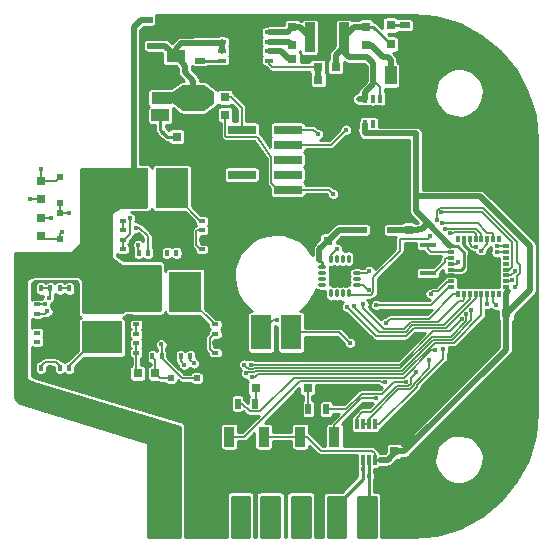
<source format=gbr>
G04 #@! TF.FileFunction,Copper,L1,Top,Signal*
%FSLAX46Y46*%
G04 Gerber Fmt 4.6, Leading zero omitted, Abs format (unit mm)*
G04 Created by KiCad (PCBNEW 4.0.6) date 08/18/18 21:16:28*
%MOMM*%
%LPD*%
G01*
G04 APERTURE LIST*
%ADD10C,0.100000*%
%ADD11C,0.400000*%
%ADD12R,1.400000X0.400000*%
%ADD13R,1.500000X1.000000*%
%ADD14R,1.800000X1.000000*%
%ADD15R,1.840000X2.200000*%
%ADD16R,0.750000X0.800000*%
%ADD17R,0.800000X0.750000*%
%ADD18R,0.800000X0.800000*%
%ADD19R,0.500000X0.500000*%
%ADD20R,1.700000X1.700000*%
%ADD21O,1.700000X1.700000*%
%ADD22R,0.500000X0.900000*%
%ADD23R,0.304800X0.889000*%
%ADD24R,2.000000X0.600000*%
%ADD25R,1.000000X1.600000*%
%ADD26R,0.900000X2.500000*%
%ADD27R,0.750000X0.350000*%
%ADD28R,1.250000X0.900000*%
%ADD29R,1.600000X1.000000*%
%ADD30R,0.900000X0.500000*%
%ADD31R,0.900000X1.700000*%
%ADD32R,2.400000X0.740000*%
%ADD33R,0.600000X0.300000*%
%ADD34R,0.300000X0.600000*%
%ADD35R,2.000000X2.000000*%
%ADD36R,0.350000X0.650000*%
%ADD37R,0.800000X1.000000*%
%ADD38R,0.300000X0.550000*%
%ADD39R,0.550000X0.300000*%
%ADD40R,0.800000X3.400000*%
%ADD41R,2.750000X3.400000*%
%ADD42R,2.400000X3.400000*%
%ADD43R,2.500000X2.000000*%
%ADD44C,1.000000*%
%ADD45R,3.400000X0.800000*%
%ADD46R,3.400000X2.750000*%
%ADD47R,3.400000X2.400000*%
%ADD48R,2.000000X2.500000*%
%ADD49R,1.700000X3.000000*%
%ADD50O,0.300000X0.750000*%
%ADD51O,0.750000X0.300000*%
%ADD52R,0.900000X0.900000*%
%ADD53C,0.500000*%
%ADD54C,0.250000*%
%ADD55C,0.130000*%
%ADD56C,0.254000*%
G04 APERTURE END LIST*
D10*
D11*
X86500000Y-60300000D03*
X84000000Y-64500000D03*
X81500000Y-66100000D03*
X82700000Y-64800000D03*
X75600000Y-66900000D03*
X75500000Y-65200000D03*
X75100000Y-66400000D03*
X69600000Y-82500000D03*
X70100000Y-83200000D03*
X71100000Y-83100000D03*
X71500000Y-81800000D03*
X70600000Y-81600000D03*
X69700000Y-81600000D03*
X75400000Y-82700000D03*
X77500000Y-81500000D03*
X82100000Y-77100000D03*
X84200000Y-75600000D03*
X85600000Y-73900000D03*
X86700000Y-69800000D03*
X83200000Y-70900000D03*
X81300000Y-72900000D03*
X78400000Y-75900000D03*
X76500000Y-77400000D03*
X70000000Y-71900000D03*
X70500000Y-75800000D03*
X71300000Y-75300000D03*
X63100000Y-61900000D03*
X68100000Y-61900000D03*
X74100000Y-62600000D03*
X76000000Y-55800000D03*
X75200000Y-54900000D03*
X70700000Y-57100000D03*
X69100000Y-56300000D03*
X54900000Y-47400000D03*
X59900000Y-52900000D03*
X60100000Y-54700000D03*
X58800000Y-44000000D03*
X68100000Y-50100000D03*
X65300000Y-49400000D03*
X63300000Y-49500000D03*
X66100000Y-51400000D03*
X70200000Y-51800000D03*
X78200000Y-51900000D03*
X77800000Y-48900000D03*
X79400000Y-44900000D03*
X85400000Y-58100000D03*
X83100000Y-57000000D03*
X80700000Y-55500000D03*
X83500000Y-55200000D03*
D12*
X78350000Y-62850000D03*
X78350000Y-64050000D03*
X78350000Y-65250000D03*
D10*
G36*
X59422000Y-49300000D02*
X60272000Y-49900000D01*
X60272000Y-50900000D01*
X59422000Y-51500000D01*
X59422000Y-49300000D01*
X59422000Y-49300000D01*
G37*
D13*
X55700000Y-48900000D03*
D14*
X55846500Y-50400000D03*
D13*
X55700000Y-51900000D03*
D15*
X58513500Y-50400000D03*
D10*
G36*
X57603800Y-51500000D02*
X56603800Y-50800000D01*
X56603800Y-50000000D01*
X57603800Y-49300000D01*
X57603800Y-51500000D01*
X57603800Y-51500000D01*
G37*
D16*
X66900000Y-48650000D03*
X66900000Y-47150000D03*
X45600000Y-57450000D03*
X45600000Y-58950000D03*
D17*
X55300000Y-73750000D03*
X53800000Y-73750000D03*
D16*
X75500000Y-80350000D03*
X75500000Y-78850000D03*
D18*
X68200000Y-74950000D03*
X69800000Y-74950000D03*
D19*
X54800000Y-46000000D03*
X54800000Y-43800000D03*
D20*
X73200000Y-85900000D03*
D21*
X70660000Y-85900000D03*
D20*
X56600000Y-85900000D03*
X59200000Y-85900000D03*
X62500000Y-85900000D03*
X65040000Y-85900000D03*
X67580000Y-85900000D03*
D22*
X63750000Y-76300000D03*
X62250000Y-76300000D03*
X68250000Y-76750000D03*
X69750000Y-76750000D03*
D23*
X73850000Y-78050000D03*
X73350000Y-78050000D03*
X72850000Y-78050000D03*
X72350000Y-78050000D03*
X72350000Y-81072600D03*
X72850000Y-81072600D03*
X73350000Y-81072600D03*
X73850000Y-81072600D03*
D24*
X73000000Y-79561300D03*
D16*
X66900000Y-44450000D03*
X66900000Y-45950000D03*
D25*
X75200000Y-48500000D03*
X72200000Y-48500000D03*
D26*
X68350000Y-45300000D03*
X71250000Y-45300000D03*
D16*
X61200000Y-51850000D03*
X61200000Y-50350000D03*
D17*
X69050000Y-47800000D03*
X70550000Y-47800000D03*
X70600000Y-48900000D03*
X69100000Y-48900000D03*
D16*
X73100000Y-45900000D03*
X73100000Y-44400000D03*
D27*
X60925000Y-44850000D03*
X60925000Y-45650000D03*
X60925000Y-46450000D03*
X60925000Y-47250000D03*
X64925000Y-47250000D03*
X64925000Y-46450000D03*
X64925000Y-45650000D03*
X64925000Y-44850000D03*
D28*
X63550000Y-47400000D03*
X63550000Y-46500000D03*
X63550000Y-45600000D03*
X63550000Y-44700000D03*
X62300000Y-47400000D03*
X62300000Y-46500000D03*
X62300000Y-45600000D03*
X62300000Y-44700000D03*
D19*
X47250000Y-62400000D03*
X47250000Y-60200000D03*
D17*
X71400000Y-62500000D03*
X69900000Y-62500000D03*
D29*
X57000000Y-46900000D03*
X57000000Y-43900000D03*
D17*
X85000000Y-68650000D03*
X83500000Y-68650000D03*
D18*
X63800000Y-74950000D03*
X62200000Y-74950000D03*
D19*
X47250000Y-57100000D03*
X47250000Y-59300000D03*
X56600000Y-74150000D03*
X58800000Y-74150000D03*
D30*
X59100000Y-47250000D03*
X59100000Y-45750000D03*
D31*
X67550000Y-79100000D03*
X70450000Y-79100000D03*
X61550000Y-79100000D03*
X64450000Y-79100000D03*
D30*
X76400000Y-44250000D03*
X76400000Y-45750000D03*
D18*
X75200000Y-45850000D03*
X75200000Y-44250000D03*
D32*
X62600000Y-53100000D03*
X66500000Y-53100000D03*
X62600000Y-54370000D03*
X66500000Y-54370000D03*
X62600000Y-55640000D03*
X66500000Y-55640000D03*
X62600000Y-56910000D03*
X66500000Y-56910000D03*
X62600000Y-58180000D03*
X66500000Y-58180000D03*
D33*
X80300000Y-62950000D03*
X80300000Y-63450000D03*
X80300000Y-63950000D03*
X80300000Y-64450000D03*
X80300000Y-64950000D03*
X80300000Y-65450000D03*
X80300000Y-65950000D03*
X80300000Y-66450000D03*
D34*
X80900000Y-67050000D03*
X81400000Y-67050000D03*
X81900000Y-67050000D03*
X82400000Y-67050000D03*
X82900000Y-67050000D03*
X83400000Y-67050000D03*
X83900000Y-67050000D03*
X84400000Y-67050000D03*
D33*
X85000000Y-66450000D03*
X85000000Y-65950000D03*
X85000000Y-65450000D03*
X85000000Y-64950000D03*
X85000000Y-64450000D03*
X85000000Y-63950000D03*
X85000000Y-63450000D03*
X85000000Y-62950000D03*
D34*
X84400000Y-62350000D03*
X83900000Y-62350000D03*
X83400000Y-62350000D03*
X82900000Y-62350000D03*
X82400000Y-62350000D03*
X81900000Y-62350000D03*
X81400000Y-62350000D03*
X80900000Y-62350000D03*
D35*
X82700000Y-64750000D03*
D36*
X73050000Y-52600000D03*
X73700000Y-52600000D03*
X74350000Y-52600000D03*
X74350000Y-50500000D03*
X73700000Y-50500000D03*
X73050000Y-50500000D03*
D37*
X74100000Y-51550000D03*
X73300000Y-51550000D03*
D17*
X58600000Y-53700000D03*
X57100000Y-53700000D03*
D16*
X45600000Y-62100000D03*
X45600000Y-60600000D03*
D19*
X72950000Y-61600000D03*
X75150000Y-61600000D03*
D38*
X53875000Y-63525000D03*
X54675000Y-63525000D03*
X55475000Y-63525000D03*
X56275000Y-63525000D03*
X57075000Y-63525000D03*
X57875000Y-63525000D03*
D39*
X59225000Y-63225000D03*
X59225000Y-62425000D03*
X59225000Y-61625000D03*
X59225000Y-60825000D03*
X52525000Y-63225000D03*
X52525000Y-62425000D03*
X52525000Y-61625000D03*
X52525000Y-60825000D03*
D40*
X59100000Y-58050000D03*
D41*
X56675000Y-58050000D03*
D42*
X53450000Y-58050000D03*
D43*
X56500000Y-61650000D03*
D44*
X56050000Y-57125000D03*
X57250000Y-57100000D03*
X57250000Y-58900000D03*
X56075000Y-58875000D03*
D39*
X45300000Y-67900000D03*
X45300000Y-68700000D03*
X45300000Y-69500000D03*
X45300000Y-70300000D03*
X45300000Y-71100000D03*
X45300000Y-71900000D03*
D38*
X45600000Y-73250000D03*
X46400000Y-73250000D03*
X47200000Y-73250000D03*
X48000000Y-73250000D03*
X45600000Y-66550000D03*
X46400000Y-66550000D03*
X47200000Y-66550000D03*
X48000000Y-66550000D03*
D45*
X50775000Y-73125000D03*
D46*
X50775000Y-70700000D03*
D47*
X50775000Y-67475000D03*
D48*
X47175000Y-70525000D03*
D44*
X51700000Y-70075000D03*
X51725000Y-71275000D03*
X49925000Y-71275000D03*
X49950000Y-70100000D03*
D38*
X55025000Y-72300000D03*
X55825000Y-72300000D03*
X56625000Y-72300000D03*
X57425000Y-72300000D03*
X58225000Y-72300000D03*
X59025000Y-72300000D03*
D39*
X60375000Y-72000000D03*
X60375000Y-71200000D03*
X60375000Y-70400000D03*
X60375000Y-69600000D03*
X53675000Y-72000000D03*
X53675000Y-71200000D03*
X53675000Y-70400000D03*
X53675000Y-69600000D03*
D40*
X60250000Y-66825000D03*
D41*
X57825000Y-66825000D03*
D42*
X54600000Y-66825000D03*
D43*
X57650000Y-70425000D03*
D44*
X57200000Y-65900000D03*
X58400000Y-65875000D03*
X58400000Y-67675000D03*
X57225000Y-67650000D03*
D16*
X76750000Y-63100000D03*
X76750000Y-61600000D03*
D49*
X66800000Y-70250000D03*
X64260000Y-70250000D03*
D50*
X70150000Y-66975000D03*
X70650000Y-66975000D03*
X71150000Y-66975000D03*
X71650000Y-66975000D03*
D51*
X72375000Y-66250000D03*
X72375000Y-65750000D03*
X72375000Y-65250000D03*
X72375000Y-64750000D03*
D50*
X71650000Y-64025000D03*
X71150000Y-64025000D03*
X70650000Y-64025000D03*
X70150000Y-64025000D03*
D51*
X69425000Y-64750000D03*
X69425000Y-65250000D03*
X69425000Y-65750000D03*
X69425000Y-66250000D03*
D52*
X71350000Y-65050000D03*
X70450000Y-65050000D03*
X71350000Y-65950000D03*
X70450000Y-65950000D03*
D11*
X86000000Y-55400000D03*
X72914653Y-53138313D03*
X62600000Y-53100000D03*
X62300000Y-44700000D03*
X62300000Y-45600000D03*
X62300000Y-46500000D03*
X63550000Y-46500000D03*
X63550000Y-47400000D03*
X62300000Y-47400000D03*
X63550000Y-44700000D03*
X63550000Y-45600000D03*
X80944990Y-64314019D03*
X70319990Y-58550000D03*
X71444688Y-53100000D03*
X84195748Y-62975512D03*
X69050000Y-53495010D03*
X84175926Y-63505153D03*
X78550000Y-62150000D03*
X79800000Y-61500000D03*
X71500000Y-68100000D03*
X73412444Y-65055186D03*
X72100000Y-68050000D03*
X70650000Y-63200000D03*
X73350000Y-66700000D03*
X72900000Y-67900000D03*
X71754315Y-71145685D03*
X73350000Y-82450000D03*
X72850000Y-81850000D03*
X65550000Y-69250000D03*
X78600000Y-67000000D03*
X78450000Y-72600000D03*
X80222718Y-61895010D03*
X77394051Y-73644051D03*
X79654990Y-71660801D03*
X82400000Y-63000000D03*
X78967474Y-71783348D03*
X82850000Y-63350000D03*
X76513532Y-74448933D03*
X79540271Y-61037991D03*
X74000000Y-67950000D03*
X74000000Y-75850000D03*
X74850000Y-69450000D03*
X74750000Y-74485054D03*
X55800298Y-71291669D03*
X55950000Y-53350000D03*
X47950012Y-60200000D03*
X46150000Y-68500000D03*
X53650000Y-61400000D03*
X45600000Y-56400000D03*
X45950000Y-67900000D03*
X46248180Y-67393190D03*
X44700000Y-58950000D03*
X47345010Y-61800000D03*
X53850000Y-62850000D03*
X53150000Y-60600000D03*
X46450000Y-60600000D03*
X63463593Y-74050022D03*
X45300000Y-71100000D03*
X63350000Y-73000002D03*
X81222797Y-69135832D03*
X83400000Y-67900000D03*
X58550000Y-72900000D03*
X85700000Y-66450000D03*
X79096723Y-60747857D03*
X84150000Y-67950000D03*
X57075000Y-63525000D03*
X62981939Y-73747402D03*
X85504989Y-65858616D03*
X82050000Y-68350000D03*
X45300000Y-70300000D03*
X62778164Y-72992736D03*
X85754642Y-65036728D03*
X81629751Y-68728879D03*
X57700000Y-73000000D03*
X79502676Y-60105953D03*
X56275000Y-63525000D03*
D53*
X75150000Y-61600000D02*
X76750000Y-61600000D01*
X87000000Y-62970660D02*
X82779340Y-58750000D01*
X85025000Y-68650000D02*
X87000000Y-66675000D01*
X82779340Y-58750000D02*
X77360807Y-58750000D01*
X85000000Y-68650000D02*
X85025000Y-68650000D01*
X87000000Y-66675000D02*
X87000000Y-62970660D01*
X76750000Y-61600000D02*
X77500000Y-61600000D01*
X77500000Y-61600000D02*
X77550000Y-61550000D01*
X77360807Y-60010807D02*
X78400000Y-61050000D01*
X78400000Y-61050000D02*
X80269999Y-62919999D01*
X77550000Y-61550000D02*
X77900000Y-61550000D01*
X77900000Y-61550000D02*
X78400000Y-61050000D01*
D54*
X80300000Y-62950000D02*
X80850000Y-62950000D01*
X80850000Y-62950000D02*
X81400000Y-63500000D01*
X81400000Y-63500000D02*
X81400000Y-64750000D01*
X81400000Y-64750000D02*
X81200000Y-64950000D01*
X81200000Y-64950000D02*
X80300000Y-64950000D01*
D55*
X73850000Y-81072600D02*
X73850000Y-80498100D01*
X73850000Y-80498100D02*
X73651900Y-80300000D01*
X73651900Y-80300000D02*
X69330000Y-80300000D01*
X69330000Y-80300000D02*
X68130000Y-79100000D01*
X68130000Y-79100000D02*
X67550000Y-79100000D01*
X67550000Y-79100000D02*
X64450000Y-79100000D01*
X73050000Y-53425000D02*
X73114652Y-53360348D01*
X73114652Y-53360348D02*
X73114652Y-53338312D01*
X73114652Y-53338312D02*
X72914653Y-53138313D01*
D53*
X75500000Y-80350000D02*
X76375000Y-80350000D01*
X85000000Y-69525000D02*
X85000000Y-68650000D01*
X76375000Y-80350000D02*
X85000000Y-71725000D01*
X85000000Y-71725000D02*
X85000000Y-69525000D01*
X74277400Y-81072600D02*
X74300000Y-81050000D01*
X74300000Y-81050000D02*
X74950000Y-81050000D01*
X74950000Y-81050000D02*
X75500000Y-80500000D01*
X75500000Y-80500000D02*
X75500000Y-80350000D01*
D54*
X73850000Y-81072600D02*
X74277400Y-81072600D01*
D53*
X77360807Y-53425000D02*
X77360807Y-58750000D01*
X77360807Y-58750000D02*
X77360807Y-60010807D01*
X85150000Y-66800000D02*
X85000000Y-66950000D01*
X85000000Y-66950000D02*
X85000000Y-68650000D01*
D54*
X85000000Y-66650000D02*
X85150000Y-66800000D01*
X85000000Y-66450000D02*
X85000000Y-66650000D01*
D55*
X61200000Y-50350000D02*
X61705000Y-50350000D01*
X61705000Y-50350000D02*
X62600000Y-51245000D01*
X62600000Y-51245000D02*
X62600000Y-52600000D01*
X62600000Y-52600000D02*
X62600000Y-53100000D01*
D53*
X74000000Y-53425000D02*
X77360807Y-53425000D01*
X73050000Y-53425000D02*
X74000000Y-53425000D01*
D55*
X74050000Y-53475000D02*
X74000000Y-53425000D01*
D53*
X73050000Y-52600000D02*
X73050000Y-53425000D01*
D55*
X71350000Y-65050000D02*
X71650000Y-64750000D01*
X71650000Y-64750000D02*
X72375000Y-64750000D01*
X71350000Y-65050000D02*
X71350000Y-65950000D01*
X70450000Y-65050000D02*
X71350000Y-65050000D01*
D53*
X72200000Y-48500000D02*
X71800000Y-48900000D01*
X66900000Y-48650000D02*
X63650000Y-48650000D01*
X63550000Y-48550000D02*
X63550000Y-47400000D01*
X63650000Y-48650000D02*
X63550000Y-48550000D01*
D54*
X63550000Y-45600000D02*
X63550000Y-46500000D01*
X62300000Y-46500000D02*
X62300000Y-45600000D01*
D53*
X71800000Y-48900000D02*
X70600000Y-48900000D01*
D54*
X62300000Y-45600000D02*
X62300000Y-44700000D01*
X63550000Y-46500000D02*
X63550000Y-47400000D01*
D53*
X70575000Y-48900000D02*
X70600000Y-48900000D01*
X67125000Y-49775000D02*
X69700000Y-49775000D01*
X69700000Y-49775000D02*
X70575000Y-48900000D01*
X60925000Y-44850000D02*
X62150000Y-44850000D01*
X66900000Y-48650000D02*
X66900000Y-49550000D01*
X66900000Y-49550000D02*
X67125000Y-49775000D01*
X62150000Y-44850000D02*
X62300000Y-44700000D01*
D54*
X63550000Y-47400000D02*
X62300000Y-47400000D01*
X62300000Y-44700000D02*
X63550000Y-44700000D01*
X63550000Y-44700000D02*
X63550000Y-45600000D01*
X62300000Y-47400000D02*
X62300000Y-46500000D01*
D55*
X80809009Y-64450000D02*
X80944990Y-64314019D01*
X80300000Y-64450000D02*
X80809009Y-64450000D01*
X70119991Y-58350001D02*
X70319990Y-58550000D01*
X69949990Y-58180000D02*
X70119991Y-58350001D01*
X66500000Y-58180000D02*
X69949990Y-58180000D01*
X61200000Y-53600000D02*
X61200000Y-51850000D01*
X61200000Y-53600000D02*
X61300000Y-53700000D01*
X61300000Y-53700000D02*
X63851002Y-53700000D01*
X63851002Y-53700000D02*
X63954999Y-53803997D01*
X63954999Y-53803997D02*
X63954999Y-53804999D01*
X63954999Y-53804999D02*
X63950000Y-53800000D01*
X65104999Y-55454999D02*
X63954999Y-53804999D01*
X66500000Y-58180000D02*
X65670000Y-58180000D01*
X65670000Y-58180000D02*
X65104999Y-57614999D01*
X65104999Y-57614999D02*
X65104999Y-55454999D01*
X66850000Y-58200000D02*
X66520000Y-58200000D01*
X66520000Y-58200000D02*
X66500000Y-58180000D01*
X70174688Y-54370000D02*
X71244689Y-53299999D01*
X71244689Y-53299999D02*
X71444688Y-53100000D01*
X66500000Y-54370000D02*
X70174688Y-54370000D01*
X85000000Y-62950000D02*
X84221260Y-62950000D01*
X84221260Y-62950000D02*
X84195748Y-62975512D01*
X68850001Y-53295011D02*
X69050000Y-53495010D01*
X68654990Y-53100000D02*
X68850001Y-53295011D01*
X66500000Y-53100000D02*
X68654990Y-53100000D01*
X85000000Y-63450000D02*
X84231079Y-63450000D01*
X84231079Y-63450000D02*
X84175926Y-63505153D01*
X78350001Y-62349999D02*
X76000000Y-62350000D01*
X73745002Y-65592915D02*
X73745002Y-66889602D01*
X76000000Y-62350000D02*
X76000000Y-63337917D01*
X78550000Y-62150000D02*
X78350001Y-62349999D01*
X71770002Y-67095002D02*
X71650000Y-66975000D01*
X76000000Y-63337917D02*
X73745002Y-65592915D01*
X73745002Y-66889602D02*
X73539602Y-67095002D01*
X73539602Y-67095002D02*
X71770002Y-67095002D01*
X82480000Y-61500000D02*
X82900000Y-61920000D01*
X79800000Y-61500000D02*
X82480000Y-61500000D01*
X82900000Y-61920000D02*
X82900000Y-62350000D01*
X73973998Y-70573998D02*
X71699999Y-68299999D01*
X76473998Y-70573998D02*
X73973998Y-70573998D01*
X77147996Y-69900000D02*
X76473998Y-70573998D01*
X79874027Y-69900000D02*
X77147996Y-69900000D01*
X82400000Y-67050000D02*
X82400000Y-67374027D01*
X71699999Y-68299999D02*
X71500000Y-68100000D01*
X82400000Y-67374027D02*
X79874027Y-69900000D01*
X73217630Y-65250000D02*
X73412444Y-65055186D01*
X72375000Y-65250000D02*
X73217630Y-65250000D01*
X74255012Y-70205012D02*
X72299999Y-68249999D01*
X76475273Y-70205012D02*
X74255012Y-70205012D01*
X77040296Y-69639989D02*
X76475273Y-70205012D01*
X81900000Y-67480000D02*
X79740011Y-69639989D01*
X81900000Y-67050000D02*
X81900000Y-67480000D01*
X79740011Y-69639989D02*
X77040296Y-69639989D01*
X72299999Y-68249999D02*
X72100000Y-68050000D01*
X70650000Y-63200000D02*
X70150000Y-63700000D01*
X70150000Y-63700000D02*
X70150000Y-64025000D01*
X81400000Y-67480000D02*
X81400000Y-67050000D01*
X72900000Y-67900000D02*
X72900000Y-68182842D01*
X79234602Y-69379978D02*
X81034600Y-67579979D01*
X81034600Y-67579979D02*
X81300021Y-67579979D01*
X72900000Y-68182842D02*
X74662159Y-69945001D01*
X74662159Y-69945001D02*
X76367573Y-69945001D01*
X76932596Y-69379978D02*
X79234602Y-69379978D01*
X76367573Y-69945001D02*
X76932596Y-69379978D01*
X81300021Y-67579979D02*
X81400000Y-67480000D01*
X73150001Y-66500001D02*
X73350000Y-66700000D01*
X72375000Y-66250000D02*
X72900000Y-66250000D01*
X72900000Y-66250000D02*
X73150001Y-66500001D01*
X70858630Y-70250000D02*
X71554316Y-70945686D01*
X66800000Y-70250000D02*
X70858630Y-70250000D01*
X71554316Y-70945686D02*
X71754315Y-71145685D01*
D54*
X73350000Y-81072600D02*
X73350000Y-82450000D01*
X73350000Y-82450000D02*
X73350000Y-85750000D01*
X73350000Y-85750000D02*
X73200000Y-85900000D01*
D55*
X65550000Y-69250000D02*
X65260000Y-69250000D01*
X65260000Y-69250000D02*
X64260000Y-70250000D01*
D54*
X72850000Y-81072600D02*
X72850000Y-82650000D01*
X72850000Y-82650000D02*
X70650000Y-84850000D01*
X70650000Y-84850000D02*
X70650000Y-85890000D01*
X70650000Y-85890000D02*
X70660000Y-85900000D01*
D55*
X77168544Y-74746234D02*
X77168544Y-74604253D01*
X75831476Y-75103945D02*
X76810833Y-75103945D01*
X76810833Y-75103945D02*
X77168544Y-74746234D01*
X73350000Y-78050000D02*
X73350000Y-77585421D01*
X73350000Y-77585421D02*
X75831476Y-75103945D01*
X78450000Y-73322797D02*
X78450000Y-72882842D01*
X77168544Y-74604253D02*
X78450000Y-73322797D01*
X78450000Y-72882842D02*
X78450000Y-72600000D01*
X80300000Y-65950000D02*
X80050000Y-65950000D01*
X80050000Y-65950000D02*
X79199999Y-66800001D01*
X79199999Y-66800001D02*
X78799999Y-66800001D01*
X78799999Y-66800001D02*
X78600000Y-67000000D01*
X72850000Y-78050000D02*
X73350000Y-78050000D01*
X76908533Y-74129569D02*
X77194052Y-73844050D01*
X72350000Y-78050000D02*
X72350000Y-77475500D01*
X72815489Y-77010011D02*
X73557700Y-77010011D01*
X73557700Y-77010011D02*
X75723777Y-74843934D01*
X76703133Y-74843934D02*
X76908533Y-74638534D01*
X76908533Y-74638534D02*
X76908533Y-74129569D01*
X77194052Y-73844050D02*
X77394051Y-73644051D01*
X72350000Y-77475500D02*
X72815489Y-77010011D01*
X75723777Y-74843934D02*
X76703133Y-74843934D01*
X80505560Y-61895010D02*
X80222718Y-61895010D01*
X80640559Y-61760011D02*
X80505560Y-61895010D01*
X82400000Y-62350000D02*
X82400000Y-61920000D01*
X82240011Y-61760011D02*
X80640559Y-61760011D01*
X82400000Y-61920000D02*
X82240011Y-61760011D01*
X79654990Y-71943643D02*
X79654990Y-71660801D01*
X79654990Y-72527410D02*
X79654990Y-71943643D01*
X77428555Y-74753845D02*
X79654990Y-72527410D01*
X74232489Y-78050000D02*
X77428555Y-74853934D01*
X77428555Y-74853934D02*
X77428555Y-74753845D01*
X73850000Y-78050000D02*
X74232489Y-78050000D01*
X81900000Y-62780000D02*
X82120000Y-63000000D01*
X81900000Y-62350000D02*
X81900000Y-62780000D01*
X82120000Y-63000000D02*
X82400000Y-63000000D01*
D53*
X64925000Y-46450000D02*
X65940998Y-46450000D01*
X65940998Y-46450000D02*
X66640998Y-47150000D01*
X66640998Y-47150000D02*
X66900000Y-47150000D01*
X66900000Y-44450000D02*
X67500000Y-44450000D01*
X67500000Y-44450000D02*
X68350000Y-45300000D01*
X64925000Y-44850000D02*
X66500000Y-44850000D01*
X66500000Y-44850000D02*
X66900000Y-44450000D01*
X66900000Y-45950000D02*
X66600000Y-45650000D01*
X66600000Y-45650000D02*
X64925000Y-45650000D01*
D54*
X59100000Y-47250000D02*
X60925000Y-47250000D01*
D55*
X69050000Y-47800000D02*
X65170000Y-47800000D01*
X65170000Y-47800000D02*
X64925000Y-47555000D01*
X64925000Y-47555000D02*
X64925000Y-47250000D01*
D53*
X69100000Y-48900000D02*
X69100000Y-47850000D01*
X69100000Y-47850000D02*
X69050000Y-47800000D01*
D55*
X63800000Y-74950000D02*
X63800000Y-76250000D01*
X63800000Y-76250000D02*
X63750000Y-76300000D01*
X68200000Y-74950000D02*
X68200000Y-76700000D01*
X68200000Y-76700000D02*
X68250000Y-76750000D01*
D53*
X53450000Y-58050000D02*
X53450000Y-44400000D01*
X53450000Y-44400000D02*
X54050000Y-43800000D01*
X54050000Y-43800000D02*
X54800000Y-43800000D01*
D55*
X76348511Y-74090044D02*
X78655207Y-71783348D01*
X64156001Y-76945001D02*
X67010958Y-74090044D01*
X62250000Y-76300000D02*
X62630000Y-76300000D01*
X67010958Y-74090044D02*
X76348511Y-74090044D01*
X62630000Y-76300000D02*
X63275001Y-76945001D01*
X63275001Y-76945001D02*
X64156001Y-76945001D01*
X78655207Y-71783348D02*
X78684632Y-71783348D01*
X78684632Y-71783348D02*
X78967474Y-71783348D01*
X82850000Y-63350000D02*
X83400000Y-62800000D01*
X83400000Y-62800000D02*
X83400000Y-62350000D01*
X74520789Y-75454998D02*
X75526854Y-74448933D01*
X72747291Y-75454998D02*
X74520789Y-75454998D01*
X71452289Y-76750000D02*
X72747291Y-75454998D01*
X69750000Y-76750000D02*
X71452289Y-76750000D01*
X75526854Y-74448933D02*
X76230690Y-74448933D01*
X76230690Y-74448933D02*
X76513532Y-74448933D01*
X83834999Y-61854999D02*
X83404999Y-61854999D01*
X83900000Y-61920000D02*
X83834999Y-61854999D01*
X79823113Y-61037991D02*
X79540271Y-61037991D01*
X83900000Y-62350000D02*
X83900000Y-61920000D01*
X82587991Y-61037991D02*
X79823113Y-61037991D01*
X83404999Y-61854999D02*
X82587991Y-61037991D01*
X78650000Y-67950000D02*
X74282842Y-67950000D01*
X74282842Y-67950000D02*
X74000000Y-67950000D01*
X80150000Y-66450000D02*
X78650000Y-67950000D01*
X80300000Y-66450000D02*
X80150000Y-66450000D01*
X70450000Y-79100000D02*
X70450000Y-78120000D01*
X70450000Y-78120000D02*
X72720000Y-75850000D01*
X72720000Y-75850000D02*
X74000000Y-75850000D01*
X75180033Y-69119967D02*
X75049999Y-69250001D01*
X78462323Y-69119967D02*
X75180033Y-69119967D01*
X80532290Y-67050000D02*
X78462323Y-69119967D01*
X80900000Y-67050000D02*
X80532290Y-67050000D01*
X75049999Y-69250001D02*
X74850000Y-69450000D01*
X74467158Y-74485054D02*
X74750000Y-74485054D01*
X61550000Y-79100000D02*
X62817711Y-79100000D01*
X74332159Y-74350055D02*
X74467158Y-74485054D01*
X62817711Y-79100000D02*
X67567656Y-74350055D01*
X67567656Y-74350055D02*
X74332159Y-74350055D01*
X80300000Y-63450000D02*
X78620000Y-63450000D01*
X78620000Y-63450000D02*
X78350000Y-63180000D01*
X78350000Y-63180000D02*
X78350000Y-62850000D01*
X80250000Y-63400000D02*
X80300000Y-63450000D01*
X78350000Y-65250000D02*
X78850000Y-65250000D01*
X78850000Y-65250000D02*
X79804999Y-64295001D01*
X79804999Y-64295001D02*
X79804999Y-64015001D01*
X79804999Y-64015001D02*
X79870000Y-63950000D01*
X79870000Y-63950000D02*
X80300000Y-63950000D01*
D54*
X75200000Y-44250000D02*
X76400000Y-44250000D01*
D53*
X73050000Y-50500000D02*
X72500000Y-50500000D01*
X73750000Y-48900000D02*
X73750000Y-47500000D01*
X73750000Y-47500000D02*
X73200000Y-46950000D01*
X73200000Y-46950000D02*
X71650000Y-46950000D01*
X71650000Y-46950000D02*
X71250000Y-46550000D01*
X71250000Y-46550000D02*
X71250000Y-45300000D01*
X70550000Y-47800000D02*
X70550000Y-46800000D01*
X70550000Y-46800000D02*
X71250000Y-46100000D01*
X73750000Y-48900000D02*
X73750000Y-49250000D01*
X73750000Y-49250000D02*
X73050000Y-49950000D01*
X73050000Y-49950000D02*
X73050000Y-50500000D01*
D55*
X73750000Y-48900000D02*
X74350000Y-49500000D01*
X74350000Y-49500000D02*
X74350000Y-50500000D01*
D53*
X71250000Y-45300000D02*
X71250000Y-46100000D01*
D54*
X75200000Y-45850000D02*
X73750000Y-44400000D01*
X73750000Y-44400000D02*
X73100000Y-44400000D01*
D53*
X73100000Y-44400000D02*
X72150000Y-44400000D01*
X72150000Y-44400000D02*
X71250000Y-45300000D01*
D54*
X75200000Y-48500000D02*
X75200000Y-48850000D01*
D53*
X74600000Y-46950000D02*
X74950000Y-46950000D01*
X74950000Y-46950000D02*
X75200000Y-47200000D01*
X75200000Y-47200000D02*
X75200000Y-48500000D01*
X73550000Y-45900000D02*
X74600000Y-46950000D01*
X73100000Y-45900000D02*
X73550000Y-45900000D01*
D55*
X58800000Y-74150000D02*
X57550000Y-74150000D01*
X55825000Y-72425000D02*
X55825000Y-72300000D01*
X57550000Y-74150000D02*
X55825000Y-72425000D01*
X55825000Y-71316371D02*
X55800298Y-71291669D01*
X55825000Y-72300000D02*
X55825000Y-71316371D01*
D54*
X57100000Y-53700000D02*
X56300000Y-53700000D01*
X56300000Y-53700000D02*
X55950000Y-53350000D01*
X55700000Y-51900000D02*
X55700000Y-53100000D01*
X55700000Y-53100000D02*
X55950000Y-53350000D01*
D55*
X47250000Y-60200000D02*
X47950012Y-60200000D01*
X45300000Y-68700000D02*
X45950000Y-68700000D01*
X45950000Y-68700000D02*
X46150000Y-68500000D01*
X47250000Y-59300000D02*
X47250000Y-60200000D01*
X53650000Y-61400000D02*
X53932842Y-61400000D01*
X53932842Y-61400000D02*
X54675000Y-62142158D01*
X54675000Y-62142158D02*
X54675000Y-63120000D01*
X54675000Y-63120000D02*
X54675000Y-63525000D01*
X55846500Y-50400000D02*
X57103800Y-50400000D01*
X58513500Y-50400000D02*
X59847000Y-50400000D01*
X55846500Y-50400000D02*
X58513500Y-50400000D01*
D53*
X60925000Y-45650000D02*
X60925000Y-46450000D01*
X59100000Y-45750000D02*
X60825000Y-45750000D01*
X60825000Y-45750000D02*
X60925000Y-45650000D01*
X57000000Y-46900000D02*
X57000000Y-46300000D01*
X57000000Y-46300000D02*
X57500000Y-45800000D01*
X57500000Y-45800000D02*
X59050000Y-45800000D01*
X59050000Y-45800000D02*
X59100000Y-45750000D01*
X57000000Y-46900000D02*
X57800000Y-47700000D01*
X57800000Y-47700000D02*
X57800000Y-48250000D01*
X57800000Y-48250000D02*
X58513500Y-48963500D01*
X58513500Y-48963500D02*
X58513500Y-50400000D01*
X54800000Y-46000000D02*
X56100000Y-46000000D01*
X56100000Y-46000000D02*
X57000000Y-46900000D01*
D55*
X45600000Y-56400000D02*
X45600000Y-57450000D01*
X45300000Y-67900000D02*
X45950000Y-67900000D01*
X45600000Y-57450000D02*
X46900000Y-57450000D01*
X46900000Y-57450000D02*
X47250000Y-57100000D01*
X46400000Y-67241370D02*
X46248180Y-67393190D01*
X46400000Y-66550000D02*
X46400000Y-67241370D01*
X46400000Y-66550000D02*
X45600000Y-66550000D01*
X45600000Y-58950000D02*
X44700000Y-58950000D01*
X56600000Y-74150000D02*
X55700000Y-74150000D01*
X55700000Y-74150000D02*
X55300000Y-73750000D01*
X55300000Y-73750000D02*
X55300000Y-72575000D01*
X55300000Y-72575000D02*
X55025000Y-72300000D01*
X53675000Y-72000000D02*
X53675000Y-71200000D01*
X53675000Y-72000000D02*
X53675000Y-73625000D01*
X53675000Y-73625000D02*
X53800000Y-73750000D01*
X47250000Y-62400000D02*
X47250000Y-61895010D01*
X47250000Y-61895010D02*
X47345010Y-61800000D01*
X53850000Y-62850000D02*
X53850000Y-63500000D01*
X53850000Y-63500000D02*
X53875000Y-63525000D01*
X47250000Y-62400000D02*
X45900000Y-62400000D01*
X45900000Y-62400000D02*
X45600000Y-62100000D01*
X53150000Y-60600000D02*
X53150000Y-61925000D01*
X53150000Y-61925000D02*
X52650000Y-62425000D01*
X52650000Y-62425000D02*
X52525000Y-62425000D01*
X45600000Y-60600000D02*
X46450000Y-60600000D01*
X52525000Y-63225000D02*
X52525000Y-62425000D01*
X48000000Y-73250000D02*
X48000000Y-73125000D01*
X48000000Y-73125000D02*
X49850000Y-71275000D01*
X49850000Y-71275000D02*
X49925000Y-71275000D01*
X58400000Y-67675000D02*
X60325000Y-69600000D01*
X60325000Y-69600000D02*
X60375000Y-69600000D01*
X59225000Y-60825000D02*
X59100000Y-60825000D01*
X59100000Y-60825000D02*
X57250000Y-58975000D01*
X57250000Y-58975000D02*
X57250000Y-58900000D01*
X76240811Y-73830033D02*
X63966424Y-73830033D01*
X63746435Y-74050022D02*
X63463593Y-74050022D01*
X82900000Y-68778655D02*
X80538611Y-71140044D01*
X78930799Y-71140044D02*
X76240811Y-73830033D01*
X82900000Y-67050000D02*
X82900000Y-68778655D01*
X63966424Y-73830033D02*
X63746435Y-74050022D01*
X80538611Y-71140044D02*
X78930799Y-71140044D01*
X63632842Y-73000002D02*
X63350000Y-73000002D01*
X75967709Y-73000002D02*
X63632842Y-73000002D01*
X78807700Y-70160011D02*
X75967709Y-73000002D01*
X81222797Y-69135832D02*
X80198618Y-70160011D01*
X80198618Y-70160011D02*
X78807700Y-70160011D01*
X83400000Y-67900000D02*
X83400000Y-67050000D01*
X58225000Y-72300000D02*
X58225000Y-72575000D01*
X58225000Y-72575000D02*
X58550000Y-72900000D01*
X85950000Y-62600000D02*
X83050000Y-59700000D01*
X85700000Y-66450000D02*
X85899999Y-66250001D01*
X85899999Y-65475973D02*
X86149643Y-65226329D01*
X85899999Y-66250001D02*
X85899999Y-65475973D01*
X86149643Y-65226329D02*
X86149643Y-64550357D01*
X86149643Y-64550357D02*
X85950000Y-64350714D01*
X85950000Y-64350714D02*
X85950000Y-62600000D01*
X83050000Y-59700000D02*
X79350000Y-59700000D01*
X79350000Y-59700000D02*
X79096723Y-59953277D01*
X79096723Y-59953277D02*
X79096723Y-60747857D01*
X84150000Y-67950000D02*
X83900000Y-67700000D01*
X83900000Y-67700000D02*
X83900000Y-67050000D01*
X80430911Y-70880033D02*
X78823099Y-70880033D01*
X78823099Y-70880033D02*
X76133111Y-73570022D01*
X63732291Y-73570022D02*
X63647301Y-73655012D01*
X82050000Y-69260944D02*
X80430911Y-70880033D01*
X82050000Y-68350000D02*
X82050000Y-69260944D01*
X63647301Y-73655012D02*
X63074329Y-73655012D01*
X76133111Y-73570022D02*
X63732291Y-73570022D01*
X63074329Y-73655012D02*
X62981939Y-73747402D01*
X85000000Y-65950000D02*
X85430000Y-65950000D01*
X85504989Y-65875011D02*
X85504989Y-65858616D01*
X85430000Y-65950000D02*
X85504989Y-65875011D01*
X63539601Y-73395002D02*
X63180430Y-73395002D01*
X62978163Y-73192735D02*
X62778164Y-72992736D01*
X63624592Y-73310011D02*
X63539601Y-73395002D01*
X63180430Y-73395002D02*
X62978163Y-73192735D01*
X76025411Y-73310011D02*
X63624592Y-73310011D01*
X78715399Y-70620022D02*
X76025411Y-73310011D01*
X81629751Y-68728879D02*
X81629751Y-69313482D01*
X80323211Y-70620022D02*
X78715399Y-70620022D01*
X81629751Y-69313482D02*
X80323211Y-70620022D01*
X85430000Y-65450000D02*
X85754642Y-65125358D01*
X85000000Y-65450000D02*
X85430000Y-65450000D01*
X85754642Y-65125358D02*
X85754642Y-65036728D01*
X57425000Y-72725000D02*
X57700000Y-73000000D01*
X57425000Y-72300000D02*
X57425000Y-72725000D01*
X82956955Y-60105953D02*
X79785518Y-60105953D01*
X85495001Y-62643999D02*
X82956955Y-60105953D01*
X85256766Y-64950000D02*
X85495001Y-64711765D01*
X85000000Y-64950000D02*
X85256766Y-64950000D01*
X79785518Y-60105953D02*
X79502676Y-60105953D01*
X85495001Y-64711765D02*
X85495001Y-62643999D01*
X45600000Y-73250000D02*
X45600000Y-73125000D01*
X47200000Y-73125000D02*
X47200000Y-73250000D01*
X45600000Y-73125000D02*
X45945001Y-72779999D01*
X45945001Y-72779999D02*
X46854999Y-72779999D01*
X46854999Y-72779999D02*
X47200000Y-73125000D01*
X47200000Y-66550000D02*
X48000000Y-66550000D01*
X60375000Y-72000000D02*
X60250000Y-72000000D01*
X60250000Y-72000000D02*
X59904999Y-71654999D01*
X59904999Y-71654999D02*
X59904999Y-70745001D01*
X59904999Y-70745001D02*
X60250000Y-70400000D01*
X60250000Y-70400000D02*
X60375000Y-70400000D01*
X53675000Y-70400000D02*
X53675000Y-69600000D01*
X59225000Y-61625000D02*
X58820000Y-61625000D01*
X59100000Y-63225000D02*
X59225000Y-63225000D01*
X58820000Y-61625000D02*
X58754999Y-61690001D01*
X58754999Y-61690001D02*
X58754999Y-62879999D01*
X58754999Y-62879999D02*
X59100000Y-63225000D01*
X52525000Y-61625000D02*
X52525000Y-60825000D01*
D53*
X69900000Y-62500000D02*
X69875000Y-62500000D01*
X69875000Y-62500000D02*
X69175000Y-63200000D01*
X69175000Y-63200000D02*
X69175000Y-64100000D01*
D54*
X69425000Y-64750000D02*
X69425000Y-64350000D01*
X69425000Y-64350000D02*
X69175000Y-64100000D01*
D53*
X72950000Y-61600000D02*
X70800000Y-61600000D01*
X70800000Y-61600000D02*
X69900000Y-62500000D01*
D56*
G36*
X71373000Y-87623000D02*
X69927000Y-87623000D01*
X69927000Y-84227000D01*
X71373000Y-84227000D01*
X71373000Y-87623000D01*
X71373000Y-87623000D01*
G37*
X71373000Y-87623000D02*
X69927000Y-87623000D01*
X69927000Y-84227000D01*
X71373000Y-84227000D01*
X71373000Y-87623000D01*
G36*
X73973000Y-87623000D02*
X72477000Y-87623000D01*
X72477000Y-84227000D01*
X73973000Y-84227000D01*
X73973000Y-87623000D01*
X73973000Y-87623000D01*
G37*
X73973000Y-87623000D02*
X72477000Y-87623000D01*
X72477000Y-84227000D01*
X73973000Y-84227000D01*
X73973000Y-87623000D01*
G36*
X63223000Y-87623000D02*
X61777000Y-87623000D01*
X61777000Y-84177000D01*
X63223000Y-84177000D01*
X63223000Y-87623000D01*
X63223000Y-87623000D01*
G37*
X63223000Y-87623000D02*
X61777000Y-87623000D01*
X61777000Y-84177000D01*
X63223000Y-84177000D01*
X63223000Y-87623000D01*
G36*
X65773000Y-87623000D02*
X64277000Y-87623000D01*
X64277000Y-84177000D01*
X65773000Y-84177000D01*
X65773000Y-87623000D01*
X65773000Y-87623000D01*
G37*
X65773000Y-87623000D02*
X64277000Y-87623000D01*
X64277000Y-84177000D01*
X65773000Y-84177000D01*
X65773000Y-87623000D01*
G36*
X68373000Y-87623000D02*
X66827000Y-87623000D01*
X66827000Y-84177000D01*
X68373000Y-84177000D01*
X68373000Y-87623000D01*
X68373000Y-87623000D01*
G37*
X68373000Y-87623000D02*
X66827000Y-87623000D01*
X66827000Y-84177000D01*
X68373000Y-84177000D01*
X68373000Y-87623000D01*
G36*
X54523000Y-59623000D02*
X52350000Y-59623000D01*
X52314619Y-59628028D01*
X52277710Y-59645582D01*
X51627710Y-60095582D01*
X51601482Y-60119855D01*
X51583055Y-60150474D01*
X51573000Y-60200000D01*
X51573000Y-63950000D01*
X51578028Y-63985381D01*
X51592714Y-64017961D01*
X51615895Y-64045160D01*
X51631007Y-64056625D01*
X52481007Y-64606625D01*
X52513444Y-64621625D01*
X52550000Y-64627000D01*
X55673000Y-64627000D01*
X55673000Y-68373000D01*
X52700000Y-68373000D01*
X52664619Y-68378028D01*
X52632039Y-68392714D01*
X52610197Y-68410197D01*
X52447394Y-68573000D01*
X49177000Y-68573000D01*
X49177000Y-65950000D01*
X49171972Y-65914619D01*
X49157286Y-65882039D01*
X49139803Y-65860197D01*
X48789803Y-65510197D01*
X48761229Y-65488734D01*
X48727807Y-65476082D01*
X48700000Y-65473000D01*
X45050000Y-65473000D01*
X45014619Y-65478028D01*
X44989186Y-65488507D01*
X44439186Y-65788507D01*
X44410532Y-65809864D01*
X44388963Y-65838357D01*
X44376186Y-65871732D01*
X44373000Y-65900000D01*
X44373000Y-74150000D01*
X44378028Y-74185381D01*
X44392714Y-74217961D01*
X44415895Y-74245160D01*
X44439186Y-74261493D01*
X44989186Y-74561493D01*
X45013372Y-74571604D01*
X57373000Y-78294384D01*
X57373000Y-87623000D01*
X54627000Y-87623000D01*
X54627000Y-79650000D01*
X54621972Y-79614619D01*
X54607286Y-79582039D01*
X54584105Y-79554840D01*
X54554264Y-79535177D01*
X54537270Y-79528592D01*
X43815254Y-76237182D01*
X43377000Y-75828145D01*
X43377000Y-63577000D01*
X48150000Y-63577000D01*
X48185381Y-63571972D01*
X48217961Y-63557286D01*
X48239803Y-63539803D01*
X48939803Y-62839803D01*
X48961266Y-62811229D01*
X48973918Y-62777807D01*
X48977000Y-62750000D01*
X48977000Y-56477000D01*
X54523000Y-56477000D01*
X54523000Y-59623000D01*
X54523000Y-59623000D01*
G37*
X54523000Y-59623000D02*
X52350000Y-59623000D01*
X52314619Y-59628028D01*
X52277710Y-59645582D01*
X51627710Y-60095582D01*
X51601482Y-60119855D01*
X51583055Y-60150474D01*
X51573000Y-60200000D01*
X51573000Y-63950000D01*
X51578028Y-63985381D01*
X51592714Y-64017961D01*
X51615895Y-64045160D01*
X51631007Y-64056625D01*
X52481007Y-64606625D01*
X52513444Y-64621625D01*
X52550000Y-64627000D01*
X55673000Y-64627000D01*
X55673000Y-68373000D01*
X52700000Y-68373000D01*
X52664619Y-68378028D01*
X52632039Y-68392714D01*
X52610197Y-68410197D01*
X52447394Y-68573000D01*
X49177000Y-68573000D01*
X49177000Y-65950000D01*
X49171972Y-65914619D01*
X49157286Y-65882039D01*
X49139803Y-65860197D01*
X48789803Y-65510197D01*
X48761229Y-65488734D01*
X48727807Y-65476082D01*
X48700000Y-65473000D01*
X45050000Y-65473000D01*
X45014619Y-65478028D01*
X44989186Y-65488507D01*
X44439186Y-65788507D01*
X44410532Y-65809864D01*
X44388963Y-65838357D01*
X44376186Y-65871732D01*
X44373000Y-65900000D01*
X44373000Y-74150000D01*
X44378028Y-74185381D01*
X44392714Y-74217961D01*
X44415895Y-74245160D01*
X44439186Y-74261493D01*
X44989186Y-74561493D01*
X45013372Y-74571604D01*
X57373000Y-78294384D01*
X57373000Y-87623000D01*
X54627000Y-87623000D01*
X54627000Y-79650000D01*
X54621972Y-79614619D01*
X54607286Y-79582039D01*
X54584105Y-79554840D01*
X54554264Y-79535177D01*
X54537270Y-79528592D01*
X43815254Y-76237182D01*
X43377000Y-75828145D01*
X43377000Y-63577000D01*
X48150000Y-63577000D01*
X48185381Y-63571972D01*
X48217961Y-63557286D01*
X48239803Y-63539803D01*
X48939803Y-62839803D01*
X48961266Y-62811229D01*
X48973918Y-62777807D01*
X48977000Y-62750000D01*
X48977000Y-56477000D01*
X54523000Y-56477000D01*
X54523000Y-59623000D01*
G36*
X79063004Y-43581087D02*
X81047420Y-44180218D01*
X82877679Y-45153384D01*
X84484056Y-46463514D01*
X85805368Y-48060706D01*
X86791286Y-49884122D01*
X87404257Y-51864311D01*
X87622801Y-53943620D01*
X87623000Y-54000742D01*
X87623000Y-76981559D01*
X87418913Y-79063004D01*
X86819782Y-81047420D01*
X85846617Y-82877678D01*
X84536489Y-84484053D01*
X82939298Y-85805366D01*
X81115880Y-86791285D01*
X79135688Y-87404257D01*
X77056381Y-87622801D01*
X76999257Y-87623000D01*
X74427000Y-87623000D01*
X74427000Y-84100000D01*
X74404637Y-83981149D01*
X74334396Y-83871992D01*
X74227221Y-83798763D01*
X74100000Y-83773000D01*
X73802000Y-83773000D01*
X73802000Y-82723533D01*
X73810441Y-82711567D01*
X73852477Y-82617152D01*
X73875374Y-82516370D01*
X73877023Y-82398325D01*
X73856949Y-82296943D01*
X73817565Y-82201391D01*
X73802000Y-82177964D01*
X73802000Y-81845682D01*
X74002400Y-81845682D01*
X74054474Y-81841529D01*
X74142796Y-81814178D01*
X74220001Y-81763303D01*
X74279977Y-81692933D01*
X74300681Y-81647003D01*
X74383540Y-81639753D01*
X74427437Y-81627000D01*
X74950000Y-81627000D01*
X75003043Y-81621799D01*
X75056140Y-81617153D01*
X75059051Y-81616307D01*
X75062073Y-81616011D01*
X75113123Y-81600598D01*
X75164280Y-81585736D01*
X75166973Y-81584340D01*
X75169878Y-81583463D01*
X75216949Y-81558435D01*
X75264257Y-81533913D01*
X75266627Y-81532021D01*
X75269307Y-81530596D01*
X75310605Y-81496914D01*
X75352265Y-81463657D01*
X75356492Y-81459489D01*
X75356574Y-81459422D01*
X75356636Y-81459347D01*
X75358001Y-81458001D01*
X75641361Y-81174640D01*
X78920270Y-81174640D01*
X78993799Y-81575269D01*
X79143744Y-81953986D01*
X79364393Y-82296366D01*
X79647341Y-82589369D01*
X79981812Y-82821832D01*
X80355066Y-82984903D01*
X80752885Y-83072369D01*
X81160116Y-83080899D01*
X81561249Y-83010168D01*
X81941004Y-82862871D01*
X82284916Y-82644618D01*
X82579887Y-82363721D01*
X82814679Y-82030881D01*
X82980352Y-81658775D01*
X83070593Y-81261577D01*
X83077089Y-80796340D01*
X82997974Y-80396776D01*
X82842756Y-80020189D01*
X82617348Y-79680923D01*
X82330336Y-79391900D01*
X81992652Y-79164129D01*
X81617157Y-79006286D01*
X81218156Y-78924383D01*
X80810845Y-78921539D01*
X80410739Y-78997864D01*
X80033078Y-79150449D01*
X79692247Y-79373483D01*
X79401227Y-79658470D01*
X79171104Y-79994556D01*
X79010643Y-80368939D01*
X78925957Y-80767359D01*
X78920270Y-81174640D01*
X75641361Y-81174640D01*
X75737419Y-81078582D01*
X75875000Y-81078582D01*
X75927074Y-81074429D01*
X76015396Y-81047078D01*
X76092601Y-80996203D01*
X76151582Y-80927000D01*
X76375000Y-80927000D01*
X76428043Y-80921799D01*
X76481140Y-80917153D01*
X76484051Y-80916307D01*
X76487073Y-80916011D01*
X76538123Y-80900598D01*
X76589280Y-80885736D01*
X76591973Y-80884340D01*
X76594878Y-80883463D01*
X76641949Y-80858435D01*
X76689257Y-80833913D01*
X76691627Y-80832021D01*
X76694307Y-80830596D01*
X76735605Y-80796914D01*
X76777265Y-80763657D01*
X76781492Y-80759489D01*
X76781574Y-80759422D01*
X76781636Y-80759347D01*
X76783001Y-80758001D01*
X85408001Y-72133001D01*
X85441856Y-72091785D01*
X85476090Y-72050986D01*
X85477550Y-72048330D01*
X85479478Y-72045983D01*
X85504694Y-71998956D01*
X85530341Y-71952304D01*
X85531257Y-71949416D01*
X85532693Y-71946738D01*
X85548299Y-71895693D01*
X85564391Y-71844965D01*
X85564729Y-71841955D01*
X85565617Y-71839049D01*
X85571003Y-71786018D01*
X85576944Y-71733056D01*
X85576985Y-71727120D01*
X85576996Y-71727014D01*
X85576987Y-71726915D01*
X85577000Y-71725000D01*
X85577000Y-69297957D01*
X85617601Y-69271203D01*
X85677577Y-69200833D01*
X85715573Y-69116541D01*
X85728582Y-69025000D01*
X85728582Y-68762420D01*
X87408001Y-67083000D01*
X87441817Y-67041831D01*
X87476090Y-67000986D01*
X87477552Y-66998327D01*
X87479478Y-66995982D01*
X87504683Y-66948977D01*
X87530341Y-66902304D01*
X87531257Y-66899416D01*
X87532693Y-66896738D01*
X87548295Y-66845705D01*
X87564391Y-66794965D01*
X87564729Y-66791953D01*
X87565617Y-66789048D01*
X87571003Y-66736023D01*
X87576944Y-66683056D01*
X87576985Y-66677120D01*
X87576996Y-66677014D01*
X87576987Y-66676915D01*
X87577000Y-66675000D01*
X87577000Y-62970660D01*
X87571803Y-62917659D01*
X87567154Y-62864521D01*
X87566307Y-62861606D01*
X87566011Y-62858587D01*
X87550603Y-62807553D01*
X87535736Y-62756381D01*
X87534341Y-62753689D01*
X87533463Y-62750782D01*
X87508414Y-62703672D01*
X87483913Y-62656404D01*
X87482022Y-62654036D01*
X87480596Y-62651353D01*
X87446901Y-62610039D01*
X87413658Y-62568396D01*
X87409492Y-62564172D01*
X87409422Y-62564086D01*
X87409342Y-62564020D01*
X87408001Y-62562660D01*
X83187341Y-58341999D01*
X83146125Y-58308144D01*
X83105326Y-58273910D01*
X83102670Y-58272450D01*
X83100323Y-58270522D01*
X83053296Y-58245306D01*
X83006644Y-58219659D01*
X83003756Y-58218743D01*
X83001078Y-58217307D01*
X82950033Y-58201701D01*
X82899305Y-58185609D01*
X82896295Y-58185271D01*
X82893389Y-58184383D01*
X82840358Y-58178997D01*
X82787396Y-58173056D01*
X82781460Y-58173015D01*
X82781354Y-58173004D01*
X82781255Y-58173013D01*
X82779340Y-58173000D01*
X77937807Y-58173000D01*
X77937807Y-53425000D01*
X77932511Y-53370992D01*
X77927587Y-53316881D01*
X77927015Y-53314938D01*
X77926818Y-53312927D01*
X77911129Y-53260963D01*
X77895792Y-53208852D01*
X77894855Y-53207060D01*
X77894270Y-53205122D01*
X77868757Y-53157138D01*
X77843620Y-53109056D01*
X77842354Y-53107481D01*
X77841403Y-53105693D01*
X77807091Y-53063623D01*
X77773058Y-53021294D01*
X77771506Y-53019992D01*
X77770229Y-53018426D01*
X77728395Y-52983818D01*
X77686793Y-52948910D01*
X77685022Y-52947936D01*
X77683461Y-52946645D01*
X77635658Y-52920798D01*
X77588111Y-52894659D01*
X77586183Y-52894047D01*
X77584403Y-52893085D01*
X77532511Y-52877021D01*
X77480772Y-52860609D01*
X77478763Y-52860384D01*
X77476829Y-52859785D01*
X77422821Y-52854109D01*
X77368863Y-52848056D01*
X77364978Y-52848029D01*
X77364835Y-52848014D01*
X77364692Y-52848027D01*
X77360807Y-52848000D01*
X74203582Y-52848000D01*
X74203582Y-52275000D01*
X74199429Y-52222926D01*
X74172078Y-52134604D01*
X74121203Y-52057399D01*
X74050833Y-51997423D01*
X73966541Y-51959427D01*
X73875000Y-51946418D01*
X73525000Y-51946418D01*
X73472926Y-51950571D01*
X73384604Y-51977922D01*
X73373623Y-51985158D01*
X73316541Y-51959427D01*
X73225000Y-51946418D01*
X72875000Y-51946418D01*
X72822926Y-51950571D01*
X72734604Y-51977922D01*
X72657399Y-52028797D01*
X72597423Y-52099167D01*
X72559427Y-52183459D01*
X72546418Y-52275000D01*
X72546418Y-52324022D01*
X72519659Y-52372696D01*
X72485609Y-52480035D01*
X72473056Y-52591944D01*
X72473000Y-52600000D01*
X72473000Y-52850493D01*
X72450605Y-52883200D01*
X72409891Y-52978193D01*
X72388403Y-53079285D01*
X72386960Y-53182625D01*
X72405617Y-53284277D01*
X72443663Y-53380369D01*
X72473103Y-53426052D01*
X72478296Y-53479008D01*
X72483220Y-53533119D01*
X72483792Y-53535062D01*
X72483989Y-53537073D01*
X72499678Y-53589037D01*
X72515015Y-53641148D01*
X72515952Y-53642940D01*
X72516537Y-53644878D01*
X72542050Y-53692862D01*
X72567187Y-53740944D01*
X72568453Y-53742519D01*
X72569404Y-53744307D01*
X72603716Y-53786377D01*
X72637749Y-53828706D01*
X72639301Y-53830008D01*
X72640578Y-53831574D01*
X72682412Y-53866182D01*
X72724014Y-53901090D01*
X72725785Y-53902064D01*
X72727346Y-53903355D01*
X72775149Y-53929202D01*
X72822696Y-53955341D01*
X72824624Y-53955953D01*
X72826404Y-53956915D01*
X72878296Y-53972979D01*
X72930035Y-53989391D01*
X72932044Y-53989616D01*
X72933978Y-53990215D01*
X72987986Y-53995891D01*
X73041944Y-54001944D01*
X73045829Y-54001971D01*
X73045972Y-54001986D01*
X73046115Y-54001973D01*
X73050000Y-54002000D01*
X76783807Y-54002000D01*
X76783807Y-60010807D01*
X76789008Y-60063850D01*
X76793654Y-60116947D01*
X76794500Y-60119858D01*
X76794796Y-60122880D01*
X76810209Y-60173930D01*
X76825071Y-60225087D01*
X76826467Y-60227780D01*
X76827344Y-60230685D01*
X76852372Y-60277756D01*
X76876894Y-60325064D01*
X76878786Y-60327434D01*
X76880211Y-60330114D01*
X76913893Y-60371412D01*
X76947150Y-60413072D01*
X76951318Y-60417299D01*
X76951385Y-60417381D01*
X76951460Y-60417443D01*
X76952806Y-60418808D01*
X77510838Y-60976840D01*
X77497003Y-60978196D01*
X77443861Y-60982846D01*
X77440946Y-60983693D01*
X77437927Y-60983989D01*
X77386893Y-60999397D01*
X77383125Y-61000492D01*
X77371203Y-60982399D01*
X77300833Y-60922423D01*
X77216541Y-60884427D01*
X77125000Y-60871418D01*
X76375000Y-60871418D01*
X76322926Y-60875571D01*
X76234604Y-60902922D01*
X76157399Y-60953797D01*
X76098418Y-61023000D01*
X75411132Y-61023000D01*
X75400000Y-61021418D01*
X74900000Y-61021418D01*
X74847926Y-61025571D01*
X74759604Y-61052922D01*
X74682399Y-61103797D01*
X74622423Y-61174167D01*
X74584427Y-61258459D01*
X74571418Y-61350000D01*
X74571418Y-61850000D01*
X74575571Y-61902074D01*
X74602922Y-61990396D01*
X74653797Y-62067601D01*
X74724167Y-62127577D01*
X74808459Y-62165573D01*
X74900000Y-62178582D01*
X75400000Y-62178582D01*
X75419837Y-62177000D01*
X75649911Y-62177000D01*
X75639699Y-62195575D01*
X75639283Y-62196886D01*
X75638630Y-62198094D01*
X75627734Y-62233293D01*
X75616566Y-62268499D01*
X75616413Y-62269867D01*
X75616007Y-62271177D01*
X75612159Y-62307784D01*
X75608038Y-62344527D01*
X75608020Y-62347171D01*
X75608010Y-62347263D01*
X75608018Y-62347355D01*
X75608000Y-62350000D01*
X75608000Y-63175545D01*
X73908309Y-64875236D01*
X73880009Y-64806577D01*
X73822816Y-64720495D01*
X73749992Y-64647161D01*
X73664311Y-64589368D01*
X73569036Y-64549318D01*
X73467797Y-64528537D01*
X73364450Y-64527815D01*
X73262930Y-64547181D01*
X73167106Y-64585897D01*
X73080626Y-64642488D01*
X73006785Y-64714798D01*
X72948396Y-64800073D01*
X72923568Y-64858000D01*
X72874768Y-64858000D01*
X72872886Y-64856421D01*
X72791307Y-64811572D01*
X72702571Y-64783424D01*
X72610057Y-64773046D01*
X72603397Y-64773000D01*
X72146603Y-64773000D01*
X72053953Y-64782084D01*
X71964832Y-64808992D01*
X71882635Y-64852697D01*
X71810492Y-64911535D01*
X71751152Y-64983265D01*
X71706874Y-65065155D01*
X71679346Y-65154086D01*
X71669615Y-65246670D01*
X71678052Y-65339381D01*
X71704336Y-65428687D01*
X71741856Y-65500457D01*
X71706874Y-65565155D01*
X71679346Y-65654086D01*
X71669615Y-65746670D01*
X71678052Y-65839381D01*
X71704336Y-65928687D01*
X71741856Y-66000457D01*
X71706874Y-66065155D01*
X71679346Y-66154086D01*
X71669615Y-66246670D01*
X71671881Y-66271565D01*
X71653330Y-66269615D01*
X71560619Y-66278052D01*
X71471313Y-66304336D01*
X71399543Y-66341856D01*
X71334845Y-66306874D01*
X71245914Y-66279346D01*
X71153330Y-66269615D01*
X71060619Y-66278052D01*
X70971313Y-66304336D01*
X70899543Y-66341856D01*
X70834845Y-66306874D01*
X70745914Y-66279346D01*
X70653330Y-66269615D01*
X70560619Y-66278052D01*
X70471313Y-66304336D01*
X70399543Y-66341856D01*
X70334845Y-66306874D01*
X70245914Y-66279346D01*
X70153330Y-66269615D01*
X70128435Y-66271881D01*
X70130385Y-66253330D01*
X70121948Y-66160619D01*
X70095664Y-66071313D01*
X70058144Y-65999543D01*
X70093126Y-65934845D01*
X70120654Y-65845914D01*
X70130385Y-65753330D01*
X70121948Y-65660619D01*
X70095664Y-65571313D01*
X70058144Y-65499543D01*
X70093126Y-65434845D01*
X70120654Y-65345914D01*
X70130385Y-65253330D01*
X70121948Y-65160619D01*
X70095664Y-65071313D01*
X70058144Y-64999543D01*
X70093126Y-64934845D01*
X70120654Y-64845914D01*
X70130385Y-64753330D01*
X70128119Y-64728435D01*
X70146670Y-64730385D01*
X70239381Y-64721948D01*
X70328687Y-64695664D01*
X70400457Y-64658144D01*
X70465155Y-64693126D01*
X70554086Y-64720654D01*
X70646670Y-64730385D01*
X70739381Y-64721948D01*
X70828687Y-64695664D01*
X70900457Y-64658144D01*
X70965155Y-64693126D01*
X71054086Y-64720654D01*
X71146670Y-64730385D01*
X71239381Y-64721948D01*
X71328687Y-64695664D01*
X71400457Y-64658144D01*
X71465155Y-64693126D01*
X71554086Y-64720654D01*
X71646670Y-64730385D01*
X71739381Y-64721948D01*
X71828687Y-64695664D01*
X71911188Y-64652534D01*
X71983739Y-64594200D01*
X72043579Y-64522886D01*
X72088428Y-64441307D01*
X72116576Y-64352571D01*
X72126954Y-64260057D01*
X72127000Y-64253397D01*
X72127000Y-63796603D01*
X72117916Y-63703953D01*
X72091008Y-63614832D01*
X72047303Y-63532635D01*
X71988465Y-63460492D01*
X71916735Y-63401152D01*
X71834845Y-63356874D01*
X71745914Y-63329346D01*
X71653330Y-63319615D01*
X71560619Y-63328052D01*
X71471313Y-63354336D01*
X71399543Y-63391856D01*
X71334845Y-63356874D01*
X71245914Y-63329346D01*
X71163045Y-63320636D01*
X71175374Y-63266370D01*
X71177023Y-63148325D01*
X71156949Y-63046943D01*
X71117565Y-62951391D01*
X71060372Y-62865309D01*
X70987548Y-62791975D01*
X70901867Y-62734182D01*
X70806592Y-62694132D01*
X70705353Y-62673351D01*
X70628582Y-62672815D01*
X70628582Y-62587420D01*
X71039001Y-62177000D01*
X72688868Y-62177000D01*
X72700000Y-62178582D01*
X73200000Y-62178582D01*
X73252074Y-62174429D01*
X73340396Y-62147078D01*
X73417601Y-62096203D01*
X73477577Y-62025833D01*
X73515573Y-61941541D01*
X73528582Y-61850000D01*
X73528582Y-61350000D01*
X73524429Y-61297926D01*
X73497078Y-61209604D01*
X73446203Y-61132399D01*
X73375833Y-61072423D01*
X73291541Y-61034427D01*
X73200000Y-61021418D01*
X72700000Y-61021418D01*
X72680163Y-61023000D01*
X70800000Y-61023000D01*
X70746957Y-61028201D01*
X70693860Y-61032847D01*
X70690949Y-61033693D01*
X70687927Y-61033989D01*
X70636877Y-61049402D01*
X70585720Y-61064264D01*
X70583027Y-61065660D01*
X70580122Y-61066537D01*
X70533051Y-61091565D01*
X70485743Y-61116087D01*
X70483373Y-61117979D01*
X70480693Y-61119404D01*
X70439395Y-61153086D01*
X70397735Y-61186343D01*
X70393512Y-61190508D01*
X70393426Y-61190578D01*
X70393360Y-61190658D01*
X70391999Y-61192000D01*
X69787580Y-61796418D01*
X69500000Y-61796418D01*
X69447926Y-61800571D01*
X69359604Y-61827922D01*
X69282399Y-61878797D01*
X69222423Y-61949167D01*
X69184427Y-62033459D01*
X69171418Y-62125000D01*
X69171418Y-62387581D01*
X68766999Y-62791999D01*
X68733144Y-62833215D01*
X68698910Y-62874014D01*
X68697450Y-62876670D01*
X68695522Y-62879017D01*
X68670308Y-62926041D01*
X68644659Y-62972696D01*
X68643743Y-62975584D01*
X68642307Y-62978262D01*
X68626701Y-63029307D01*
X68610609Y-63080035D01*
X68610271Y-63083045D01*
X68609383Y-63085951D01*
X68603997Y-63138982D01*
X68598056Y-63191944D01*
X68598015Y-63197880D01*
X68598004Y-63197986D01*
X68598013Y-63198085D01*
X68598000Y-63200000D01*
X68598000Y-63746286D01*
X68422927Y-63438102D01*
X67966769Y-62909637D01*
X67416652Y-62479839D01*
X66793531Y-62165078D01*
X66121140Y-61977343D01*
X65425089Y-61923784D01*
X64731892Y-62006443D01*
X64067952Y-62222171D01*
X63458558Y-62562749D01*
X62926922Y-63015207D01*
X62493293Y-63562310D01*
X62174190Y-64183218D01*
X61981765Y-64854283D01*
X61923349Y-65549943D01*
X62001166Y-66243700D01*
X62212253Y-66909130D01*
X62548569Y-67520887D01*
X62997304Y-68055669D01*
X63452204Y-68421418D01*
X63410000Y-68421418D01*
X63357926Y-68425571D01*
X63269604Y-68452922D01*
X63192399Y-68503797D01*
X63132423Y-68574167D01*
X63094427Y-68658459D01*
X63081418Y-68750000D01*
X63081418Y-71750000D01*
X63085571Y-71802074D01*
X63112922Y-71890396D01*
X63163797Y-71967601D01*
X63234167Y-72027577D01*
X63318459Y-72065573D01*
X63410000Y-72078582D01*
X65110000Y-72078582D01*
X65162074Y-72074429D01*
X65250396Y-72047078D01*
X65327601Y-71996203D01*
X65387577Y-71925833D01*
X65425573Y-71841541D01*
X65438582Y-71750000D01*
X65438582Y-69765114D01*
X65487299Y-69775825D01*
X65590627Y-69777989D01*
X65621418Y-69772560D01*
X65621418Y-71750000D01*
X65625571Y-71802074D01*
X65652922Y-71890396D01*
X65703797Y-71967601D01*
X65774167Y-72027577D01*
X65858459Y-72065573D01*
X65950000Y-72078582D01*
X67650000Y-72078582D01*
X67702074Y-72074429D01*
X67790396Y-72047078D01*
X67867601Y-71996203D01*
X67927577Y-71925833D01*
X67965573Y-71841541D01*
X67978582Y-71750000D01*
X67978582Y-70642000D01*
X70696258Y-70642000D01*
X71226865Y-71172607D01*
X71226622Y-71189997D01*
X71245279Y-71291649D01*
X71283325Y-71387741D01*
X71339310Y-71474614D01*
X71411103Y-71548958D01*
X71495969Y-71607941D01*
X71590675Y-71649317D01*
X71691614Y-71671510D01*
X71794942Y-71673674D01*
X71896721Y-71655728D01*
X71993077Y-71618354D01*
X72080339Y-71562976D01*
X72155182Y-71491704D01*
X72214756Y-71407252D01*
X72256792Y-71312837D01*
X72279689Y-71212055D01*
X72281338Y-71094010D01*
X72261264Y-70992628D01*
X72221880Y-70897076D01*
X72164687Y-70810994D01*
X72091863Y-70737660D01*
X72006182Y-70679867D01*
X71910907Y-70639817D01*
X71809668Y-70619036D01*
X71781844Y-70618842D01*
X71135816Y-69972814D01*
X71107821Y-69949819D01*
X71080097Y-69926556D01*
X71078290Y-69925563D01*
X71076697Y-69924254D01*
X71044769Y-69907134D01*
X71013055Y-69889699D01*
X71011092Y-69889076D01*
X71009273Y-69888101D01*
X70974634Y-69877511D01*
X70940131Y-69866566D01*
X70938081Y-69866336D01*
X70936112Y-69865734D01*
X70900099Y-69862076D01*
X70864103Y-69858038D01*
X70860077Y-69858010D01*
X70859998Y-69858002D01*
X70859924Y-69858009D01*
X70858630Y-69858000D01*
X67978582Y-69858000D01*
X67978582Y-68750000D01*
X67974429Y-68697926D01*
X67947078Y-68609604D01*
X67896203Y-68532399D01*
X67825833Y-68472423D01*
X67741541Y-68434427D01*
X67650000Y-68421418D01*
X67553479Y-68421418D01*
X68038135Y-68020477D01*
X68479359Y-67479482D01*
X68807101Y-66863089D01*
X68884238Y-66607601D01*
X68927114Y-66643579D01*
X69008693Y-66688428D01*
X69097429Y-66716576D01*
X69189943Y-66726954D01*
X69196603Y-66727000D01*
X69653397Y-66727000D01*
X69674733Y-66724908D01*
X69673046Y-66739943D01*
X69673000Y-66746603D01*
X69673000Y-67203397D01*
X69682084Y-67296047D01*
X69708992Y-67385168D01*
X69752697Y-67467365D01*
X69811535Y-67539508D01*
X69883265Y-67598848D01*
X69965155Y-67643126D01*
X70054086Y-67670654D01*
X70146670Y-67680385D01*
X70239381Y-67671948D01*
X70328687Y-67645664D01*
X70400457Y-67608144D01*
X70465155Y-67643126D01*
X70554086Y-67670654D01*
X70646670Y-67680385D01*
X70739381Y-67671948D01*
X70828687Y-67645664D01*
X70900457Y-67608144D01*
X70965155Y-67643126D01*
X71054086Y-67670654D01*
X71146670Y-67680385D01*
X71183935Y-67676994D01*
X71168182Y-67687302D01*
X71094341Y-67759612D01*
X71035952Y-67844887D01*
X70995238Y-67939880D01*
X70973750Y-68040972D01*
X70972307Y-68144312D01*
X70990964Y-68245964D01*
X71029010Y-68342056D01*
X71084995Y-68428929D01*
X71156788Y-68503273D01*
X71241654Y-68562256D01*
X71336360Y-68603632D01*
X71437299Y-68625825D01*
X71472184Y-68626556D01*
X73696812Y-70851184D01*
X73724829Y-70874197D01*
X73752531Y-70897442D01*
X73754335Y-70898434D01*
X73755930Y-70899744D01*
X73787898Y-70916886D01*
X73819573Y-70934299D01*
X73821534Y-70934921D01*
X73823354Y-70935897D01*
X73858008Y-70946491D01*
X73892497Y-70957432D01*
X73894547Y-70957662D01*
X73896516Y-70958264D01*
X73932529Y-70961922D01*
X73968525Y-70965960D01*
X73972551Y-70965988D01*
X73972630Y-70965996D01*
X73972704Y-70965989D01*
X73973998Y-70965998D01*
X76473998Y-70965998D01*
X76510072Y-70962461D01*
X76546107Y-70959308D01*
X76548085Y-70958733D01*
X76550138Y-70958532D01*
X76584837Y-70948056D01*
X76619574Y-70937964D01*
X76621402Y-70937017D01*
X76623378Y-70936420D01*
X76655346Y-70919422D01*
X76687497Y-70902757D01*
X76689111Y-70901469D01*
X76690927Y-70900503D01*
X76718965Y-70877636D01*
X76747287Y-70855027D01*
X76750154Y-70852200D01*
X76750215Y-70852150D01*
X76750262Y-70852093D01*
X76751184Y-70851184D01*
X77310368Y-70292000D01*
X78121339Y-70292000D01*
X75805337Y-72608002D01*
X63703462Y-72608002D01*
X63687548Y-72591977D01*
X63601867Y-72534184D01*
X63506592Y-72494134D01*
X63405353Y-72473353D01*
X63302006Y-72472631D01*
X63200486Y-72491997D01*
X63104662Y-72530713D01*
X63069637Y-72553633D01*
X63030031Y-72526918D01*
X62934756Y-72486868D01*
X62833517Y-72466087D01*
X62730170Y-72465365D01*
X62628650Y-72484731D01*
X62532826Y-72523447D01*
X62446346Y-72580038D01*
X62372505Y-72652348D01*
X62314116Y-72737623D01*
X62273402Y-72832616D01*
X62251914Y-72933708D01*
X62250471Y-73037048D01*
X62269128Y-73138700D01*
X62307174Y-73234792D01*
X62363159Y-73321665D01*
X62434952Y-73396009D01*
X62519818Y-73454992D01*
X62537992Y-73462932D01*
X62517891Y-73492289D01*
X62477177Y-73587282D01*
X62455689Y-73688374D01*
X62454246Y-73791714D01*
X62472903Y-73893366D01*
X62510949Y-73989458D01*
X62566934Y-74076331D01*
X62638727Y-74150675D01*
X62723593Y-74209658D01*
X62818299Y-74251034D01*
X62919238Y-74273227D01*
X62985690Y-74274619D01*
X62992603Y-74292078D01*
X63048588Y-74378951D01*
X63097456Y-74429555D01*
X63084427Y-74458459D01*
X63071418Y-74550000D01*
X63071418Y-75350000D01*
X63075571Y-75402074D01*
X63102922Y-75490396D01*
X63153797Y-75567601D01*
X63224167Y-75627577D01*
X63251594Y-75639940D01*
X63222423Y-75674167D01*
X63184427Y-75758459D01*
X63171418Y-75850000D01*
X63171418Y-76287046D01*
X62907186Y-76022814D01*
X62879191Y-75999819D01*
X62851467Y-75976556D01*
X62849660Y-75975563D01*
X62848067Y-75974254D01*
X62828582Y-75963806D01*
X62828582Y-75850000D01*
X62824429Y-75797926D01*
X62797078Y-75709604D01*
X62746203Y-75632399D01*
X62675833Y-75572423D01*
X62591541Y-75534427D01*
X62500000Y-75521418D01*
X62000000Y-75521418D01*
X61947926Y-75525571D01*
X61859604Y-75552922D01*
X61782399Y-75603797D01*
X61722423Y-75674167D01*
X61684427Y-75758459D01*
X61671418Y-75850000D01*
X61671418Y-76750000D01*
X61675571Y-76802074D01*
X61702922Y-76890396D01*
X61753797Y-76967601D01*
X61824167Y-77027577D01*
X61908459Y-77065573D01*
X62000000Y-77078582D01*
X62500000Y-77078582D01*
X62552074Y-77074429D01*
X62640396Y-77047078D01*
X62717601Y-76996203D01*
X62742554Y-76966926D01*
X62997815Y-77222187D01*
X63025832Y-77245200D01*
X63053534Y-77268445D01*
X63055338Y-77269437D01*
X63056933Y-77270747D01*
X63088901Y-77287889D01*
X63120576Y-77305302D01*
X63122537Y-77305924D01*
X63124357Y-77306900D01*
X63159011Y-77317494D01*
X63193500Y-77328435D01*
X63195550Y-77328665D01*
X63197519Y-77329267D01*
X63233532Y-77332925D01*
X63269528Y-77336963D01*
X63273554Y-77336991D01*
X63273633Y-77336999D01*
X63273707Y-77336992D01*
X63275001Y-77337001D01*
X64026338Y-77337001D01*
X62655339Y-78708000D01*
X62328582Y-78708000D01*
X62328582Y-78250000D01*
X62324429Y-78197926D01*
X62297078Y-78109604D01*
X62246203Y-78032399D01*
X62175833Y-77972423D01*
X62091541Y-77934427D01*
X62000000Y-77921418D01*
X61100000Y-77921418D01*
X61047926Y-77925571D01*
X60959604Y-77952922D01*
X60882399Y-78003797D01*
X60822423Y-78074167D01*
X60784427Y-78158459D01*
X60771418Y-78250000D01*
X60771418Y-79950000D01*
X60775571Y-80002074D01*
X60802922Y-80090396D01*
X60853797Y-80167601D01*
X60924167Y-80227577D01*
X61008459Y-80265573D01*
X61100000Y-80278582D01*
X62000000Y-80278582D01*
X62052074Y-80274429D01*
X62140396Y-80247078D01*
X62217601Y-80196203D01*
X62277577Y-80125833D01*
X62315573Y-80041541D01*
X62328582Y-79950000D01*
X62328582Y-79492000D01*
X62817711Y-79492000D01*
X62853785Y-79488463D01*
X62889820Y-79485310D01*
X62891798Y-79484735D01*
X62893851Y-79484534D01*
X62928550Y-79474058D01*
X62963287Y-79463966D01*
X62965115Y-79463019D01*
X62967091Y-79462422D01*
X62999059Y-79445424D01*
X63031210Y-79428759D01*
X63032824Y-79427471D01*
X63034640Y-79426505D01*
X63062678Y-79403638D01*
X63091000Y-79381029D01*
X63093867Y-79378202D01*
X63093928Y-79378152D01*
X63093975Y-79378095D01*
X63094897Y-79377186D01*
X63671418Y-78800665D01*
X63671418Y-79950000D01*
X63675571Y-80002074D01*
X63702922Y-80090396D01*
X63753797Y-80167601D01*
X63824167Y-80227577D01*
X63908459Y-80265573D01*
X64000000Y-80278582D01*
X64900000Y-80278582D01*
X64952074Y-80274429D01*
X65040396Y-80247078D01*
X65117601Y-80196203D01*
X65177577Y-80125833D01*
X65215573Y-80041541D01*
X65228582Y-79950000D01*
X65228582Y-79492000D01*
X66771418Y-79492000D01*
X66771418Y-79950000D01*
X66775571Y-80002074D01*
X66802922Y-80090396D01*
X66853797Y-80167601D01*
X66924167Y-80227577D01*
X67008459Y-80265573D01*
X67100000Y-80278582D01*
X68000000Y-80278582D01*
X68052074Y-80274429D01*
X68140396Y-80247078D01*
X68217601Y-80196203D01*
X68277577Y-80125833D01*
X68315573Y-80041541D01*
X68328582Y-79950000D01*
X68328582Y-79852954D01*
X69052814Y-80577186D01*
X69080831Y-80600199D01*
X69108533Y-80623444D01*
X69110337Y-80624436D01*
X69111932Y-80625746D01*
X69143865Y-80642868D01*
X69175575Y-80660301D01*
X69177540Y-80660924D01*
X69179356Y-80661898D01*
X69213964Y-80672479D01*
X69248499Y-80683434D01*
X69250549Y-80683664D01*
X69252518Y-80684266D01*
X69288531Y-80687924D01*
X69324527Y-80691962D01*
X69328553Y-80691990D01*
X69328632Y-80691998D01*
X69328706Y-80691991D01*
X69330000Y-80692000D01*
X72369018Y-80692000D01*
X72369018Y-81517100D01*
X72373171Y-81569174D01*
X72383155Y-81601414D01*
X72345238Y-81689880D01*
X72323750Y-81790972D01*
X72322307Y-81894312D01*
X72340964Y-81995964D01*
X72379010Y-82092056D01*
X72398000Y-82121523D01*
X72398000Y-82462776D01*
X71087776Y-83773000D01*
X69800000Y-83773000D01*
X69681149Y-83795363D01*
X69571992Y-83865604D01*
X69498763Y-83972779D01*
X69473000Y-84100000D01*
X69473000Y-87623000D01*
X68827000Y-87623000D01*
X68827000Y-84050000D01*
X68804637Y-83931149D01*
X68734396Y-83821992D01*
X68627221Y-83748763D01*
X68500000Y-83723000D01*
X66700000Y-83723000D01*
X66581149Y-83745363D01*
X66471992Y-83815604D01*
X66398763Y-83922779D01*
X66373000Y-84050000D01*
X66373000Y-87623000D01*
X66227000Y-87623000D01*
X66227000Y-84050000D01*
X66204637Y-83931149D01*
X66134396Y-83821992D01*
X66027221Y-83748763D01*
X65900000Y-83723000D01*
X64150000Y-83723000D01*
X64031149Y-83745363D01*
X63921992Y-83815604D01*
X63848763Y-83922779D01*
X63823000Y-84050000D01*
X63823000Y-87623000D01*
X63677000Y-87623000D01*
X63677000Y-86761132D01*
X63678582Y-86750000D01*
X63678582Y-85050000D01*
X63677000Y-85030163D01*
X63677000Y-84050000D01*
X63654637Y-83931149D01*
X63584396Y-83821992D01*
X63477221Y-83748763D01*
X63350000Y-83723000D01*
X61650000Y-83723000D01*
X61531149Y-83745363D01*
X61421992Y-83815604D01*
X61348763Y-83922779D01*
X61323000Y-84050000D01*
X61323000Y-85038868D01*
X61321418Y-85050000D01*
X61321418Y-86750000D01*
X61323000Y-86769837D01*
X61323000Y-87623000D01*
X57827000Y-87623000D01*
X57827000Y-78200000D01*
X57790195Y-78049282D01*
X57708694Y-77948254D01*
X57594309Y-77886895D01*
X45176799Y-74146681D01*
X44827000Y-73955882D01*
X44827000Y-71508684D01*
X44849167Y-71527577D01*
X44933459Y-71565573D01*
X45025000Y-71578582D01*
X45079023Y-71578582D01*
X45136360Y-71603632D01*
X45237299Y-71625825D01*
X45340627Y-71627989D01*
X45442406Y-71610043D01*
X45523517Y-71578582D01*
X45575000Y-71578582D01*
X45627074Y-71574429D01*
X45715396Y-71547078D01*
X45792601Y-71496203D01*
X45852577Y-71425833D01*
X45890573Y-71341541D01*
X45903582Y-71250000D01*
X45903582Y-70950000D01*
X45899429Y-70897926D01*
X45872078Y-70809604D01*
X45821203Y-70732399D01*
X45784781Y-70701356D01*
X45792601Y-70696203D01*
X45852577Y-70625833D01*
X45890573Y-70541541D01*
X45903582Y-70450000D01*
X45903582Y-70150000D01*
X45899429Y-70097926D01*
X45872078Y-70009604D01*
X45821203Y-69932399D01*
X45750833Y-69872423D01*
X45666541Y-69834427D01*
X45575000Y-69821418D01*
X45521503Y-69821418D01*
X45456592Y-69794132D01*
X45355353Y-69773351D01*
X45252006Y-69772629D01*
X45150486Y-69791995D01*
X45077663Y-69821418D01*
X45025000Y-69821418D01*
X44972926Y-69825571D01*
X44884604Y-69852922D01*
X44827000Y-69890881D01*
X44827000Y-69108684D01*
X44849167Y-69127577D01*
X44933459Y-69165573D01*
X45025000Y-69178582D01*
X45575000Y-69178582D01*
X45627074Y-69174429D01*
X45715396Y-69147078D01*
X45792601Y-69096203D01*
X45796183Y-69092000D01*
X45950000Y-69092000D01*
X45986074Y-69088463D01*
X46022109Y-69085310D01*
X46024087Y-69084735D01*
X46026140Y-69084534D01*
X46060839Y-69074058D01*
X46095576Y-69063966D01*
X46097404Y-69063019D01*
X46099380Y-69062422D01*
X46131348Y-69045424D01*
X46163499Y-69028759D01*
X46165113Y-69027471D01*
X46165142Y-69027455D01*
X46190627Y-69027989D01*
X46292406Y-69010043D01*
X46388762Y-68972669D01*
X46476024Y-68917291D01*
X46550867Y-68846019D01*
X46610441Y-68761567D01*
X46652477Y-68667152D01*
X46675374Y-68566370D01*
X46677023Y-68448325D01*
X46656949Y-68346943D01*
X46617565Y-68251391D01*
X46560372Y-68165309D01*
X46487548Y-68091975D01*
X46452077Y-68068050D01*
X46452477Y-68067152D01*
X46475374Y-67966370D01*
X46476723Y-67869823D01*
X46486942Y-67865859D01*
X46574204Y-67810481D01*
X46649047Y-67739209D01*
X46708621Y-67654757D01*
X46750657Y-67560342D01*
X46773554Y-67459560D01*
X46775096Y-67349155D01*
X46783434Y-67322871D01*
X46783664Y-67320821D01*
X46784266Y-67318852D01*
X46787924Y-67282839D01*
X46791962Y-67246843D01*
X46791990Y-67242817D01*
X46791998Y-67242738D01*
X46791991Y-67242664D01*
X46792000Y-67241370D01*
X46792000Y-67042576D01*
X46798644Y-67034781D01*
X46803797Y-67042601D01*
X46874167Y-67102577D01*
X46958459Y-67140573D01*
X47050000Y-67153582D01*
X47350000Y-67153582D01*
X47402074Y-67149429D01*
X47490396Y-67122078D01*
X47567601Y-67071203D01*
X47598644Y-67034781D01*
X47603797Y-67042601D01*
X47674167Y-67102577D01*
X47758459Y-67140573D01*
X47850000Y-67153582D01*
X48150000Y-67153582D01*
X48202074Y-67149429D01*
X48290396Y-67122078D01*
X48367601Y-67071203D01*
X48427577Y-67000833D01*
X48465573Y-66916541D01*
X48478582Y-66825000D01*
X48478582Y-66275000D01*
X48474429Y-66222926D01*
X48447078Y-66134604D01*
X48396203Y-66057399D01*
X48325833Y-65997423D01*
X48241541Y-65959427D01*
X48150000Y-65946418D01*
X47850000Y-65946418D01*
X47797926Y-65950571D01*
X47709604Y-65977922D01*
X47632399Y-66028797D01*
X47601356Y-66065219D01*
X47596203Y-66057399D01*
X47525833Y-65997423D01*
X47441541Y-65959427D01*
X47350000Y-65946418D01*
X47050000Y-65946418D01*
X46997926Y-65950571D01*
X46909604Y-65977922D01*
X46832399Y-66028797D01*
X46801356Y-66065219D01*
X46796203Y-66057399D01*
X46725833Y-65997423D01*
X46641541Y-65959427D01*
X46550000Y-65946418D01*
X46250000Y-65946418D01*
X46197926Y-65950571D01*
X46109604Y-65977922D01*
X46032399Y-66028797D01*
X46001356Y-66065219D01*
X45996203Y-66057399D01*
X45925833Y-65997423D01*
X45841541Y-65959427D01*
X45750000Y-65946418D01*
X45450000Y-65946418D01*
X45397926Y-65950571D01*
X45309604Y-65977922D01*
X45232399Y-66028797D01*
X45172423Y-66099167D01*
X45134427Y-66183459D01*
X45121418Y-66275000D01*
X45121418Y-66825000D01*
X45125571Y-66877074D01*
X45152922Y-66965396D01*
X45203797Y-67042601D01*
X45274167Y-67102577D01*
X45358459Y-67140573D01*
X45450000Y-67153582D01*
X45750000Y-67153582D01*
X45778459Y-67151312D01*
X45743418Y-67233070D01*
X45721930Y-67334162D01*
X45720672Y-67424242D01*
X45704662Y-67430711D01*
X45685751Y-67443086D01*
X45666541Y-67434427D01*
X45575000Y-67421418D01*
X45025000Y-67421418D01*
X44972926Y-67425571D01*
X44884604Y-67452922D01*
X44827000Y-67490881D01*
X44827000Y-66094118D01*
X45133384Y-65927000D01*
X48564552Y-65927000D01*
X48723000Y-66085448D01*
X48723000Y-68700000D01*
X48745363Y-68818851D01*
X48815604Y-68928008D01*
X48922779Y-69001237D01*
X48982029Y-69013236D01*
X48934604Y-69027922D01*
X48857399Y-69078797D01*
X48797423Y-69149167D01*
X48759427Y-69233459D01*
X48746418Y-69325000D01*
X48746418Y-71824210D01*
X47924210Y-72646418D01*
X47850000Y-72646418D01*
X47797926Y-72650571D01*
X47709604Y-72677922D01*
X47632399Y-72728797D01*
X47601356Y-72765219D01*
X47596203Y-72757399D01*
X47525833Y-72697423D01*
X47441541Y-72659427D01*
X47350000Y-72646418D01*
X47275790Y-72646418D01*
X47132185Y-72502813D01*
X47104190Y-72479818D01*
X47076466Y-72456555D01*
X47074659Y-72455562D01*
X47073066Y-72454253D01*
X47041138Y-72437133D01*
X47009424Y-72419698D01*
X47007461Y-72419075D01*
X47005642Y-72418100D01*
X46971003Y-72407510D01*
X46936500Y-72396565D01*
X46934450Y-72396335D01*
X46932481Y-72395733D01*
X46896468Y-72392075D01*
X46860472Y-72388037D01*
X46856446Y-72388009D01*
X46856367Y-72388001D01*
X46856293Y-72388008D01*
X46854999Y-72387999D01*
X45945001Y-72387999D01*
X45908927Y-72391536D01*
X45872892Y-72394689D01*
X45870914Y-72395264D01*
X45868861Y-72395465D01*
X45834162Y-72405941D01*
X45799425Y-72416033D01*
X45797597Y-72416980D01*
X45795621Y-72417577D01*
X45763653Y-72434575D01*
X45731502Y-72451240D01*
X45729888Y-72452528D01*
X45728072Y-72453494D01*
X45700034Y-72476361D01*
X45671712Y-72498970D01*
X45668845Y-72501797D01*
X45668784Y-72501847D01*
X45668737Y-72501904D01*
X45667815Y-72502813D01*
X45524210Y-72646418D01*
X45450000Y-72646418D01*
X45397926Y-72650571D01*
X45309604Y-72677922D01*
X45232399Y-72728797D01*
X45172423Y-72799167D01*
X45134427Y-72883459D01*
X45121418Y-72975000D01*
X45121418Y-73525000D01*
X45125571Y-73577074D01*
X45152922Y-73665396D01*
X45203797Y-73742601D01*
X45274167Y-73802577D01*
X45358459Y-73840573D01*
X45450000Y-73853582D01*
X45750000Y-73853582D01*
X45802074Y-73849429D01*
X45890396Y-73822078D01*
X45967601Y-73771203D01*
X46027577Y-73700833D01*
X46065573Y-73616541D01*
X46078582Y-73525000D01*
X46078582Y-73200790D01*
X46107373Y-73171999D01*
X46692627Y-73171999D01*
X46721418Y-73200790D01*
X46721418Y-73525000D01*
X46725571Y-73577074D01*
X46752922Y-73665396D01*
X46803797Y-73742601D01*
X46874167Y-73802577D01*
X46958459Y-73840573D01*
X47050000Y-73853582D01*
X47350000Y-73853582D01*
X47402074Y-73849429D01*
X47490396Y-73822078D01*
X47567601Y-73771203D01*
X47598644Y-73734781D01*
X47603797Y-73742601D01*
X47674167Y-73802577D01*
X47758459Y-73840573D01*
X47850000Y-73853582D01*
X48150000Y-73853582D01*
X48202074Y-73849429D01*
X48290396Y-73822078D01*
X48367601Y-73771203D01*
X48427577Y-73700833D01*
X48465573Y-73616541D01*
X48478582Y-73525000D01*
X48478582Y-73200790D01*
X49275790Y-72403582D01*
X52475000Y-72403582D01*
X52527074Y-72399429D01*
X52615396Y-72372078D01*
X52692601Y-72321203D01*
X52752577Y-72250833D01*
X52790573Y-72166541D01*
X52803582Y-72075000D01*
X52803582Y-69450000D01*
X53071418Y-69450000D01*
X53071418Y-69750000D01*
X53075571Y-69802074D01*
X53102922Y-69890396D01*
X53153797Y-69967601D01*
X53190219Y-69998644D01*
X53182399Y-70003797D01*
X53122423Y-70074167D01*
X53084427Y-70158459D01*
X53071418Y-70250000D01*
X53071418Y-70550000D01*
X53075571Y-70602074D01*
X53102922Y-70690396D01*
X53153797Y-70767601D01*
X53190219Y-70798644D01*
X53182399Y-70803797D01*
X53122423Y-70874167D01*
X53084427Y-70958459D01*
X53071418Y-71050000D01*
X53071418Y-71350000D01*
X53075571Y-71402074D01*
X53102922Y-71490396D01*
X53153797Y-71567601D01*
X53190219Y-71598644D01*
X53182399Y-71603797D01*
X53122423Y-71674167D01*
X53084427Y-71758459D01*
X53071418Y-71850000D01*
X53071418Y-72150000D01*
X53075571Y-72202074D01*
X53102922Y-72290396D01*
X53153797Y-72367601D01*
X53224167Y-72427577D01*
X53283000Y-72454097D01*
X53283000Y-73070677D01*
X53259604Y-73077922D01*
X53182399Y-73128797D01*
X53122423Y-73199167D01*
X53084427Y-73283459D01*
X53071418Y-73375000D01*
X53071418Y-74125000D01*
X53075571Y-74177074D01*
X53102922Y-74265396D01*
X53153797Y-74342601D01*
X53224167Y-74402577D01*
X53308459Y-74440573D01*
X53400000Y-74453582D01*
X54200000Y-74453582D01*
X54252074Y-74449429D01*
X54340396Y-74422078D01*
X54417601Y-74371203D01*
X54477577Y-74300833D01*
X54515573Y-74216541D01*
X54528582Y-74125000D01*
X54528582Y-73375000D01*
X54524429Y-73322926D01*
X54497078Y-73234604D01*
X54446203Y-73157399D01*
X54375833Y-73097423D01*
X54291541Y-73059427D01*
X54200000Y-73046418D01*
X54067000Y-73046418D01*
X54067000Y-72454323D01*
X54090396Y-72447078D01*
X54167601Y-72396203D01*
X54227577Y-72325833D01*
X54265573Y-72241541D01*
X54278582Y-72150000D01*
X54278582Y-72025000D01*
X54546418Y-72025000D01*
X54546418Y-72575000D01*
X54550571Y-72627074D01*
X54577922Y-72715396D01*
X54628797Y-72792601D01*
X54699167Y-72852577D01*
X54783459Y-72890573D01*
X54875000Y-72903582D01*
X54908000Y-72903582D01*
X54908000Y-73046418D01*
X54900000Y-73046418D01*
X54847926Y-73050571D01*
X54759604Y-73077922D01*
X54682399Y-73128797D01*
X54622423Y-73199167D01*
X54584427Y-73283459D01*
X54571418Y-73375000D01*
X54571418Y-74125000D01*
X54575571Y-74177074D01*
X54602922Y-74265396D01*
X54653797Y-74342601D01*
X54724167Y-74402577D01*
X54808459Y-74440573D01*
X54900000Y-74453582D01*
X55454862Y-74453582D01*
X55478533Y-74473444D01*
X55480340Y-74474438D01*
X55481932Y-74475745D01*
X55513827Y-74492847D01*
X55545575Y-74510301D01*
X55547540Y-74510924D01*
X55549356Y-74511898D01*
X55583964Y-74522479D01*
X55618499Y-74533434D01*
X55620549Y-74533664D01*
X55622518Y-74534266D01*
X55658536Y-74537925D01*
X55694527Y-74541962D01*
X55698552Y-74541990D01*
X55698631Y-74541998D01*
X55698705Y-74541991D01*
X55700000Y-74542000D01*
X56053979Y-74542000D01*
X56103797Y-74617601D01*
X56174167Y-74677577D01*
X56258459Y-74715573D01*
X56350000Y-74728582D01*
X56850000Y-74728582D01*
X56902074Y-74724429D01*
X56990396Y-74697078D01*
X57067601Y-74646203D01*
X57127577Y-74575833D01*
X57165573Y-74491541D01*
X57178582Y-74400000D01*
X57178582Y-74332954D01*
X57272814Y-74427186D01*
X57300804Y-74450177D01*
X57328533Y-74473444D01*
X57330340Y-74474438D01*
X57331932Y-74475745D01*
X57363827Y-74492847D01*
X57395575Y-74510301D01*
X57397540Y-74510924D01*
X57399356Y-74511898D01*
X57433964Y-74522479D01*
X57468499Y-74533434D01*
X57470549Y-74533664D01*
X57472518Y-74534266D01*
X57508536Y-74537925D01*
X57544527Y-74541962D01*
X57548552Y-74541990D01*
X57548631Y-74541998D01*
X57548705Y-74541991D01*
X57550000Y-74542000D01*
X58253979Y-74542000D01*
X58303797Y-74617601D01*
X58374167Y-74677577D01*
X58458459Y-74715573D01*
X58550000Y-74728582D01*
X59050000Y-74728582D01*
X59102074Y-74724429D01*
X59190396Y-74697078D01*
X59267601Y-74646203D01*
X59327577Y-74575833D01*
X59365573Y-74491541D01*
X59378582Y-74400000D01*
X59378582Y-73900000D01*
X59374429Y-73847926D01*
X59347078Y-73759604D01*
X59296203Y-73682399D01*
X59225833Y-73622423D01*
X59141541Y-73584427D01*
X59050000Y-73571418D01*
X58550000Y-73571418D01*
X58497926Y-73575571D01*
X58409604Y-73602922D01*
X58332399Y-73653797D01*
X58272423Y-73724167D01*
X58257172Y-73758000D01*
X57712372Y-73758000D01*
X57359598Y-73405226D01*
X57441654Y-73462256D01*
X57536360Y-73503632D01*
X57637299Y-73525825D01*
X57740627Y-73527989D01*
X57842406Y-73510043D01*
X57938762Y-73472669D01*
X58026024Y-73417291D01*
X58100867Y-73346019D01*
X58160441Y-73261567D01*
X58162357Y-73257263D01*
X58206788Y-73303273D01*
X58291654Y-73362256D01*
X58386360Y-73403632D01*
X58487299Y-73425825D01*
X58590627Y-73427989D01*
X58692406Y-73410043D01*
X58788762Y-73372669D01*
X58876024Y-73317291D01*
X58950867Y-73246019D01*
X59010441Y-73161567D01*
X59052477Y-73067152D01*
X59075374Y-72966370D01*
X59077023Y-72848325D01*
X59056949Y-72746943D01*
X59017565Y-72651391D01*
X58960372Y-72565309D01*
X58887548Y-72491975D01*
X58801867Y-72434182D01*
X58706592Y-72394132D01*
X58703582Y-72393514D01*
X58703582Y-72025000D01*
X58699429Y-71972926D01*
X58672078Y-71884604D01*
X58621203Y-71807399D01*
X58550833Y-71747423D01*
X58466541Y-71709427D01*
X58375000Y-71696418D01*
X58075000Y-71696418D01*
X58022926Y-71700571D01*
X57934604Y-71727922D01*
X57857399Y-71778797D01*
X57826356Y-71815219D01*
X57821203Y-71807399D01*
X57750833Y-71747423D01*
X57666541Y-71709427D01*
X57575000Y-71696418D01*
X57275000Y-71696418D01*
X57222926Y-71700571D01*
X57134604Y-71727922D01*
X57057399Y-71778797D01*
X56997423Y-71849167D01*
X56959427Y-71933459D01*
X56946418Y-72025000D01*
X56946418Y-72575000D01*
X56950571Y-72627074D01*
X56977922Y-72715396D01*
X57028797Y-72792601D01*
X57041038Y-72803034D01*
X57050942Y-72835839D01*
X57061034Y-72870576D01*
X57061981Y-72872404D01*
X57062578Y-72874380D01*
X57079576Y-72906348D01*
X57096241Y-72938499D01*
X57097529Y-72940113D01*
X57098495Y-72941929D01*
X57121362Y-72969967D01*
X57143971Y-72998289D01*
X57146798Y-73001156D01*
X57146848Y-73001217D01*
X57146905Y-73001264D01*
X57147814Y-73002186D01*
X57172550Y-73026922D01*
X57172307Y-73044312D01*
X57190964Y-73145964D01*
X57229010Y-73242056D01*
X57284995Y-73328929D01*
X57332669Y-73378297D01*
X56303582Y-72349210D01*
X56303582Y-72025000D01*
X56299429Y-71972926D01*
X56272078Y-71884604D01*
X56221203Y-71807399D01*
X56217000Y-71803817D01*
X56217000Y-71615240D01*
X56260739Y-71553236D01*
X56302775Y-71458821D01*
X56325672Y-71358039D01*
X56327321Y-71239994D01*
X56307247Y-71138612D01*
X56267863Y-71043060D01*
X56210670Y-70956978D01*
X56137846Y-70883644D01*
X56052165Y-70825851D01*
X55956890Y-70785801D01*
X55855651Y-70765020D01*
X55752304Y-70764298D01*
X55650784Y-70783664D01*
X55554960Y-70822380D01*
X55468480Y-70878971D01*
X55394639Y-70951281D01*
X55336250Y-71036556D01*
X55295536Y-71131549D01*
X55274048Y-71232641D01*
X55272605Y-71335981D01*
X55291262Y-71437633D01*
X55329308Y-71533725D01*
X55385293Y-71620598D01*
X55433000Y-71670000D01*
X55433000Y-71807424D01*
X55426356Y-71815219D01*
X55421203Y-71807399D01*
X55350833Y-71747423D01*
X55266541Y-71709427D01*
X55175000Y-71696418D01*
X54875000Y-71696418D01*
X54822926Y-71700571D01*
X54734604Y-71727922D01*
X54657399Y-71778797D01*
X54597423Y-71849167D01*
X54559427Y-71933459D01*
X54546418Y-72025000D01*
X54278582Y-72025000D01*
X54278582Y-71850000D01*
X54274429Y-71797926D01*
X54247078Y-71709604D01*
X54196203Y-71632399D01*
X54159781Y-71601356D01*
X54167601Y-71596203D01*
X54227577Y-71525833D01*
X54265573Y-71441541D01*
X54278582Y-71350000D01*
X54278582Y-71050000D01*
X54274429Y-70997926D01*
X54247078Y-70909604D01*
X54196203Y-70832399D01*
X54159781Y-70801356D01*
X54167601Y-70796203D01*
X54227577Y-70725833D01*
X54265573Y-70641541D01*
X54278582Y-70550000D01*
X54278582Y-70250000D01*
X54274429Y-70197926D01*
X54247078Y-70109604D01*
X54196203Y-70032399D01*
X54159781Y-70001356D01*
X54167601Y-69996203D01*
X54227577Y-69925833D01*
X54265573Y-69841541D01*
X54278582Y-69750000D01*
X54278582Y-69450000D01*
X54274429Y-69397926D01*
X54247078Y-69309604D01*
X54196203Y-69232399D01*
X54125833Y-69172423D01*
X54041541Y-69134427D01*
X53950000Y-69121418D01*
X53400000Y-69121418D01*
X53347926Y-69125571D01*
X53259604Y-69152922D01*
X53182399Y-69203797D01*
X53122423Y-69274167D01*
X53084427Y-69358459D01*
X53071418Y-69450000D01*
X52803582Y-69450000D01*
X52803582Y-69325000D01*
X52799429Y-69272926D01*
X52772078Y-69184604D01*
X52721203Y-69107399D01*
X52650833Y-69047423D01*
X52573624Y-69012620D01*
X52623048Y-69002966D01*
X52731224Y-68931224D01*
X52835448Y-68827000D01*
X53278348Y-68827000D01*
X53308459Y-68840573D01*
X53400000Y-68853582D01*
X55800000Y-68853582D01*
X55852074Y-68849429D01*
X55940396Y-68822078D01*
X56017601Y-68771203D01*
X56077577Y-68700833D01*
X56115573Y-68616541D01*
X56123993Y-68557290D01*
X56125571Y-68577074D01*
X56152922Y-68665396D01*
X56203797Y-68742601D01*
X56274167Y-68802577D01*
X56358459Y-68840573D01*
X56450000Y-68853582D01*
X59024210Y-68853582D01*
X59771418Y-69600790D01*
X59771418Y-69750000D01*
X59775571Y-69802074D01*
X59802922Y-69890396D01*
X59853797Y-69967601D01*
X59890219Y-69998644D01*
X59882399Y-70003797D01*
X59822423Y-70074167D01*
X59784427Y-70158459D01*
X59771418Y-70250000D01*
X59771418Y-70324210D01*
X59627813Y-70467815D01*
X59604818Y-70495810D01*
X59581555Y-70523534D01*
X59580562Y-70525341D01*
X59579253Y-70526934D01*
X59562133Y-70558862D01*
X59544698Y-70590576D01*
X59544075Y-70592539D01*
X59543100Y-70594358D01*
X59532510Y-70628997D01*
X59521565Y-70663500D01*
X59521335Y-70665550D01*
X59520733Y-70667519D01*
X59517075Y-70703532D01*
X59513037Y-70739528D01*
X59513009Y-70743554D01*
X59513001Y-70743633D01*
X59513008Y-70743707D01*
X59512999Y-70745001D01*
X59512999Y-71654999D01*
X59516536Y-71691073D01*
X59519689Y-71727108D01*
X59520264Y-71729086D01*
X59520465Y-71731139D01*
X59530941Y-71765838D01*
X59541033Y-71800575D01*
X59541980Y-71802403D01*
X59542577Y-71804379D01*
X59559575Y-71836347D01*
X59576240Y-71868498D01*
X59577528Y-71870112D01*
X59578494Y-71871928D01*
X59601361Y-71899966D01*
X59623970Y-71928288D01*
X59626797Y-71931155D01*
X59626847Y-71931216D01*
X59626904Y-71931263D01*
X59627813Y-71932185D01*
X59771418Y-72075790D01*
X59771418Y-72150000D01*
X59775571Y-72202074D01*
X59802922Y-72290396D01*
X59853797Y-72367601D01*
X59924167Y-72427577D01*
X60008459Y-72465573D01*
X60100000Y-72478582D01*
X60650000Y-72478582D01*
X60702074Y-72474429D01*
X60790396Y-72447078D01*
X60867601Y-72396203D01*
X60927577Y-72325833D01*
X60965573Y-72241541D01*
X60978582Y-72150000D01*
X60978582Y-71850000D01*
X60974429Y-71797926D01*
X60947078Y-71709604D01*
X60896203Y-71632399D01*
X60825833Y-71572423D01*
X60741541Y-71534427D01*
X60650000Y-71521418D01*
X60325790Y-71521418D01*
X60296999Y-71492627D01*
X60296999Y-70907373D01*
X60325790Y-70878582D01*
X60650000Y-70878582D01*
X60702074Y-70874429D01*
X60790396Y-70847078D01*
X60867601Y-70796203D01*
X60927577Y-70725833D01*
X60965573Y-70641541D01*
X60978582Y-70550000D01*
X60978582Y-70250000D01*
X60974429Y-70197926D01*
X60947078Y-70109604D01*
X60896203Y-70032399D01*
X60859781Y-70001356D01*
X60867601Y-69996203D01*
X60927577Y-69925833D01*
X60965573Y-69841541D01*
X60978582Y-69750000D01*
X60978582Y-69450000D01*
X60974429Y-69397926D01*
X60947078Y-69309604D01*
X60896203Y-69232399D01*
X60825833Y-69172423D01*
X60741541Y-69134427D01*
X60650000Y-69121418D01*
X60400790Y-69121418D01*
X59528582Y-68249210D01*
X59528582Y-65125000D01*
X59524429Y-65072926D01*
X59497078Y-64984604D01*
X59446203Y-64907399D01*
X59375833Y-64847423D01*
X59291541Y-64809427D01*
X59200000Y-64796418D01*
X56450000Y-64796418D01*
X56397926Y-64800571D01*
X56309604Y-64827922D01*
X56232399Y-64878797D01*
X56172423Y-64949167D01*
X56134427Y-65033459D01*
X56127000Y-65085721D01*
X56127000Y-64500000D01*
X56104637Y-64381149D01*
X56034396Y-64271992D01*
X55927221Y-64198763D01*
X55800000Y-64173000D01*
X52646567Y-64173000D01*
X52027000Y-63772104D01*
X52027000Y-63612377D01*
X52074167Y-63652577D01*
X52158459Y-63690573D01*
X52250000Y-63703582D01*
X52800000Y-63703582D01*
X52852074Y-63699429D01*
X52940396Y-63672078D01*
X53017601Y-63621203D01*
X53077577Y-63550833D01*
X53115573Y-63466541D01*
X53128582Y-63375000D01*
X53128582Y-63075000D01*
X53124429Y-63022926D01*
X53097078Y-62934604D01*
X53046203Y-62857399D01*
X53009781Y-62826356D01*
X53017601Y-62821203D01*
X53077577Y-62750833D01*
X53115573Y-62666541D01*
X53128582Y-62575000D01*
X53128582Y-62500790D01*
X53427186Y-62202186D01*
X53450181Y-62174191D01*
X53473444Y-62146467D01*
X53474437Y-62144660D01*
X53475746Y-62143067D01*
X53492866Y-62111139D01*
X53510301Y-62079425D01*
X53510924Y-62077462D01*
X53511899Y-62075643D01*
X53522498Y-62040974D01*
X53533434Y-62006501D01*
X53533664Y-62004451D01*
X53534266Y-62002482D01*
X53537924Y-61966469D01*
X53541962Y-61930473D01*
X53541990Y-61926447D01*
X53541998Y-61926368D01*
X53541991Y-61926294D01*
X53542000Y-61925000D01*
X53542000Y-61915865D01*
X53587299Y-61925825D01*
X53690627Y-61927989D01*
X53792406Y-61910043D01*
X53861654Y-61883184D01*
X54283000Y-62304530D01*
X54283000Y-62549367D01*
X54260372Y-62515309D01*
X54187548Y-62441975D01*
X54101867Y-62384182D01*
X54006592Y-62344132D01*
X53905353Y-62323351D01*
X53802006Y-62322629D01*
X53700486Y-62341995D01*
X53604662Y-62380711D01*
X53518182Y-62437302D01*
X53444341Y-62509612D01*
X53385952Y-62594887D01*
X53345238Y-62689880D01*
X53323750Y-62790972D01*
X53322307Y-62894312D01*
X53340964Y-62995964D01*
X53379010Y-63092056D01*
X53414521Y-63147159D01*
X53409427Y-63158459D01*
X53396418Y-63250000D01*
X53396418Y-63800000D01*
X53400571Y-63852074D01*
X53427922Y-63940396D01*
X53478797Y-64017601D01*
X53549167Y-64077577D01*
X53633459Y-64115573D01*
X53725000Y-64128582D01*
X54025000Y-64128582D01*
X54077074Y-64124429D01*
X54165396Y-64097078D01*
X54242601Y-64046203D01*
X54273644Y-64009781D01*
X54278797Y-64017601D01*
X54349167Y-64077577D01*
X54433459Y-64115573D01*
X54525000Y-64128582D01*
X54825000Y-64128582D01*
X54877074Y-64124429D01*
X54965396Y-64097078D01*
X55042601Y-64046203D01*
X55102577Y-63975833D01*
X55140573Y-63891541D01*
X55153582Y-63800000D01*
X55153582Y-63569312D01*
X55747307Y-63569312D01*
X55765964Y-63670964D01*
X55796418Y-63747881D01*
X55796418Y-63800000D01*
X55800571Y-63852074D01*
X55827922Y-63940396D01*
X55878797Y-64017601D01*
X55949167Y-64077577D01*
X56033459Y-64115573D01*
X56125000Y-64128582D01*
X56425000Y-64128582D01*
X56477074Y-64124429D01*
X56565396Y-64097078D01*
X56642601Y-64046203D01*
X56673644Y-64009781D01*
X56678797Y-64017601D01*
X56749167Y-64077577D01*
X56833459Y-64115573D01*
X56925000Y-64128582D01*
X57225000Y-64128582D01*
X57277074Y-64124429D01*
X57365396Y-64097078D01*
X57442601Y-64046203D01*
X57502577Y-63975833D01*
X57540573Y-63891541D01*
X57553582Y-63800000D01*
X57553582Y-63745821D01*
X57577477Y-63692152D01*
X57600374Y-63591370D01*
X57602023Y-63473325D01*
X57581949Y-63371943D01*
X57553582Y-63303120D01*
X57553582Y-63250000D01*
X57549429Y-63197926D01*
X57522078Y-63109604D01*
X57471203Y-63032399D01*
X57400833Y-62972423D01*
X57316541Y-62934427D01*
X57225000Y-62921418D01*
X56925000Y-62921418D01*
X56872926Y-62925571D01*
X56784604Y-62952922D01*
X56707399Y-63003797D01*
X56676356Y-63040219D01*
X56671203Y-63032399D01*
X56600833Y-62972423D01*
X56516541Y-62934427D01*
X56425000Y-62921418D01*
X56125000Y-62921418D01*
X56072926Y-62925571D01*
X55984604Y-62952922D01*
X55907399Y-63003797D01*
X55847423Y-63074167D01*
X55809427Y-63158459D01*
X55796418Y-63250000D01*
X55796418Y-63303797D01*
X55770238Y-63364880D01*
X55748750Y-63465972D01*
X55747307Y-63569312D01*
X55153582Y-63569312D01*
X55153582Y-63250000D01*
X55149429Y-63197926D01*
X55122078Y-63109604D01*
X55071203Y-63032399D01*
X55067000Y-63028817D01*
X55067000Y-62142158D01*
X55063463Y-62106084D01*
X55060310Y-62070049D01*
X55059735Y-62068071D01*
X55059534Y-62066018D01*
X55049058Y-62031319D01*
X55038966Y-61996582D01*
X55038019Y-61994754D01*
X55037422Y-61992778D01*
X55020424Y-61960810D01*
X55003759Y-61928659D01*
X55002471Y-61927045D01*
X55001505Y-61925229D01*
X54978638Y-61897191D01*
X54956029Y-61868869D01*
X54953202Y-61866002D01*
X54953152Y-61865941D01*
X54953095Y-61865894D01*
X54952186Y-61864972D01*
X54210028Y-61122814D01*
X54182033Y-61099819D01*
X54154309Y-61076556D01*
X54152502Y-61075563D01*
X54150909Y-61074254D01*
X54118981Y-61057134D01*
X54087267Y-61039699D01*
X54085304Y-61039076D01*
X54083485Y-61038101D01*
X54048846Y-61027511D01*
X54014343Y-61016566D01*
X54012293Y-61016336D01*
X54011498Y-61016093D01*
X53987548Y-60991975D01*
X53901867Y-60934182D01*
X53806592Y-60894132D01*
X53705353Y-60873351D01*
X53602635Y-60872633D01*
X53610441Y-60861567D01*
X53652477Y-60767152D01*
X53675374Y-60666370D01*
X53677023Y-60548325D01*
X53656949Y-60446943D01*
X53617565Y-60351391D01*
X53560372Y-60265309D01*
X53487548Y-60191975D01*
X53401867Y-60134182D01*
X53306592Y-60094132D01*
X53230837Y-60078582D01*
X54650000Y-60078582D01*
X54702074Y-60074429D01*
X54761551Y-60056011D01*
X54768851Y-60054637D01*
X54771508Y-60052927D01*
X54790396Y-60047078D01*
X54867601Y-59996203D01*
X54877246Y-59984886D01*
X54878008Y-59984396D01*
X54879398Y-59982361D01*
X54927577Y-59925833D01*
X54946102Y-59884736D01*
X54951237Y-59877221D01*
X54952662Y-59870183D01*
X54965573Y-59841541D01*
X54973993Y-59782290D01*
X54975571Y-59802074D01*
X55002922Y-59890396D01*
X55053797Y-59967601D01*
X55124167Y-60027577D01*
X55208459Y-60065573D01*
X55300000Y-60078582D01*
X57799210Y-60078582D01*
X58621418Y-60900790D01*
X58621418Y-60975000D01*
X58625571Y-61027074D01*
X58652922Y-61115396D01*
X58703797Y-61192601D01*
X58740219Y-61223644D01*
X58732399Y-61228797D01*
X58715037Y-61249168D01*
X58709174Y-61250938D01*
X58674423Y-61261034D01*
X58672594Y-61261982D01*
X58670620Y-61262578D01*
X58638631Y-61279587D01*
X58606501Y-61296242D01*
X58604891Y-61297527D01*
X58603071Y-61298495D01*
X58575005Y-61321384D01*
X58546711Y-61343971D01*
X58543844Y-61346798D01*
X58543783Y-61346848D01*
X58543736Y-61346905D01*
X58542814Y-61347814D01*
X58477813Y-61412815D01*
X58454818Y-61440810D01*
X58431555Y-61468534D01*
X58430562Y-61470341D01*
X58429253Y-61471934D01*
X58412133Y-61503862D01*
X58394698Y-61535576D01*
X58394075Y-61537539D01*
X58393100Y-61539358D01*
X58382510Y-61573997D01*
X58371565Y-61608500D01*
X58371335Y-61610550D01*
X58370733Y-61612519D01*
X58367075Y-61648532D01*
X58363037Y-61684528D01*
X58363009Y-61688554D01*
X58363001Y-61688633D01*
X58363008Y-61688707D01*
X58362999Y-61690001D01*
X58362999Y-62879999D01*
X58366536Y-62916073D01*
X58369689Y-62952108D01*
X58370264Y-62954086D01*
X58370465Y-62956139D01*
X58380941Y-62990838D01*
X58391033Y-63025575D01*
X58391980Y-63027403D01*
X58392577Y-63029379D01*
X58409575Y-63061347D01*
X58426240Y-63093498D01*
X58427528Y-63095112D01*
X58428494Y-63096928D01*
X58451361Y-63124966D01*
X58473970Y-63153288D01*
X58476797Y-63156155D01*
X58476847Y-63156216D01*
X58476904Y-63156263D01*
X58477813Y-63157185D01*
X58621418Y-63300790D01*
X58621418Y-63375000D01*
X58625571Y-63427074D01*
X58652922Y-63515396D01*
X58703797Y-63592601D01*
X58774167Y-63652577D01*
X58858459Y-63690573D01*
X58950000Y-63703582D01*
X59500000Y-63703582D01*
X59552074Y-63699429D01*
X59640396Y-63672078D01*
X59717601Y-63621203D01*
X59777577Y-63550833D01*
X59815573Y-63466541D01*
X59828582Y-63375000D01*
X59828582Y-63075000D01*
X59824429Y-63022926D01*
X59797078Y-62934604D01*
X59746203Y-62857399D01*
X59675833Y-62797423D01*
X59591541Y-62759427D01*
X59500000Y-62746418D01*
X59175790Y-62746418D01*
X59146999Y-62717627D01*
X59146999Y-62103582D01*
X59500000Y-62103582D01*
X59552074Y-62099429D01*
X59640396Y-62072078D01*
X59717601Y-62021203D01*
X59777577Y-61950833D01*
X59815573Y-61866541D01*
X59828582Y-61775000D01*
X59828582Y-61475000D01*
X59824429Y-61422926D01*
X59797078Y-61334604D01*
X59746203Y-61257399D01*
X59709781Y-61226356D01*
X59717601Y-61221203D01*
X59777577Y-61150833D01*
X59815573Y-61066541D01*
X59828582Y-60975000D01*
X59828582Y-60675000D01*
X59824429Y-60622926D01*
X59797078Y-60534604D01*
X59746203Y-60457399D01*
X59675833Y-60397423D01*
X59591541Y-60359427D01*
X59500000Y-60346418D01*
X59175790Y-60346418D01*
X58378582Y-59549210D01*
X58378582Y-56540000D01*
X61071418Y-56540000D01*
X61071418Y-57280000D01*
X61075571Y-57332074D01*
X61102922Y-57420396D01*
X61153797Y-57497601D01*
X61224167Y-57557577D01*
X61308459Y-57595573D01*
X61400000Y-57608582D01*
X63800000Y-57608582D01*
X63852074Y-57604429D01*
X63940396Y-57577078D01*
X64017601Y-57526203D01*
X64077577Y-57455833D01*
X64115573Y-57371541D01*
X64128582Y-57280000D01*
X64128582Y-56540000D01*
X64124429Y-56487926D01*
X64097078Y-56399604D01*
X64046203Y-56322399D01*
X63975833Y-56262423D01*
X63891541Y-56224427D01*
X63800000Y-56211418D01*
X61400000Y-56211418D01*
X61347926Y-56215571D01*
X61259604Y-56242922D01*
X61182399Y-56293797D01*
X61122423Y-56364167D01*
X61084427Y-56448459D01*
X61071418Y-56540000D01*
X58378582Y-56540000D01*
X58378582Y-56350000D01*
X58374429Y-56297926D01*
X58347078Y-56209604D01*
X58296203Y-56132399D01*
X58225833Y-56072423D01*
X58141541Y-56034427D01*
X58050000Y-56021418D01*
X55300000Y-56021418D01*
X55247926Y-56025571D01*
X55159604Y-56052922D01*
X55082399Y-56103797D01*
X55022423Y-56174167D01*
X54984427Y-56258459D01*
X54976007Y-56317710D01*
X54974429Y-56297926D01*
X54956011Y-56238449D01*
X54954637Y-56231149D01*
X54952927Y-56228492D01*
X54947078Y-56209604D01*
X54896203Y-56132399D01*
X54884886Y-56122754D01*
X54884396Y-56121992D01*
X54882361Y-56120602D01*
X54825833Y-56072423D01*
X54784736Y-56053898D01*
X54777221Y-56048763D01*
X54770183Y-56047338D01*
X54741541Y-56034427D01*
X54650000Y-56021418D01*
X54027000Y-56021418D01*
X54027000Y-45750000D01*
X54221418Y-45750000D01*
X54221418Y-46250000D01*
X54225571Y-46302074D01*
X54252922Y-46390396D01*
X54303797Y-46467601D01*
X54374167Y-46527577D01*
X54458459Y-46565573D01*
X54550000Y-46578582D01*
X55050000Y-46578582D01*
X55069837Y-46577000D01*
X55860998Y-46577000D01*
X55871418Y-46587420D01*
X55871418Y-47400000D01*
X55875571Y-47452074D01*
X55902922Y-47540396D01*
X55953797Y-47617601D01*
X56024167Y-47677577D01*
X56108459Y-47715573D01*
X56200000Y-47728582D01*
X57012580Y-47728582D01*
X57223000Y-47939002D01*
X57223000Y-48250000D01*
X57228201Y-48303043D01*
X57232847Y-48356140D01*
X57233693Y-48359051D01*
X57233989Y-48362073D01*
X57249402Y-48413123D01*
X57264264Y-48464280D01*
X57265660Y-48466973D01*
X57266537Y-48469878D01*
X57291565Y-48516949D01*
X57316087Y-48564257D01*
X57317979Y-48566627D01*
X57319404Y-48569307D01*
X57353086Y-48610605D01*
X57386343Y-48652265D01*
X57390511Y-48656492D01*
X57390578Y-48656574D01*
X57390653Y-48656636D01*
X57391999Y-48658001D01*
X57705416Y-48971418D01*
X57593500Y-48971418D01*
X57588876Y-48971787D01*
X57588668Y-48971767D01*
X57588337Y-48971830D01*
X57541426Y-48975571D01*
X57498626Y-48988825D01*
X57497824Y-48988977D01*
X57497337Y-48989224D01*
X57453104Y-49002922D01*
X57375899Y-49053797D01*
X57366078Y-49065320D01*
X56643081Y-49571418D01*
X54946500Y-49571418D01*
X54894426Y-49575571D01*
X54806104Y-49602922D01*
X54728899Y-49653797D01*
X54668923Y-49724167D01*
X54630927Y-49808459D01*
X54617918Y-49900000D01*
X54617918Y-50900000D01*
X54622071Y-50952074D01*
X54649422Y-51040396D01*
X54700297Y-51117601D01*
X54738246Y-51149944D01*
X54732399Y-51153797D01*
X54672423Y-51224167D01*
X54634427Y-51308459D01*
X54621418Y-51400000D01*
X54621418Y-52400000D01*
X54625571Y-52452074D01*
X54652922Y-52540396D01*
X54703797Y-52617601D01*
X54774167Y-52677577D01*
X54858459Y-52715573D01*
X54950000Y-52728582D01*
X55248000Y-52728582D01*
X55248000Y-53100000D01*
X55252071Y-53141518D01*
X55255713Y-53183146D01*
X55256376Y-53185428D01*
X55256608Y-53187794D01*
X55268676Y-53227764D01*
X55280324Y-53267858D01*
X55281418Y-53269968D01*
X55282105Y-53272244D01*
X55301701Y-53309097D01*
X55320921Y-53346177D01*
X55322405Y-53348036D01*
X55323520Y-53350133D01*
X55349887Y-53382463D01*
X55375956Y-53415119D01*
X55379216Y-53418424D01*
X55379274Y-53418495D01*
X55379340Y-53418550D01*
X55380388Y-53419612D01*
X55437418Y-53476642D01*
X55440964Y-53495964D01*
X55479010Y-53592056D01*
X55534995Y-53678929D01*
X55606788Y-53753273D01*
X55691654Y-53812256D01*
X55786360Y-53853632D01*
X55822313Y-53861537D01*
X55980388Y-54019612D01*
X56012644Y-54046108D01*
X56044635Y-54072951D01*
X56046715Y-54074095D01*
X56048554Y-54075605D01*
X56085363Y-54095342D01*
X56121938Y-54115449D01*
X56124205Y-54116168D01*
X56126299Y-54117291D01*
X56166186Y-54129485D01*
X56206024Y-54142123D01*
X56208390Y-54142388D01*
X56210659Y-54143082D01*
X56252183Y-54147300D01*
X56293689Y-54151956D01*
X56298328Y-54151988D01*
X56298423Y-54151998D01*
X56298512Y-54151990D01*
X56300000Y-54152000D01*
X56383290Y-54152000D01*
X56402922Y-54215396D01*
X56453797Y-54292601D01*
X56524167Y-54352577D01*
X56608459Y-54390573D01*
X56700000Y-54403582D01*
X57500000Y-54403582D01*
X57552074Y-54399429D01*
X57640396Y-54372078D01*
X57717601Y-54321203D01*
X57777577Y-54250833D01*
X57815573Y-54166541D01*
X57828582Y-54075000D01*
X57828582Y-53325000D01*
X57824429Y-53272926D01*
X57797078Y-53184604D01*
X57746203Y-53107399D01*
X57675833Y-53047423D01*
X57591541Y-53009427D01*
X57500000Y-52996418D01*
X56700000Y-52996418D01*
X56647926Y-53000571D01*
X56559604Y-53027922D01*
X56482399Y-53078797D01*
X56432422Y-53137436D01*
X56417565Y-53101391D01*
X56360372Y-53015309D01*
X56287548Y-52941975D01*
X56201867Y-52884182D01*
X56152000Y-52863220D01*
X56152000Y-52728582D01*
X56450000Y-52728582D01*
X56502074Y-52724429D01*
X56590396Y-52697078D01*
X56667601Y-52646203D01*
X56727577Y-52575833D01*
X56765573Y-52491541D01*
X56778582Y-52400000D01*
X56778582Y-51400000D01*
X56774429Y-51347926D01*
X56763595Y-51312942D01*
X57373117Y-51739607D01*
X57417667Y-51777577D01*
X57501959Y-51815573D01*
X57549554Y-51822337D01*
X57563428Y-51826092D01*
X57574568Y-51825892D01*
X57593500Y-51828582D01*
X59433500Y-51828582D01*
X59485574Y-51824429D01*
X59573896Y-51797078D01*
X59651101Y-51746203D01*
X59663347Y-51731835D01*
X60461488Y-51168441D01*
X60549577Y-51075833D01*
X60587573Y-50991541D01*
X60589659Y-50976859D01*
X60649167Y-51027577D01*
X60733459Y-51065573D01*
X60825000Y-51078582D01*
X61575000Y-51078582D01*
X61627074Y-51074429D01*
X61715396Y-51047078D01*
X61792601Y-50996203D01*
X61794547Y-50993919D01*
X62208000Y-51407372D01*
X62208000Y-52401418D01*
X61863582Y-52401418D01*
X61890573Y-52341541D01*
X61903582Y-52250000D01*
X61903582Y-51450000D01*
X61899429Y-51397926D01*
X61872078Y-51309604D01*
X61821203Y-51232399D01*
X61750833Y-51172423D01*
X61666541Y-51134427D01*
X61575000Y-51121418D01*
X60825000Y-51121418D01*
X60772926Y-51125571D01*
X60684604Y-51152922D01*
X60607399Y-51203797D01*
X60547423Y-51274167D01*
X60509427Y-51358459D01*
X60496418Y-51450000D01*
X60496418Y-52250000D01*
X60500571Y-52302074D01*
X60527922Y-52390396D01*
X60578797Y-52467601D01*
X60649167Y-52527577D01*
X60733459Y-52565573D01*
X60808000Y-52576166D01*
X60808000Y-53600000D01*
X60811537Y-53636074D01*
X60814690Y-53672109D01*
X60815265Y-53674087D01*
X60815466Y-53676140D01*
X60825942Y-53710839D01*
X60836034Y-53745576D01*
X60836981Y-53747404D01*
X60837578Y-53749380D01*
X60854576Y-53781348D01*
X60871241Y-53813499D01*
X60872529Y-53815113D01*
X60873495Y-53816929D01*
X60896362Y-53844967D01*
X60918971Y-53873289D01*
X60921798Y-53876156D01*
X60921848Y-53876217D01*
X60921905Y-53876264D01*
X60922814Y-53877186D01*
X61022814Y-53977186D01*
X61050804Y-54000177D01*
X61078533Y-54023444D01*
X61080340Y-54024438D01*
X61081932Y-54025745D01*
X61113827Y-54042847D01*
X61145575Y-54060301D01*
X61147540Y-54060924D01*
X61149356Y-54061898D01*
X61183964Y-54072479D01*
X61218499Y-54083434D01*
X61220549Y-54083664D01*
X61222518Y-54084266D01*
X61258536Y-54087925D01*
X61294527Y-54091962D01*
X61298552Y-54091990D01*
X61298631Y-54091998D01*
X61298705Y-54091991D01*
X61300000Y-54092000D01*
X63677213Y-54092000D01*
X64712999Y-55578128D01*
X64712999Y-57614999D01*
X64716536Y-57651073D01*
X64719689Y-57687108D01*
X64720264Y-57689086D01*
X64720465Y-57691139D01*
X64730941Y-57725838D01*
X64741033Y-57760575D01*
X64741980Y-57762403D01*
X64742577Y-57764379D01*
X64759575Y-57796347D01*
X64776240Y-57828498D01*
X64777528Y-57830112D01*
X64778494Y-57831928D01*
X64801361Y-57859966D01*
X64823970Y-57888288D01*
X64826797Y-57891155D01*
X64826847Y-57891216D01*
X64826904Y-57891263D01*
X64827813Y-57892185D01*
X64971418Y-58035790D01*
X64971418Y-58550000D01*
X64975571Y-58602074D01*
X65002922Y-58690396D01*
X65053797Y-58767601D01*
X65124167Y-58827577D01*
X65208459Y-58865573D01*
X65300000Y-58878582D01*
X67700000Y-58878582D01*
X67752074Y-58874429D01*
X67840396Y-58847078D01*
X67917601Y-58796203D01*
X67977577Y-58725833D01*
X68015573Y-58641541D01*
X68025456Y-58572000D01*
X69787618Y-58572000D01*
X69792540Y-58576922D01*
X69792297Y-58594312D01*
X69810954Y-58695964D01*
X69849000Y-58792056D01*
X69904985Y-58878929D01*
X69976778Y-58953273D01*
X70061644Y-59012256D01*
X70156350Y-59053632D01*
X70257289Y-59075825D01*
X70360617Y-59077989D01*
X70462396Y-59060043D01*
X70558752Y-59022669D01*
X70646014Y-58967291D01*
X70720857Y-58896019D01*
X70780431Y-58811567D01*
X70822467Y-58717152D01*
X70845364Y-58616370D01*
X70847013Y-58498325D01*
X70826939Y-58396943D01*
X70787555Y-58301391D01*
X70730362Y-58215309D01*
X70657538Y-58141975D01*
X70571857Y-58084182D01*
X70476582Y-58044132D01*
X70375343Y-58023351D01*
X70347519Y-58023157D01*
X70227176Y-57902814D01*
X70199181Y-57879819D01*
X70171457Y-57856556D01*
X70169650Y-57855563D01*
X70168057Y-57854254D01*
X70136129Y-57837134D01*
X70104415Y-57819699D01*
X70102452Y-57819076D01*
X70100633Y-57818101D01*
X70065994Y-57807511D01*
X70031491Y-57796566D01*
X70029441Y-57796336D01*
X70027472Y-57795734D01*
X69991459Y-57792076D01*
X69955463Y-57788038D01*
X69951437Y-57788010D01*
X69951358Y-57788002D01*
X69951284Y-57788009D01*
X69949990Y-57788000D01*
X68026827Y-57788000D01*
X68024429Y-57757926D01*
X67997078Y-57669604D01*
X67946203Y-57592399D01*
X67889930Y-57544437D01*
X67917601Y-57526203D01*
X67977577Y-57455833D01*
X68015573Y-57371541D01*
X68028582Y-57280000D01*
X68028582Y-56540000D01*
X68024429Y-56487926D01*
X67997078Y-56399604D01*
X67946203Y-56322399D01*
X67889930Y-56274437D01*
X67917601Y-56256203D01*
X67977577Y-56185833D01*
X68015573Y-56101541D01*
X68028582Y-56010000D01*
X68028582Y-55270000D01*
X68024429Y-55217926D01*
X67997078Y-55129604D01*
X67946203Y-55052399D01*
X67889930Y-55004437D01*
X67917601Y-54986203D01*
X67977577Y-54915833D01*
X68015573Y-54831541D01*
X68025456Y-54762000D01*
X70174688Y-54762000D01*
X70210762Y-54758463D01*
X70246797Y-54755310D01*
X70248775Y-54754735D01*
X70250828Y-54754534D01*
X70285527Y-54744058D01*
X70320264Y-54733966D01*
X70322092Y-54733019D01*
X70324068Y-54732422D01*
X70356036Y-54715424D01*
X70388187Y-54698759D01*
X70389801Y-54697471D01*
X70391617Y-54696505D01*
X70419655Y-54673638D01*
X70447977Y-54651029D01*
X70450844Y-54648202D01*
X70450905Y-54648152D01*
X70450952Y-54648095D01*
X70451874Y-54647186D01*
X71471363Y-53627697D01*
X71485315Y-53627989D01*
X71587094Y-53610043D01*
X71683450Y-53572669D01*
X71770712Y-53517291D01*
X71845555Y-53446019D01*
X71905129Y-53361567D01*
X71947165Y-53267152D01*
X71970062Y-53166370D01*
X71971711Y-53048325D01*
X71951637Y-52946943D01*
X71912253Y-52851391D01*
X71855060Y-52765309D01*
X71782236Y-52691975D01*
X71696555Y-52634182D01*
X71601280Y-52594132D01*
X71500041Y-52573351D01*
X71396694Y-52572629D01*
X71295174Y-52591995D01*
X71199350Y-52630711D01*
X71112870Y-52687302D01*
X71039029Y-52759612D01*
X70980640Y-52844887D01*
X70939926Y-52939880D01*
X70918438Y-53040972D01*
X70918000Y-53072316D01*
X70012316Y-53978000D01*
X69262153Y-53978000D01*
X69288762Y-53967679D01*
X69376024Y-53912301D01*
X69450867Y-53841029D01*
X69510441Y-53756577D01*
X69552477Y-53662162D01*
X69575374Y-53561380D01*
X69577023Y-53443335D01*
X69556949Y-53341953D01*
X69517565Y-53246401D01*
X69460372Y-53160319D01*
X69387548Y-53086985D01*
X69301867Y-53029192D01*
X69206592Y-52989142D01*
X69105353Y-52968361D01*
X69077529Y-52968167D01*
X68932176Y-52822814D01*
X68904181Y-52799819D01*
X68876457Y-52776556D01*
X68874650Y-52775563D01*
X68873057Y-52774254D01*
X68841129Y-52757134D01*
X68809415Y-52739699D01*
X68807452Y-52739076D01*
X68805633Y-52738101D01*
X68770994Y-52727511D01*
X68736491Y-52716566D01*
X68734441Y-52716336D01*
X68732472Y-52715734D01*
X68696459Y-52712076D01*
X68660463Y-52708038D01*
X68656437Y-52708010D01*
X68656358Y-52708002D01*
X68656284Y-52708009D01*
X68654990Y-52708000D01*
X68026827Y-52708000D01*
X68024429Y-52677926D01*
X67997078Y-52589604D01*
X67946203Y-52512399D01*
X67875833Y-52452423D01*
X67791541Y-52414427D01*
X67700000Y-52401418D01*
X65300000Y-52401418D01*
X65247926Y-52405571D01*
X65159604Y-52432922D01*
X65082399Y-52483797D01*
X65022423Y-52554167D01*
X64984427Y-52638459D01*
X64971418Y-52730000D01*
X64971418Y-53470000D01*
X64975571Y-53522074D01*
X65002922Y-53610396D01*
X65053797Y-53687601D01*
X65110070Y-53735563D01*
X65082399Y-53753797D01*
X65022423Y-53824167D01*
X64984427Y-53908459D01*
X64971418Y-54000000D01*
X64971418Y-54577777D01*
X64285043Y-53592977D01*
X64283758Y-53590498D01*
X64282470Y-53588884D01*
X64281504Y-53587068D01*
X64277519Y-53582182D01*
X64276595Y-53580856D01*
X64273043Y-53576693D01*
X64258637Y-53559030D01*
X64236028Y-53530708D01*
X64233201Y-53527841D01*
X64233151Y-53527780D01*
X64233094Y-53527733D01*
X64232185Y-53526811D01*
X64128582Y-53423208D01*
X64128582Y-52730000D01*
X64124429Y-52677926D01*
X64097078Y-52589604D01*
X64046203Y-52512399D01*
X63975833Y-52452423D01*
X63891541Y-52414427D01*
X63800000Y-52401418D01*
X62992000Y-52401418D01*
X62992000Y-51245000D01*
X62988463Y-51208926D01*
X62985310Y-51172891D01*
X62984735Y-51170913D01*
X62984534Y-51168860D01*
X62974058Y-51134161D01*
X62963966Y-51099424D01*
X62963019Y-51097596D01*
X62962422Y-51095620D01*
X62945424Y-51063652D01*
X62928759Y-51031501D01*
X62927471Y-51029887D01*
X62926505Y-51028071D01*
X62903638Y-51000033D01*
X62881029Y-50971711D01*
X62878202Y-50968844D01*
X62878152Y-50968783D01*
X62878095Y-50968736D01*
X62877186Y-50967814D01*
X61982186Y-50072814D01*
X61954191Y-50049819D01*
X61926467Y-50026556D01*
X61924660Y-50025563D01*
X61923067Y-50024254D01*
X61903582Y-50013806D01*
X61903582Y-49950000D01*
X61899429Y-49897926D01*
X61872078Y-49809604D01*
X61821203Y-49732399D01*
X61750833Y-49672423D01*
X61666541Y-49634427D01*
X61575000Y-49621418D01*
X60825000Y-49621418D01*
X60772926Y-49625571D01*
X60684604Y-49652922D01*
X60607399Y-49703797D01*
X60563992Y-49754726D01*
X60528772Y-49694977D01*
X60461488Y-49631559D01*
X59661342Y-49066750D01*
X59609333Y-49022423D01*
X59525041Y-48984427D01*
X59474919Y-48977304D01*
X59462372Y-48973908D01*
X59452297Y-48974089D01*
X59433500Y-48971418D01*
X59090500Y-48971418D01*
X59090500Y-48963500D01*
X59085295Y-48910413D01*
X59080653Y-48857360D01*
X59079807Y-48854449D01*
X59079511Y-48851427D01*
X59064098Y-48800377D01*
X59049236Y-48749220D01*
X59047840Y-48746527D01*
X59046963Y-48743622D01*
X59021935Y-48696551D01*
X58997413Y-48649243D01*
X58995521Y-48646873D01*
X58994096Y-48644193D01*
X58960414Y-48602895D01*
X58927157Y-48561235D01*
X58922992Y-48557012D01*
X58922922Y-48556926D01*
X58922842Y-48556860D01*
X58921500Y-48555499D01*
X58377000Y-48010998D01*
X58377000Y-47700000D01*
X58374343Y-47672903D01*
X58403797Y-47717601D01*
X58474167Y-47777577D01*
X58558459Y-47815573D01*
X58650000Y-47828582D01*
X59550000Y-47828582D01*
X59602074Y-47824429D01*
X59690396Y-47797078D01*
X59767601Y-47746203D01*
X59805275Y-47702000D01*
X60373490Y-47702000D01*
X60374167Y-47702577D01*
X60458459Y-47740573D01*
X60550000Y-47753582D01*
X61300000Y-47753582D01*
X61352074Y-47749429D01*
X61440396Y-47722078D01*
X61517601Y-47671203D01*
X61577577Y-47600833D01*
X61615573Y-47516541D01*
X61628582Y-47425000D01*
X61628582Y-47075000D01*
X61624429Y-47022926D01*
X61597078Y-46934604D01*
X61546203Y-46857399D01*
X61536450Y-46849087D01*
X61577577Y-46800833D01*
X61615573Y-46716541D01*
X61628582Y-46625000D01*
X61628582Y-46275000D01*
X61624429Y-46222926D01*
X61597078Y-46134604D01*
X61546203Y-46057399D01*
X61536450Y-46049087D01*
X61577577Y-46000833D01*
X61615573Y-45916541D01*
X61628582Y-45825000D01*
X61628582Y-45475000D01*
X61624429Y-45422926D01*
X61597078Y-45334604D01*
X61546203Y-45257399D01*
X61475833Y-45197423D01*
X61391541Y-45159427D01*
X61300000Y-45146418D01*
X61200997Y-45146418D01*
X61198938Y-45145304D01*
X61150452Y-45118869D01*
X61149486Y-45118566D01*
X61148596Y-45118085D01*
X61095674Y-45101703D01*
X61042994Y-45085194D01*
X61041991Y-45085085D01*
X61041022Y-45084785D01*
X60985878Y-45078989D01*
X60931042Y-45073032D01*
X60930036Y-45073120D01*
X60929028Y-45073014D01*
X60873758Y-45078044D01*
X60818860Y-45082847D01*
X60817893Y-45083128D01*
X60816881Y-45083220D01*
X60763704Y-45098871D01*
X60710720Y-45114264D01*
X60709822Y-45114730D01*
X60708852Y-45115015D01*
X60659886Y-45140614D01*
X60648688Y-45146418D01*
X60550000Y-45146418D01*
X60497926Y-45150571D01*
X60425498Y-45173000D01*
X59561132Y-45173000D01*
X59550000Y-45171418D01*
X58650000Y-45171418D01*
X58597926Y-45175571D01*
X58509604Y-45202922D01*
X58479135Y-45223000D01*
X57500000Y-45223000D01*
X57447003Y-45228196D01*
X57393861Y-45232846D01*
X57390946Y-45233693D01*
X57387927Y-45233989D01*
X57336893Y-45249397D01*
X57285721Y-45264264D01*
X57283029Y-45265659D01*
X57280122Y-45266537D01*
X57233012Y-45291586D01*
X57185744Y-45316087D01*
X57183376Y-45317978D01*
X57180693Y-45319404D01*
X57139379Y-45353099D01*
X57097736Y-45386342D01*
X57093512Y-45390508D01*
X57093426Y-45390578D01*
X57093360Y-45390658D01*
X57092000Y-45391999D01*
X56700000Y-45783998D01*
X56508001Y-45591999D01*
X56466785Y-45558144D01*
X56425986Y-45523910D01*
X56423330Y-45522450D01*
X56420983Y-45520522D01*
X56373956Y-45495306D01*
X56327304Y-45469659D01*
X56324416Y-45468743D01*
X56321738Y-45467307D01*
X56270693Y-45451701D01*
X56219965Y-45435609D01*
X56216955Y-45435271D01*
X56214049Y-45434383D01*
X56161018Y-45428997D01*
X56108056Y-45423056D01*
X56102120Y-45423015D01*
X56102014Y-45423004D01*
X56101915Y-45423013D01*
X56100000Y-45423000D01*
X55061132Y-45423000D01*
X55050000Y-45421418D01*
X54550000Y-45421418D01*
X54497926Y-45425571D01*
X54409604Y-45452922D01*
X54332399Y-45503797D01*
X54272423Y-45574167D01*
X54234427Y-45658459D01*
X54221418Y-45750000D01*
X54027000Y-45750000D01*
X54027000Y-44675000D01*
X64221418Y-44675000D01*
X64221418Y-45025000D01*
X64225571Y-45077074D01*
X64252922Y-45165396D01*
X64303797Y-45242601D01*
X64313550Y-45250913D01*
X64272423Y-45299167D01*
X64234427Y-45383459D01*
X64221418Y-45475000D01*
X64221418Y-45825000D01*
X64225571Y-45877074D01*
X64252922Y-45965396D01*
X64303797Y-46042601D01*
X64313550Y-46050913D01*
X64272423Y-46099167D01*
X64234427Y-46183459D01*
X64221418Y-46275000D01*
X64221418Y-46625000D01*
X64225571Y-46677074D01*
X64252922Y-46765396D01*
X64303797Y-46842601D01*
X64313550Y-46850913D01*
X64272423Y-46899167D01*
X64234427Y-46983459D01*
X64221418Y-47075000D01*
X64221418Y-47425000D01*
X64225571Y-47477074D01*
X64252922Y-47565396D01*
X64303797Y-47642601D01*
X64374167Y-47702577D01*
X64458459Y-47740573D01*
X64550000Y-47753582D01*
X64588509Y-47753582D01*
X64596241Y-47768499D01*
X64597529Y-47770113D01*
X64598495Y-47771929D01*
X64621362Y-47799967D01*
X64643971Y-47828289D01*
X64646798Y-47831156D01*
X64646848Y-47831217D01*
X64646905Y-47831264D01*
X64647814Y-47832186D01*
X64892814Y-48077186D01*
X64920804Y-48100177D01*
X64948533Y-48123444D01*
X64950340Y-48124438D01*
X64951932Y-48125745D01*
X64983827Y-48142847D01*
X65015575Y-48160301D01*
X65017540Y-48160924D01*
X65019356Y-48161898D01*
X65053964Y-48172479D01*
X65088499Y-48183434D01*
X65090549Y-48183664D01*
X65092518Y-48184266D01*
X65128531Y-48187924D01*
X65164527Y-48191962D01*
X65168553Y-48191990D01*
X65168632Y-48191998D01*
X65168706Y-48191991D01*
X65170000Y-48192000D01*
X68322774Y-48192000D01*
X68325571Y-48227074D01*
X68352922Y-48315396D01*
X68403231Y-48391743D01*
X68384427Y-48433459D01*
X68371418Y-48525000D01*
X68371418Y-49275000D01*
X68375571Y-49327074D01*
X68402922Y-49415396D01*
X68453797Y-49492601D01*
X68524167Y-49552577D01*
X68608459Y-49590573D01*
X68700000Y-49603582D01*
X69500000Y-49603582D01*
X69552074Y-49599429D01*
X69640396Y-49572078D01*
X69717601Y-49521203D01*
X69777577Y-49450833D01*
X69815573Y-49366541D01*
X69828582Y-49275000D01*
X69828582Y-48525000D01*
X69824429Y-48472926D01*
X69797078Y-48384604D01*
X69746769Y-48308257D01*
X69765573Y-48266541D01*
X69778582Y-48175000D01*
X69778582Y-47425000D01*
X69821418Y-47425000D01*
X69821418Y-48175000D01*
X69825571Y-48227074D01*
X69852922Y-48315396D01*
X69903797Y-48392601D01*
X69974167Y-48452577D01*
X70058459Y-48490573D01*
X70150000Y-48503582D01*
X70950000Y-48503582D01*
X71002074Y-48499429D01*
X71090396Y-48472078D01*
X71167601Y-48421203D01*
X71227577Y-48350833D01*
X71265573Y-48266541D01*
X71278582Y-48175000D01*
X71278582Y-47425000D01*
X71275429Y-47385459D01*
X71283159Y-47391809D01*
X71324014Y-47426090D01*
X71326674Y-47427552D01*
X71329017Y-47429477D01*
X71375971Y-47454653D01*
X71422696Y-47480341D01*
X71425589Y-47481259D01*
X71428262Y-47482692D01*
X71479261Y-47498285D01*
X71530035Y-47514391D01*
X71533046Y-47514729D01*
X71535951Y-47515617D01*
X71588982Y-47521003D01*
X71641944Y-47526944D01*
X71647880Y-47526985D01*
X71647986Y-47526996D01*
X71648085Y-47526987D01*
X71650000Y-47527000D01*
X72960998Y-47527000D01*
X73173000Y-47739001D01*
X73173000Y-49010999D01*
X72641999Y-49541999D01*
X72608144Y-49583215D01*
X72573910Y-49624014D01*
X72572450Y-49626670D01*
X72570522Y-49629017D01*
X72545306Y-49676044D01*
X72519659Y-49722696D01*
X72518743Y-49725584D01*
X72517307Y-49728262D01*
X72501701Y-49779307D01*
X72485609Y-49830035D01*
X72485271Y-49833045D01*
X72484383Y-49835951D01*
X72478997Y-49888982D01*
X72474905Y-49925461D01*
X72387927Y-49933989D01*
X72280122Y-49966537D01*
X72180693Y-50019404D01*
X72093426Y-50090578D01*
X72021645Y-50177346D01*
X71968085Y-50276404D01*
X71934785Y-50383978D01*
X71923014Y-50495972D01*
X71933220Y-50608119D01*
X71965015Y-50716148D01*
X72017187Y-50815944D01*
X72087749Y-50903706D01*
X72174014Y-50976090D01*
X72272696Y-51030341D01*
X72380035Y-51064391D01*
X72491944Y-51076944D01*
X72500000Y-51077000D01*
X72669157Y-51077000D01*
X72699167Y-51102577D01*
X72783459Y-51140573D01*
X72875000Y-51153582D01*
X73225000Y-51153582D01*
X73277074Y-51149429D01*
X73365396Y-51122078D01*
X73376377Y-51114842D01*
X73433459Y-51140573D01*
X73525000Y-51153582D01*
X73875000Y-51153582D01*
X73927074Y-51149429D01*
X74015396Y-51122078D01*
X74026377Y-51114842D01*
X74083459Y-51140573D01*
X74175000Y-51153582D01*
X74525000Y-51153582D01*
X74577074Y-51149429D01*
X74665396Y-51122078D01*
X74742601Y-51071203D01*
X74802577Y-51000833D01*
X74840573Y-50916541D01*
X74853582Y-50825000D01*
X74853582Y-50175000D01*
X74853554Y-50174640D01*
X78920270Y-50174640D01*
X78993799Y-50575269D01*
X79143744Y-50953986D01*
X79364393Y-51296366D01*
X79647341Y-51589369D01*
X79981812Y-51821832D01*
X80355066Y-51984903D01*
X80752885Y-52072369D01*
X81160116Y-52080899D01*
X81561249Y-52010168D01*
X81941004Y-51862871D01*
X82284916Y-51644618D01*
X82579887Y-51363721D01*
X82814679Y-51030881D01*
X82980352Y-50658775D01*
X83070593Y-50261577D01*
X83077089Y-49796340D01*
X82997974Y-49396776D01*
X82842756Y-49020189D01*
X82617348Y-48680923D01*
X82330336Y-48391900D01*
X81992652Y-48164129D01*
X81617157Y-48006286D01*
X81218156Y-47924383D01*
X80810845Y-47921539D01*
X80410739Y-47997864D01*
X80033078Y-48150449D01*
X79692247Y-48373483D01*
X79401227Y-48658470D01*
X79171104Y-48994556D01*
X79010643Y-49368939D01*
X78925957Y-49767359D01*
X78920270Y-50174640D01*
X74853554Y-50174640D01*
X74849429Y-50122926D01*
X74822078Y-50034604D01*
X74771203Y-49957399D01*
X74742000Y-49932509D01*
X74742000Y-49628582D01*
X75700000Y-49628582D01*
X75752074Y-49624429D01*
X75840396Y-49597078D01*
X75917601Y-49546203D01*
X75977577Y-49475833D01*
X76015573Y-49391541D01*
X76028582Y-49300000D01*
X76028582Y-47700000D01*
X76024429Y-47647926D01*
X75997078Y-47559604D01*
X75946203Y-47482399D01*
X75875833Y-47422423D01*
X75791541Y-47384427D01*
X75777000Y-47382361D01*
X75777000Y-47200000D01*
X75771795Y-47146913D01*
X75767153Y-47093860D01*
X75766307Y-47090949D01*
X75766011Y-47087927D01*
X75750598Y-47036877D01*
X75735736Y-46985720D01*
X75734340Y-46983027D01*
X75733463Y-46980122D01*
X75708414Y-46933012D01*
X75683912Y-46885743D01*
X75682023Y-46883376D01*
X75680596Y-46880693D01*
X75646891Y-46839368D01*
X75613657Y-46797735D01*
X75609492Y-46793512D01*
X75609422Y-46793426D01*
X75609342Y-46793360D01*
X75608000Y-46791999D01*
X75394584Y-46578582D01*
X75600000Y-46578582D01*
X75652074Y-46574429D01*
X75740396Y-46547078D01*
X75817601Y-46496203D01*
X75877577Y-46425833D01*
X75915573Y-46341541D01*
X75928582Y-46250000D01*
X75928582Y-45450000D01*
X75924429Y-45397926D01*
X75897078Y-45309604D01*
X75846203Y-45232399D01*
X75775833Y-45172423D01*
X75691541Y-45134427D01*
X75600000Y-45121418D01*
X75110643Y-45121418D01*
X74967807Y-44978582D01*
X75600000Y-44978582D01*
X75652074Y-44974429D01*
X75740396Y-44947078D01*
X75817601Y-44896203D01*
X75877577Y-44825833D01*
X75880772Y-44818744D01*
X75950000Y-44828582D01*
X76850000Y-44828582D01*
X76902074Y-44824429D01*
X76990396Y-44797078D01*
X77067601Y-44746203D01*
X77127577Y-44675833D01*
X77165573Y-44591541D01*
X77178582Y-44500000D01*
X77178582Y-44000000D01*
X77174429Y-43947926D01*
X77147078Y-43859604D01*
X77096203Y-43782399D01*
X77025833Y-43722423D01*
X76941541Y-43684427D01*
X76850000Y-43671418D01*
X75950000Y-43671418D01*
X75897926Y-43675571D01*
X75878596Y-43681557D01*
X75846203Y-43632399D01*
X75775833Y-43572423D01*
X75691541Y-43534427D01*
X75600000Y-43521418D01*
X74800000Y-43521418D01*
X74747926Y-43525571D01*
X74659604Y-43552922D01*
X74582399Y-43603797D01*
X74522423Y-43674167D01*
X74484427Y-43758459D01*
X74471418Y-43850000D01*
X74471418Y-44482194D01*
X74069612Y-44080388D01*
X74037356Y-44053892D01*
X74005365Y-44027049D01*
X74003285Y-44025905D01*
X74001446Y-44024395D01*
X73964634Y-44004657D01*
X73928062Y-43984551D01*
X73925795Y-43983832D01*
X73923701Y-43982709D01*
X73883814Y-43970515D01*
X73843976Y-43957877D01*
X73841610Y-43957612D01*
X73839341Y-43956918D01*
X73799826Y-43952904D01*
X73799429Y-43947926D01*
X73772078Y-43859604D01*
X73721203Y-43782399D01*
X73650833Y-43722423D01*
X73566541Y-43684427D01*
X73475000Y-43671418D01*
X72725000Y-43671418D01*
X72672926Y-43675571D01*
X72584604Y-43702922D01*
X72507399Y-43753797D01*
X72448418Y-43823000D01*
X72150000Y-43823000D01*
X72096957Y-43828201D01*
X72043860Y-43832847D01*
X72040949Y-43833693D01*
X72037927Y-43833989D01*
X71986877Y-43849402D01*
X71962142Y-43856588D01*
X71946203Y-43832399D01*
X71875833Y-43772423D01*
X71791541Y-43734427D01*
X71700000Y-43721418D01*
X70800000Y-43721418D01*
X70747926Y-43725571D01*
X70659604Y-43752922D01*
X70582399Y-43803797D01*
X70522423Y-43874167D01*
X70484427Y-43958459D01*
X70471418Y-44050000D01*
X70471418Y-46062580D01*
X70141999Y-46391999D01*
X70108144Y-46433215D01*
X70073910Y-46474014D01*
X70072450Y-46476670D01*
X70070522Y-46479017D01*
X70045306Y-46526044D01*
X70019659Y-46572696D01*
X70018743Y-46575584D01*
X70017307Y-46578262D01*
X70001701Y-46629307D01*
X69985609Y-46680035D01*
X69985271Y-46683045D01*
X69984383Y-46685951D01*
X69978997Y-46738982D01*
X69973056Y-46791944D01*
X69973015Y-46797880D01*
X69973004Y-46797986D01*
X69973013Y-46798085D01*
X69973000Y-46800000D01*
X69973000Y-47152043D01*
X69932399Y-47178797D01*
X69872423Y-47249167D01*
X69834427Y-47333459D01*
X69821418Y-47425000D01*
X69778582Y-47425000D01*
X69774429Y-47372926D01*
X69747078Y-47284604D01*
X69696203Y-47207399D01*
X69625833Y-47147423D01*
X69541541Y-47109427D01*
X69450000Y-47096418D01*
X68650000Y-47096418D01*
X68597926Y-47100571D01*
X68509604Y-47127922D01*
X68432399Y-47178797D01*
X68372423Y-47249167D01*
X68334427Y-47333459D01*
X68323834Y-47408000D01*
X67603582Y-47408000D01*
X67603582Y-46750000D01*
X67599429Y-46697926D01*
X67572078Y-46609604D01*
X67532443Y-46549456D01*
X67552577Y-46525833D01*
X67571418Y-46484035D01*
X67571418Y-46550000D01*
X67575571Y-46602074D01*
X67602922Y-46690396D01*
X67653797Y-46767601D01*
X67724167Y-46827577D01*
X67808459Y-46865573D01*
X67900000Y-46878582D01*
X68800000Y-46878582D01*
X68852074Y-46874429D01*
X68940396Y-46847078D01*
X69017601Y-46796203D01*
X69077577Y-46725833D01*
X69115573Y-46641541D01*
X69128582Y-46550000D01*
X69128582Y-44050000D01*
X69124429Y-43997926D01*
X69097078Y-43909604D01*
X69046203Y-43832399D01*
X68975833Y-43772423D01*
X68891541Y-43734427D01*
X68800000Y-43721418D01*
X67900000Y-43721418D01*
X67847926Y-43725571D01*
X67759604Y-43752922D01*
X67682399Y-43803797D01*
X67622423Y-43874167D01*
X67617395Y-43885321D01*
X67616955Y-43885271D01*
X67614049Y-43884383D01*
X67561018Y-43878997D01*
X67551182Y-43877894D01*
X67521203Y-43832399D01*
X67450833Y-43772423D01*
X67366541Y-43734427D01*
X67275000Y-43721418D01*
X66525000Y-43721418D01*
X66472926Y-43725571D01*
X66384604Y-43752922D01*
X66307399Y-43803797D01*
X66247423Y-43874167D01*
X66209427Y-43958459D01*
X66196418Y-44050000D01*
X66196418Y-44273000D01*
X64925000Y-44273000D01*
X64812927Y-44283989D01*
X64705122Y-44316537D01*
X64648924Y-44346418D01*
X64550000Y-44346418D01*
X64497926Y-44350571D01*
X64409604Y-44377922D01*
X64332399Y-44428797D01*
X64272423Y-44499167D01*
X64234427Y-44583459D01*
X64221418Y-44675000D01*
X54027000Y-44675000D01*
X54027000Y-44639002D01*
X54289002Y-44377000D01*
X54538868Y-44377000D01*
X54550000Y-44378582D01*
X55050000Y-44378582D01*
X55102074Y-44374429D01*
X55190396Y-44347078D01*
X55267601Y-44296203D01*
X55327577Y-44225833D01*
X55365573Y-44141541D01*
X55378582Y-44050000D01*
X55378582Y-43550000D01*
X55374429Y-43497926D01*
X55347078Y-43409604D01*
X55325593Y-43377000D01*
X76981559Y-43377000D01*
X79063004Y-43581087D01*
X79063004Y-43581087D01*
G37*
X79063004Y-43581087D02*
X81047420Y-44180218D01*
X82877679Y-45153384D01*
X84484056Y-46463514D01*
X85805368Y-48060706D01*
X86791286Y-49884122D01*
X87404257Y-51864311D01*
X87622801Y-53943620D01*
X87623000Y-54000742D01*
X87623000Y-76981559D01*
X87418913Y-79063004D01*
X86819782Y-81047420D01*
X85846617Y-82877678D01*
X84536489Y-84484053D01*
X82939298Y-85805366D01*
X81115880Y-86791285D01*
X79135688Y-87404257D01*
X77056381Y-87622801D01*
X76999257Y-87623000D01*
X74427000Y-87623000D01*
X74427000Y-84100000D01*
X74404637Y-83981149D01*
X74334396Y-83871992D01*
X74227221Y-83798763D01*
X74100000Y-83773000D01*
X73802000Y-83773000D01*
X73802000Y-82723533D01*
X73810441Y-82711567D01*
X73852477Y-82617152D01*
X73875374Y-82516370D01*
X73877023Y-82398325D01*
X73856949Y-82296943D01*
X73817565Y-82201391D01*
X73802000Y-82177964D01*
X73802000Y-81845682D01*
X74002400Y-81845682D01*
X74054474Y-81841529D01*
X74142796Y-81814178D01*
X74220001Y-81763303D01*
X74279977Y-81692933D01*
X74300681Y-81647003D01*
X74383540Y-81639753D01*
X74427437Y-81627000D01*
X74950000Y-81627000D01*
X75003043Y-81621799D01*
X75056140Y-81617153D01*
X75059051Y-81616307D01*
X75062073Y-81616011D01*
X75113123Y-81600598D01*
X75164280Y-81585736D01*
X75166973Y-81584340D01*
X75169878Y-81583463D01*
X75216949Y-81558435D01*
X75264257Y-81533913D01*
X75266627Y-81532021D01*
X75269307Y-81530596D01*
X75310605Y-81496914D01*
X75352265Y-81463657D01*
X75356492Y-81459489D01*
X75356574Y-81459422D01*
X75356636Y-81459347D01*
X75358001Y-81458001D01*
X75641361Y-81174640D01*
X78920270Y-81174640D01*
X78993799Y-81575269D01*
X79143744Y-81953986D01*
X79364393Y-82296366D01*
X79647341Y-82589369D01*
X79981812Y-82821832D01*
X80355066Y-82984903D01*
X80752885Y-83072369D01*
X81160116Y-83080899D01*
X81561249Y-83010168D01*
X81941004Y-82862871D01*
X82284916Y-82644618D01*
X82579887Y-82363721D01*
X82814679Y-82030881D01*
X82980352Y-81658775D01*
X83070593Y-81261577D01*
X83077089Y-80796340D01*
X82997974Y-80396776D01*
X82842756Y-80020189D01*
X82617348Y-79680923D01*
X82330336Y-79391900D01*
X81992652Y-79164129D01*
X81617157Y-79006286D01*
X81218156Y-78924383D01*
X80810845Y-78921539D01*
X80410739Y-78997864D01*
X80033078Y-79150449D01*
X79692247Y-79373483D01*
X79401227Y-79658470D01*
X79171104Y-79994556D01*
X79010643Y-80368939D01*
X78925957Y-80767359D01*
X78920270Y-81174640D01*
X75641361Y-81174640D01*
X75737419Y-81078582D01*
X75875000Y-81078582D01*
X75927074Y-81074429D01*
X76015396Y-81047078D01*
X76092601Y-80996203D01*
X76151582Y-80927000D01*
X76375000Y-80927000D01*
X76428043Y-80921799D01*
X76481140Y-80917153D01*
X76484051Y-80916307D01*
X76487073Y-80916011D01*
X76538123Y-80900598D01*
X76589280Y-80885736D01*
X76591973Y-80884340D01*
X76594878Y-80883463D01*
X76641949Y-80858435D01*
X76689257Y-80833913D01*
X76691627Y-80832021D01*
X76694307Y-80830596D01*
X76735605Y-80796914D01*
X76777265Y-80763657D01*
X76781492Y-80759489D01*
X76781574Y-80759422D01*
X76781636Y-80759347D01*
X76783001Y-80758001D01*
X85408001Y-72133001D01*
X85441856Y-72091785D01*
X85476090Y-72050986D01*
X85477550Y-72048330D01*
X85479478Y-72045983D01*
X85504694Y-71998956D01*
X85530341Y-71952304D01*
X85531257Y-71949416D01*
X85532693Y-71946738D01*
X85548299Y-71895693D01*
X85564391Y-71844965D01*
X85564729Y-71841955D01*
X85565617Y-71839049D01*
X85571003Y-71786018D01*
X85576944Y-71733056D01*
X85576985Y-71727120D01*
X85576996Y-71727014D01*
X85576987Y-71726915D01*
X85577000Y-71725000D01*
X85577000Y-69297957D01*
X85617601Y-69271203D01*
X85677577Y-69200833D01*
X85715573Y-69116541D01*
X85728582Y-69025000D01*
X85728582Y-68762420D01*
X87408001Y-67083000D01*
X87441817Y-67041831D01*
X87476090Y-67000986D01*
X87477552Y-66998327D01*
X87479478Y-66995982D01*
X87504683Y-66948977D01*
X87530341Y-66902304D01*
X87531257Y-66899416D01*
X87532693Y-66896738D01*
X87548295Y-66845705D01*
X87564391Y-66794965D01*
X87564729Y-66791953D01*
X87565617Y-66789048D01*
X87571003Y-66736023D01*
X87576944Y-66683056D01*
X87576985Y-66677120D01*
X87576996Y-66677014D01*
X87576987Y-66676915D01*
X87577000Y-66675000D01*
X87577000Y-62970660D01*
X87571803Y-62917659D01*
X87567154Y-62864521D01*
X87566307Y-62861606D01*
X87566011Y-62858587D01*
X87550603Y-62807553D01*
X87535736Y-62756381D01*
X87534341Y-62753689D01*
X87533463Y-62750782D01*
X87508414Y-62703672D01*
X87483913Y-62656404D01*
X87482022Y-62654036D01*
X87480596Y-62651353D01*
X87446901Y-62610039D01*
X87413658Y-62568396D01*
X87409492Y-62564172D01*
X87409422Y-62564086D01*
X87409342Y-62564020D01*
X87408001Y-62562660D01*
X83187341Y-58341999D01*
X83146125Y-58308144D01*
X83105326Y-58273910D01*
X83102670Y-58272450D01*
X83100323Y-58270522D01*
X83053296Y-58245306D01*
X83006644Y-58219659D01*
X83003756Y-58218743D01*
X83001078Y-58217307D01*
X82950033Y-58201701D01*
X82899305Y-58185609D01*
X82896295Y-58185271D01*
X82893389Y-58184383D01*
X82840358Y-58178997D01*
X82787396Y-58173056D01*
X82781460Y-58173015D01*
X82781354Y-58173004D01*
X82781255Y-58173013D01*
X82779340Y-58173000D01*
X77937807Y-58173000D01*
X77937807Y-53425000D01*
X77932511Y-53370992D01*
X77927587Y-53316881D01*
X77927015Y-53314938D01*
X77926818Y-53312927D01*
X77911129Y-53260963D01*
X77895792Y-53208852D01*
X77894855Y-53207060D01*
X77894270Y-53205122D01*
X77868757Y-53157138D01*
X77843620Y-53109056D01*
X77842354Y-53107481D01*
X77841403Y-53105693D01*
X77807091Y-53063623D01*
X77773058Y-53021294D01*
X77771506Y-53019992D01*
X77770229Y-53018426D01*
X77728395Y-52983818D01*
X77686793Y-52948910D01*
X77685022Y-52947936D01*
X77683461Y-52946645D01*
X77635658Y-52920798D01*
X77588111Y-52894659D01*
X77586183Y-52894047D01*
X77584403Y-52893085D01*
X77532511Y-52877021D01*
X77480772Y-52860609D01*
X77478763Y-52860384D01*
X77476829Y-52859785D01*
X77422821Y-52854109D01*
X77368863Y-52848056D01*
X77364978Y-52848029D01*
X77364835Y-52848014D01*
X77364692Y-52848027D01*
X77360807Y-52848000D01*
X74203582Y-52848000D01*
X74203582Y-52275000D01*
X74199429Y-52222926D01*
X74172078Y-52134604D01*
X74121203Y-52057399D01*
X74050833Y-51997423D01*
X73966541Y-51959427D01*
X73875000Y-51946418D01*
X73525000Y-51946418D01*
X73472926Y-51950571D01*
X73384604Y-51977922D01*
X73373623Y-51985158D01*
X73316541Y-51959427D01*
X73225000Y-51946418D01*
X72875000Y-51946418D01*
X72822926Y-51950571D01*
X72734604Y-51977922D01*
X72657399Y-52028797D01*
X72597423Y-52099167D01*
X72559427Y-52183459D01*
X72546418Y-52275000D01*
X72546418Y-52324022D01*
X72519659Y-52372696D01*
X72485609Y-52480035D01*
X72473056Y-52591944D01*
X72473000Y-52600000D01*
X72473000Y-52850493D01*
X72450605Y-52883200D01*
X72409891Y-52978193D01*
X72388403Y-53079285D01*
X72386960Y-53182625D01*
X72405617Y-53284277D01*
X72443663Y-53380369D01*
X72473103Y-53426052D01*
X72478296Y-53479008D01*
X72483220Y-53533119D01*
X72483792Y-53535062D01*
X72483989Y-53537073D01*
X72499678Y-53589037D01*
X72515015Y-53641148D01*
X72515952Y-53642940D01*
X72516537Y-53644878D01*
X72542050Y-53692862D01*
X72567187Y-53740944D01*
X72568453Y-53742519D01*
X72569404Y-53744307D01*
X72603716Y-53786377D01*
X72637749Y-53828706D01*
X72639301Y-53830008D01*
X72640578Y-53831574D01*
X72682412Y-53866182D01*
X72724014Y-53901090D01*
X72725785Y-53902064D01*
X72727346Y-53903355D01*
X72775149Y-53929202D01*
X72822696Y-53955341D01*
X72824624Y-53955953D01*
X72826404Y-53956915D01*
X72878296Y-53972979D01*
X72930035Y-53989391D01*
X72932044Y-53989616D01*
X72933978Y-53990215D01*
X72987986Y-53995891D01*
X73041944Y-54001944D01*
X73045829Y-54001971D01*
X73045972Y-54001986D01*
X73046115Y-54001973D01*
X73050000Y-54002000D01*
X76783807Y-54002000D01*
X76783807Y-60010807D01*
X76789008Y-60063850D01*
X76793654Y-60116947D01*
X76794500Y-60119858D01*
X76794796Y-60122880D01*
X76810209Y-60173930D01*
X76825071Y-60225087D01*
X76826467Y-60227780D01*
X76827344Y-60230685D01*
X76852372Y-60277756D01*
X76876894Y-60325064D01*
X76878786Y-60327434D01*
X76880211Y-60330114D01*
X76913893Y-60371412D01*
X76947150Y-60413072D01*
X76951318Y-60417299D01*
X76951385Y-60417381D01*
X76951460Y-60417443D01*
X76952806Y-60418808D01*
X77510838Y-60976840D01*
X77497003Y-60978196D01*
X77443861Y-60982846D01*
X77440946Y-60983693D01*
X77437927Y-60983989D01*
X77386893Y-60999397D01*
X77383125Y-61000492D01*
X77371203Y-60982399D01*
X77300833Y-60922423D01*
X77216541Y-60884427D01*
X77125000Y-60871418D01*
X76375000Y-60871418D01*
X76322926Y-60875571D01*
X76234604Y-60902922D01*
X76157399Y-60953797D01*
X76098418Y-61023000D01*
X75411132Y-61023000D01*
X75400000Y-61021418D01*
X74900000Y-61021418D01*
X74847926Y-61025571D01*
X74759604Y-61052922D01*
X74682399Y-61103797D01*
X74622423Y-61174167D01*
X74584427Y-61258459D01*
X74571418Y-61350000D01*
X74571418Y-61850000D01*
X74575571Y-61902074D01*
X74602922Y-61990396D01*
X74653797Y-62067601D01*
X74724167Y-62127577D01*
X74808459Y-62165573D01*
X74900000Y-62178582D01*
X75400000Y-62178582D01*
X75419837Y-62177000D01*
X75649911Y-62177000D01*
X75639699Y-62195575D01*
X75639283Y-62196886D01*
X75638630Y-62198094D01*
X75627734Y-62233293D01*
X75616566Y-62268499D01*
X75616413Y-62269867D01*
X75616007Y-62271177D01*
X75612159Y-62307784D01*
X75608038Y-62344527D01*
X75608020Y-62347171D01*
X75608010Y-62347263D01*
X75608018Y-62347355D01*
X75608000Y-62350000D01*
X75608000Y-63175545D01*
X73908309Y-64875236D01*
X73880009Y-64806577D01*
X73822816Y-64720495D01*
X73749992Y-64647161D01*
X73664311Y-64589368D01*
X73569036Y-64549318D01*
X73467797Y-64528537D01*
X73364450Y-64527815D01*
X73262930Y-64547181D01*
X73167106Y-64585897D01*
X73080626Y-64642488D01*
X73006785Y-64714798D01*
X72948396Y-64800073D01*
X72923568Y-64858000D01*
X72874768Y-64858000D01*
X72872886Y-64856421D01*
X72791307Y-64811572D01*
X72702571Y-64783424D01*
X72610057Y-64773046D01*
X72603397Y-64773000D01*
X72146603Y-64773000D01*
X72053953Y-64782084D01*
X71964832Y-64808992D01*
X71882635Y-64852697D01*
X71810492Y-64911535D01*
X71751152Y-64983265D01*
X71706874Y-65065155D01*
X71679346Y-65154086D01*
X71669615Y-65246670D01*
X71678052Y-65339381D01*
X71704336Y-65428687D01*
X71741856Y-65500457D01*
X71706874Y-65565155D01*
X71679346Y-65654086D01*
X71669615Y-65746670D01*
X71678052Y-65839381D01*
X71704336Y-65928687D01*
X71741856Y-66000457D01*
X71706874Y-66065155D01*
X71679346Y-66154086D01*
X71669615Y-66246670D01*
X71671881Y-66271565D01*
X71653330Y-66269615D01*
X71560619Y-66278052D01*
X71471313Y-66304336D01*
X71399543Y-66341856D01*
X71334845Y-66306874D01*
X71245914Y-66279346D01*
X71153330Y-66269615D01*
X71060619Y-66278052D01*
X70971313Y-66304336D01*
X70899543Y-66341856D01*
X70834845Y-66306874D01*
X70745914Y-66279346D01*
X70653330Y-66269615D01*
X70560619Y-66278052D01*
X70471313Y-66304336D01*
X70399543Y-66341856D01*
X70334845Y-66306874D01*
X70245914Y-66279346D01*
X70153330Y-66269615D01*
X70128435Y-66271881D01*
X70130385Y-66253330D01*
X70121948Y-66160619D01*
X70095664Y-66071313D01*
X70058144Y-65999543D01*
X70093126Y-65934845D01*
X70120654Y-65845914D01*
X70130385Y-65753330D01*
X70121948Y-65660619D01*
X70095664Y-65571313D01*
X70058144Y-65499543D01*
X70093126Y-65434845D01*
X70120654Y-65345914D01*
X70130385Y-65253330D01*
X70121948Y-65160619D01*
X70095664Y-65071313D01*
X70058144Y-64999543D01*
X70093126Y-64934845D01*
X70120654Y-64845914D01*
X70130385Y-64753330D01*
X70128119Y-64728435D01*
X70146670Y-64730385D01*
X70239381Y-64721948D01*
X70328687Y-64695664D01*
X70400457Y-64658144D01*
X70465155Y-64693126D01*
X70554086Y-64720654D01*
X70646670Y-64730385D01*
X70739381Y-64721948D01*
X70828687Y-64695664D01*
X70900457Y-64658144D01*
X70965155Y-64693126D01*
X71054086Y-64720654D01*
X71146670Y-64730385D01*
X71239381Y-64721948D01*
X71328687Y-64695664D01*
X71400457Y-64658144D01*
X71465155Y-64693126D01*
X71554086Y-64720654D01*
X71646670Y-64730385D01*
X71739381Y-64721948D01*
X71828687Y-64695664D01*
X71911188Y-64652534D01*
X71983739Y-64594200D01*
X72043579Y-64522886D01*
X72088428Y-64441307D01*
X72116576Y-64352571D01*
X72126954Y-64260057D01*
X72127000Y-64253397D01*
X72127000Y-63796603D01*
X72117916Y-63703953D01*
X72091008Y-63614832D01*
X72047303Y-63532635D01*
X71988465Y-63460492D01*
X71916735Y-63401152D01*
X71834845Y-63356874D01*
X71745914Y-63329346D01*
X71653330Y-63319615D01*
X71560619Y-63328052D01*
X71471313Y-63354336D01*
X71399543Y-63391856D01*
X71334845Y-63356874D01*
X71245914Y-63329346D01*
X71163045Y-63320636D01*
X71175374Y-63266370D01*
X71177023Y-63148325D01*
X71156949Y-63046943D01*
X71117565Y-62951391D01*
X71060372Y-62865309D01*
X70987548Y-62791975D01*
X70901867Y-62734182D01*
X70806592Y-62694132D01*
X70705353Y-62673351D01*
X70628582Y-62672815D01*
X70628582Y-62587420D01*
X71039001Y-62177000D01*
X72688868Y-62177000D01*
X72700000Y-62178582D01*
X73200000Y-62178582D01*
X73252074Y-62174429D01*
X73340396Y-62147078D01*
X73417601Y-62096203D01*
X73477577Y-62025833D01*
X73515573Y-61941541D01*
X73528582Y-61850000D01*
X73528582Y-61350000D01*
X73524429Y-61297926D01*
X73497078Y-61209604D01*
X73446203Y-61132399D01*
X73375833Y-61072423D01*
X73291541Y-61034427D01*
X73200000Y-61021418D01*
X72700000Y-61021418D01*
X72680163Y-61023000D01*
X70800000Y-61023000D01*
X70746957Y-61028201D01*
X70693860Y-61032847D01*
X70690949Y-61033693D01*
X70687927Y-61033989D01*
X70636877Y-61049402D01*
X70585720Y-61064264D01*
X70583027Y-61065660D01*
X70580122Y-61066537D01*
X70533051Y-61091565D01*
X70485743Y-61116087D01*
X70483373Y-61117979D01*
X70480693Y-61119404D01*
X70439395Y-61153086D01*
X70397735Y-61186343D01*
X70393512Y-61190508D01*
X70393426Y-61190578D01*
X70393360Y-61190658D01*
X70391999Y-61192000D01*
X69787580Y-61796418D01*
X69500000Y-61796418D01*
X69447926Y-61800571D01*
X69359604Y-61827922D01*
X69282399Y-61878797D01*
X69222423Y-61949167D01*
X69184427Y-62033459D01*
X69171418Y-62125000D01*
X69171418Y-62387581D01*
X68766999Y-62791999D01*
X68733144Y-62833215D01*
X68698910Y-62874014D01*
X68697450Y-62876670D01*
X68695522Y-62879017D01*
X68670308Y-62926041D01*
X68644659Y-62972696D01*
X68643743Y-62975584D01*
X68642307Y-62978262D01*
X68626701Y-63029307D01*
X68610609Y-63080035D01*
X68610271Y-63083045D01*
X68609383Y-63085951D01*
X68603997Y-63138982D01*
X68598056Y-63191944D01*
X68598015Y-63197880D01*
X68598004Y-63197986D01*
X68598013Y-63198085D01*
X68598000Y-63200000D01*
X68598000Y-63746286D01*
X68422927Y-63438102D01*
X67966769Y-62909637D01*
X67416652Y-62479839D01*
X66793531Y-62165078D01*
X66121140Y-61977343D01*
X65425089Y-61923784D01*
X64731892Y-62006443D01*
X64067952Y-62222171D01*
X63458558Y-62562749D01*
X62926922Y-63015207D01*
X62493293Y-63562310D01*
X62174190Y-64183218D01*
X61981765Y-64854283D01*
X61923349Y-65549943D01*
X62001166Y-66243700D01*
X62212253Y-66909130D01*
X62548569Y-67520887D01*
X62997304Y-68055669D01*
X63452204Y-68421418D01*
X63410000Y-68421418D01*
X63357926Y-68425571D01*
X63269604Y-68452922D01*
X63192399Y-68503797D01*
X63132423Y-68574167D01*
X63094427Y-68658459D01*
X63081418Y-68750000D01*
X63081418Y-71750000D01*
X63085571Y-71802074D01*
X63112922Y-71890396D01*
X63163797Y-71967601D01*
X63234167Y-72027577D01*
X63318459Y-72065573D01*
X63410000Y-72078582D01*
X65110000Y-72078582D01*
X65162074Y-72074429D01*
X65250396Y-72047078D01*
X65327601Y-71996203D01*
X65387577Y-71925833D01*
X65425573Y-71841541D01*
X65438582Y-71750000D01*
X65438582Y-69765114D01*
X65487299Y-69775825D01*
X65590627Y-69777989D01*
X65621418Y-69772560D01*
X65621418Y-71750000D01*
X65625571Y-71802074D01*
X65652922Y-71890396D01*
X65703797Y-71967601D01*
X65774167Y-72027577D01*
X65858459Y-72065573D01*
X65950000Y-72078582D01*
X67650000Y-72078582D01*
X67702074Y-72074429D01*
X67790396Y-72047078D01*
X67867601Y-71996203D01*
X67927577Y-71925833D01*
X67965573Y-71841541D01*
X67978582Y-71750000D01*
X67978582Y-70642000D01*
X70696258Y-70642000D01*
X71226865Y-71172607D01*
X71226622Y-71189997D01*
X71245279Y-71291649D01*
X71283325Y-71387741D01*
X71339310Y-71474614D01*
X71411103Y-71548958D01*
X71495969Y-71607941D01*
X71590675Y-71649317D01*
X71691614Y-71671510D01*
X71794942Y-71673674D01*
X71896721Y-71655728D01*
X71993077Y-71618354D01*
X72080339Y-71562976D01*
X72155182Y-71491704D01*
X72214756Y-71407252D01*
X72256792Y-71312837D01*
X72279689Y-71212055D01*
X72281338Y-71094010D01*
X72261264Y-70992628D01*
X72221880Y-70897076D01*
X72164687Y-70810994D01*
X72091863Y-70737660D01*
X72006182Y-70679867D01*
X71910907Y-70639817D01*
X71809668Y-70619036D01*
X71781844Y-70618842D01*
X71135816Y-69972814D01*
X71107821Y-69949819D01*
X71080097Y-69926556D01*
X71078290Y-69925563D01*
X71076697Y-69924254D01*
X71044769Y-69907134D01*
X71013055Y-69889699D01*
X71011092Y-69889076D01*
X71009273Y-69888101D01*
X70974634Y-69877511D01*
X70940131Y-69866566D01*
X70938081Y-69866336D01*
X70936112Y-69865734D01*
X70900099Y-69862076D01*
X70864103Y-69858038D01*
X70860077Y-69858010D01*
X70859998Y-69858002D01*
X70859924Y-69858009D01*
X70858630Y-69858000D01*
X67978582Y-69858000D01*
X67978582Y-68750000D01*
X67974429Y-68697926D01*
X67947078Y-68609604D01*
X67896203Y-68532399D01*
X67825833Y-68472423D01*
X67741541Y-68434427D01*
X67650000Y-68421418D01*
X67553479Y-68421418D01*
X68038135Y-68020477D01*
X68479359Y-67479482D01*
X68807101Y-66863089D01*
X68884238Y-66607601D01*
X68927114Y-66643579D01*
X69008693Y-66688428D01*
X69097429Y-66716576D01*
X69189943Y-66726954D01*
X69196603Y-66727000D01*
X69653397Y-66727000D01*
X69674733Y-66724908D01*
X69673046Y-66739943D01*
X69673000Y-66746603D01*
X69673000Y-67203397D01*
X69682084Y-67296047D01*
X69708992Y-67385168D01*
X69752697Y-67467365D01*
X69811535Y-67539508D01*
X69883265Y-67598848D01*
X69965155Y-67643126D01*
X70054086Y-67670654D01*
X70146670Y-67680385D01*
X70239381Y-67671948D01*
X70328687Y-67645664D01*
X70400457Y-67608144D01*
X70465155Y-67643126D01*
X70554086Y-67670654D01*
X70646670Y-67680385D01*
X70739381Y-67671948D01*
X70828687Y-67645664D01*
X70900457Y-67608144D01*
X70965155Y-67643126D01*
X71054086Y-67670654D01*
X71146670Y-67680385D01*
X71183935Y-67676994D01*
X71168182Y-67687302D01*
X71094341Y-67759612D01*
X71035952Y-67844887D01*
X70995238Y-67939880D01*
X70973750Y-68040972D01*
X70972307Y-68144312D01*
X70990964Y-68245964D01*
X71029010Y-68342056D01*
X71084995Y-68428929D01*
X71156788Y-68503273D01*
X71241654Y-68562256D01*
X71336360Y-68603632D01*
X71437299Y-68625825D01*
X71472184Y-68626556D01*
X73696812Y-70851184D01*
X73724829Y-70874197D01*
X73752531Y-70897442D01*
X73754335Y-70898434D01*
X73755930Y-70899744D01*
X73787898Y-70916886D01*
X73819573Y-70934299D01*
X73821534Y-70934921D01*
X73823354Y-70935897D01*
X73858008Y-70946491D01*
X73892497Y-70957432D01*
X73894547Y-70957662D01*
X73896516Y-70958264D01*
X73932529Y-70961922D01*
X73968525Y-70965960D01*
X73972551Y-70965988D01*
X73972630Y-70965996D01*
X73972704Y-70965989D01*
X73973998Y-70965998D01*
X76473998Y-70965998D01*
X76510072Y-70962461D01*
X76546107Y-70959308D01*
X76548085Y-70958733D01*
X76550138Y-70958532D01*
X76584837Y-70948056D01*
X76619574Y-70937964D01*
X76621402Y-70937017D01*
X76623378Y-70936420D01*
X76655346Y-70919422D01*
X76687497Y-70902757D01*
X76689111Y-70901469D01*
X76690927Y-70900503D01*
X76718965Y-70877636D01*
X76747287Y-70855027D01*
X76750154Y-70852200D01*
X76750215Y-70852150D01*
X76750262Y-70852093D01*
X76751184Y-70851184D01*
X77310368Y-70292000D01*
X78121339Y-70292000D01*
X75805337Y-72608002D01*
X63703462Y-72608002D01*
X63687548Y-72591977D01*
X63601867Y-72534184D01*
X63506592Y-72494134D01*
X63405353Y-72473353D01*
X63302006Y-72472631D01*
X63200486Y-72491997D01*
X63104662Y-72530713D01*
X63069637Y-72553633D01*
X63030031Y-72526918D01*
X62934756Y-72486868D01*
X62833517Y-72466087D01*
X62730170Y-72465365D01*
X62628650Y-72484731D01*
X62532826Y-72523447D01*
X62446346Y-72580038D01*
X62372505Y-72652348D01*
X62314116Y-72737623D01*
X62273402Y-72832616D01*
X62251914Y-72933708D01*
X62250471Y-73037048D01*
X62269128Y-73138700D01*
X62307174Y-73234792D01*
X62363159Y-73321665D01*
X62434952Y-73396009D01*
X62519818Y-73454992D01*
X62537992Y-73462932D01*
X62517891Y-73492289D01*
X62477177Y-73587282D01*
X62455689Y-73688374D01*
X62454246Y-73791714D01*
X62472903Y-73893366D01*
X62510949Y-73989458D01*
X62566934Y-74076331D01*
X62638727Y-74150675D01*
X62723593Y-74209658D01*
X62818299Y-74251034D01*
X62919238Y-74273227D01*
X62985690Y-74274619D01*
X62992603Y-74292078D01*
X63048588Y-74378951D01*
X63097456Y-74429555D01*
X63084427Y-74458459D01*
X63071418Y-74550000D01*
X63071418Y-75350000D01*
X63075571Y-75402074D01*
X63102922Y-75490396D01*
X63153797Y-75567601D01*
X63224167Y-75627577D01*
X63251594Y-75639940D01*
X63222423Y-75674167D01*
X63184427Y-75758459D01*
X63171418Y-75850000D01*
X63171418Y-76287046D01*
X62907186Y-76022814D01*
X62879191Y-75999819D01*
X62851467Y-75976556D01*
X62849660Y-75975563D01*
X62848067Y-75974254D01*
X62828582Y-75963806D01*
X62828582Y-75850000D01*
X62824429Y-75797926D01*
X62797078Y-75709604D01*
X62746203Y-75632399D01*
X62675833Y-75572423D01*
X62591541Y-75534427D01*
X62500000Y-75521418D01*
X62000000Y-75521418D01*
X61947926Y-75525571D01*
X61859604Y-75552922D01*
X61782399Y-75603797D01*
X61722423Y-75674167D01*
X61684427Y-75758459D01*
X61671418Y-75850000D01*
X61671418Y-76750000D01*
X61675571Y-76802074D01*
X61702922Y-76890396D01*
X61753797Y-76967601D01*
X61824167Y-77027577D01*
X61908459Y-77065573D01*
X62000000Y-77078582D01*
X62500000Y-77078582D01*
X62552074Y-77074429D01*
X62640396Y-77047078D01*
X62717601Y-76996203D01*
X62742554Y-76966926D01*
X62997815Y-77222187D01*
X63025832Y-77245200D01*
X63053534Y-77268445D01*
X63055338Y-77269437D01*
X63056933Y-77270747D01*
X63088901Y-77287889D01*
X63120576Y-77305302D01*
X63122537Y-77305924D01*
X63124357Y-77306900D01*
X63159011Y-77317494D01*
X63193500Y-77328435D01*
X63195550Y-77328665D01*
X63197519Y-77329267D01*
X63233532Y-77332925D01*
X63269528Y-77336963D01*
X63273554Y-77336991D01*
X63273633Y-77336999D01*
X63273707Y-77336992D01*
X63275001Y-77337001D01*
X64026338Y-77337001D01*
X62655339Y-78708000D01*
X62328582Y-78708000D01*
X62328582Y-78250000D01*
X62324429Y-78197926D01*
X62297078Y-78109604D01*
X62246203Y-78032399D01*
X62175833Y-77972423D01*
X62091541Y-77934427D01*
X62000000Y-77921418D01*
X61100000Y-77921418D01*
X61047926Y-77925571D01*
X60959604Y-77952922D01*
X60882399Y-78003797D01*
X60822423Y-78074167D01*
X60784427Y-78158459D01*
X60771418Y-78250000D01*
X60771418Y-79950000D01*
X60775571Y-80002074D01*
X60802922Y-80090396D01*
X60853797Y-80167601D01*
X60924167Y-80227577D01*
X61008459Y-80265573D01*
X61100000Y-80278582D01*
X62000000Y-80278582D01*
X62052074Y-80274429D01*
X62140396Y-80247078D01*
X62217601Y-80196203D01*
X62277577Y-80125833D01*
X62315573Y-80041541D01*
X62328582Y-79950000D01*
X62328582Y-79492000D01*
X62817711Y-79492000D01*
X62853785Y-79488463D01*
X62889820Y-79485310D01*
X62891798Y-79484735D01*
X62893851Y-79484534D01*
X62928550Y-79474058D01*
X62963287Y-79463966D01*
X62965115Y-79463019D01*
X62967091Y-79462422D01*
X62999059Y-79445424D01*
X63031210Y-79428759D01*
X63032824Y-79427471D01*
X63034640Y-79426505D01*
X63062678Y-79403638D01*
X63091000Y-79381029D01*
X63093867Y-79378202D01*
X63093928Y-79378152D01*
X63093975Y-79378095D01*
X63094897Y-79377186D01*
X63671418Y-78800665D01*
X63671418Y-79950000D01*
X63675571Y-80002074D01*
X63702922Y-80090396D01*
X63753797Y-80167601D01*
X63824167Y-80227577D01*
X63908459Y-80265573D01*
X64000000Y-80278582D01*
X64900000Y-80278582D01*
X64952074Y-80274429D01*
X65040396Y-80247078D01*
X65117601Y-80196203D01*
X65177577Y-80125833D01*
X65215573Y-80041541D01*
X65228582Y-79950000D01*
X65228582Y-79492000D01*
X66771418Y-79492000D01*
X66771418Y-79950000D01*
X66775571Y-80002074D01*
X66802922Y-80090396D01*
X66853797Y-80167601D01*
X66924167Y-80227577D01*
X67008459Y-80265573D01*
X67100000Y-80278582D01*
X68000000Y-80278582D01*
X68052074Y-80274429D01*
X68140396Y-80247078D01*
X68217601Y-80196203D01*
X68277577Y-80125833D01*
X68315573Y-80041541D01*
X68328582Y-79950000D01*
X68328582Y-79852954D01*
X69052814Y-80577186D01*
X69080831Y-80600199D01*
X69108533Y-80623444D01*
X69110337Y-80624436D01*
X69111932Y-80625746D01*
X69143865Y-80642868D01*
X69175575Y-80660301D01*
X69177540Y-80660924D01*
X69179356Y-80661898D01*
X69213964Y-80672479D01*
X69248499Y-80683434D01*
X69250549Y-80683664D01*
X69252518Y-80684266D01*
X69288531Y-80687924D01*
X69324527Y-80691962D01*
X69328553Y-80691990D01*
X69328632Y-80691998D01*
X69328706Y-80691991D01*
X69330000Y-80692000D01*
X72369018Y-80692000D01*
X72369018Y-81517100D01*
X72373171Y-81569174D01*
X72383155Y-81601414D01*
X72345238Y-81689880D01*
X72323750Y-81790972D01*
X72322307Y-81894312D01*
X72340964Y-81995964D01*
X72379010Y-82092056D01*
X72398000Y-82121523D01*
X72398000Y-82462776D01*
X71087776Y-83773000D01*
X69800000Y-83773000D01*
X69681149Y-83795363D01*
X69571992Y-83865604D01*
X69498763Y-83972779D01*
X69473000Y-84100000D01*
X69473000Y-87623000D01*
X68827000Y-87623000D01*
X68827000Y-84050000D01*
X68804637Y-83931149D01*
X68734396Y-83821992D01*
X68627221Y-83748763D01*
X68500000Y-83723000D01*
X66700000Y-83723000D01*
X66581149Y-83745363D01*
X66471992Y-83815604D01*
X66398763Y-83922779D01*
X66373000Y-84050000D01*
X66373000Y-87623000D01*
X66227000Y-87623000D01*
X66227000Y-84050000D01*
X66204637Y-83931149D01*
X66134396Y-83821992D01*
X66027221Y-83748763D01*
X65900000Y-83723000D01*
X64150000Y-83723000D01*
X64031149Y-83745363D01*
X63921992Y-83815604D01*
X63848763Y-83922779D01*
X63823000Y-84050000D01*
X63823000Y-87623000D01*
X63677000Y-87623000D01*
X63677000Y-86761132D01*
X63678582Y-86750000D01*
X63678582Y-85050000D01*
X63677000Y-85030163D01*
X63677000Y-84050000D01*
X63654637Y-83931149D01*
X63584396Y-83821992D01*
X63477221Y-83748763D01*
X63350000Y-83723000D01*
X61650000Y-83723000D01*
X61531149Y-83745363D01*
X61421992Y-83815604D01*
X61348763Y-83922779D01*
X61323000Y-84050000D01*
X61323000Y-85038868D01*
X61321418Y-85050000D01*
X61321418Y-86750000D01*
X61323000Y-86769837D01*
X61323000Y-87623000D01*
X57827000Y-87623000D01*
X57827000Y-78200000D01*
X57790195Y-78049282D01*
X57708694Y-77948254D01*
X57594309Y-77886895D01*
X45176799Y-74146681D01*
X44827000Y-73955882D01*
X44827000Y-71508684D01*
X44849167Y-71527577D01*
X44933459Y-71565573D01*
X45025000Y-71578582D01*
X45079023Y-71578582D01*
X45136360Y-71603632D01*
X45237299Y-71625825D01*
X45340627Y-71627989D01*
X45442406Y-71610043D01*
X45523517Y-71578582D01*
X45575000Y-71578582D01*
X45627074Y-71574429D01*
X45715396Y-71547078D01*
X45792601Y-71496203D01*
X45852577Y-71425833D01*
X45890573Y-71341541D01*
X45903582Y-71250000D01*
X45903582Y-70950000D01*
X45899429Y-70897926D01*
X45872078Y-70809604D01*
X45821203Y-70732399D01*
X45784781Y-70701356D01*
X45792601Y-70696203D01*
X45852577Y-70625833D01*
X45890573Y-70541541D01*
X45903582Y-70450000D01*
X45903582Y-70150000D01*
X45899429Y-70097926D01*
X45872078Y-70009604D01*
X45821203Y-69932399D01*
X45750833Y-69872423D01*
X45666541Y-69834427D01*
X45575000Y-69821418D01*
X45521503Y-69821418D01*
X45456592Y-69794132D01*
X45355353Y-69773351D01*
X45252006Y-69772629D01*
X45150486Y-69791995D01*
X45077663Y-69821418D01*
X45025000Y-69821418D01*
X44972926Y-69825571D01*
X44884604Y-69852922D01*
X44827000Y-69890881D01*
X44827000Y-69108684D01*
X44849167Y-69127577D01*
X44933459Y-69165573D01*
X45025000Y-69178582D01*
X45575000Y-69178582D01*
X45627074Y-69174429D01*
X45715396Y-69147078D01*
X45792601Y-69096203D01*
X45796183Y-69092000D01*
X45950000Y-69092000D01*
X45986074Y-69088463D01*
X46022109Y-69085310D01*
X46024087Y-69084735D01*
X46026140Y-69084534D01*
X46060839Y-69074058D01*
X46095576Y-69063966D01*
X46097404Y-69063019D01*
X46099380Y-69062422D01*
X46131348Y-69045424D01*
X46163499Y-69028759D01*
X46165113Y-69027471D01*
X46165142Y-69027455D01*
X46190627Y-69027989D01*
X46292406Y-69010043D01*
X46388762Y-68972669D01*
X46476024Y-68917291D01*
X46550867Y-68846019D01*
X46610441Y-68761567D01*
X46652477Y-68667152D01*
X46675374Y-68566370D01*
X46677023Y-68448325D01*
X46656949Y-68346943D01*
X46617565Y-68251391D01*
X46560372Y-68165309D01*
X46487548Y-68091975D01*
X46452077Y-68068050D01*
X46452477Y-68067152D01*
X46475374Y-67966370D01*
X46476723Y-67869823D01*
X46486942Y-67865859D01*
X46574204Y-67810481D01*
X46649047Y-67739209D01*
X46708621Y-67654757D01*
X46750657Y-67560342D01*
X46773554Y-67459560D01*
X46775096Y-67349155D01*
X46783434Y-67322871D01*
X46783664Y-67320821D01*
X46784266Y-67318852D01*
X46787924Y-67282839D01*
X46791962Y-67246843D01*
X46791990Y-67242817D01*
X46791998Y-67242738D01*
X46791991Y-67242664D01*
X46792000Y-67241370D01*
X46792000Y-67042576D01*
X46798644Y-67034781D01*
X46803797Y-67042601D01*
X46874167Y-67102577D01*
X46958459Y-67140573D01*
X47050000Y-67153582D01*
X47350000Y-67153582D01*
X47402074Y-67149429D01*
X47490396Y-67122078D01*
X47567601Y-67071203D01*
X47598644Y-67034781D01*
X47603797Y-67042601D01*
X47674167Y-67102577D01*
X47758459Y-67140573D01*
X47850000Y-67153582D01*
X48150000Y-67153582D01*
X48202074Y-67149429D01*
X48290396Y-67122078D01*
X48367601Y-67071203D01*
X48427577Y-67000833D01*
X48465573Y-66916541D01*
X48478582Y-66825000D01*
X48478582Y-66275000D01*
X48474429Y-66222926D01*
X48447078Y-66134604D01*
X48396203Y-66057399D01*
X48325833Y-65997423D01*
X48241541Y-65959427D01*
X48150000Y-65946418D01*
X47850000Y-65946418D01*
X47797926Y-65950571D01*
X47709604Y-65977922D01*
X47632399Y-66028797D01*
X47601356Y-66065219D01*
X47596203Y-66057399D01*
X47525833Y-65997423D01*
X47441541Y-65959427D01*
X47350000Y-65946418D01*
X47050000Y-65946418D01*
X46997926Y-65950571D01*
X46909604Y-65977922D01*
X46832399Y-66028797D01*
X46801356Y-66065219D01*
X46796203Y-66057399D01*
X46725833Y-65997423D01*
X46641541Y-65959427D01*
X46550000Y-65946418D01*
X46250000Y-65946418D01*
X46197926Y-65950571D01*
X46109604Y-65977922D01*
X46032399Y-66028797D01*
X46001356Y-66065219D01*
X45996203Y-66057399D01*
X45925833Y-65997423D01*
X45841541Y-65959427D01*
X45750000Y-65946418D01*
X45450000Y-65946418D01*
X45397926Y-65950571D01*
X45309604Y-65977922D01*
X45232399Y-66028797D01*
X45172423Y-66099167D01*
X45134427Y-66183459D01*
X45121418Y-66275000D01*
X45121418Y-66825000D01*
X45125571Y-66877074D01*
X45152922Y-66965396D01*
X45203797Y-67042601D01*
X45274167Y-67102577D01*
X45358459Y-67140573D01*
X45450000Y-67153582D01*
X45750000Y-67153582D01*
X45778459Y-67151312D01*
X45743418Y-67233070D01*
X45721930Y-67334162D01*
X45720672Y-67424242D01*
X45704662Y-67430711D01*
X45685751Y-67443086D01*
X45666541Y-67434427D01*
X45575000Y-67421418D01*
X45025000Y-67421418D01*
X44972926Y-67425571D01*
X44884604Y-67452922D01*
X44827000Y-67490881D01*
X44827000Y-66094118D01*
X45133384Y-65927000D01*
X48564552Y-65927000D01*
X48723000Y-66085448D01*
X48723000Y-68700000D01*
X48745363Y-68818851D01*
X48815604Y-68928008D01*
X48922779Y-69001237D01*
X48982029Y-69013236D01*
X48934604Y-69027922D01*
X48857399Y-69078797D01*
X48797423Y-69149167D01*
X48759427Y-69233459D01*
X48746418Y-69325000D01*
X48746418Y-71824210D01*
X47924210Y-72646418D01*
X47850000Y-72646418D01*
X47797926Y-72650571D01*
X47709604Y-72677922D01*
X47632399Y-72728797D01*
X47601356Y-72765219D01*
X47596203Y-72757399D01*
X47525833Y-72697423D01*
X47441541Y-72659427D01*
X47350000Y-72646418D01*
X47275790Y-72646418D01*
X47132185Y-72502813D01*
X47104190Y-72479818D01*
X47076466Y-72456555D01*
X47074659Y-72455562D01*
X47073066Y-72454253D01*
X47041138Y-72437133D01*
X47009424Y-72419698D01*
X47007461Y-72419075D01*
X47005642Y-72418100D01*
X46971003Y-72407510D01*
X46936500Y-72396565D01*
X46934450Y-72396335D01*
X46932481Y-72395733D01*
X46896468Y-72392075D01*
X46860472Y-72388037D01*
X46856446Y-72388009D01*
X46856367Y-72388001D01*
X46856293Y-72388008D01*
X46854999Y-72387999D01*
X45945001Y-72387999D01*
X45908927Y-72391536D01*
X45872892Y-72394689D01*
X45870914Y-72395264D01*
X45868861Y-72395465D01*
X45834162Y-72405941D01*
X45799425Y-72416033D01*
X45797597Y-72416980D01*
X45795621Y-72417577D01*
X45763653Y-72434575D01*
X45731502Y-72451240D01*
X45729888Y-72452528D01*
X45728072Y-72453494D01*
X45700034Y-72476361D01*
X45671712Y-72498970D01*
X45668845Y-72501797D01*
X45668784Y-72501847D01*
X45668737Y-72501904D01*
X45667815Y-72502813D01*
X45524210Y-72646418D01*
X45450000Y-72646418D01*
X45397926Y-72650571D01*
X45309604Y-72677922D01*
X45232399Y-72728797D01*
X45172423Y-72799167D01*
X45134427Y-72883459D01*
X45121418Y-72975000D01*
X45121418Y-73525000D01*
X45125571Y-73577074D01*
X45152922Y-73665396D01*
X45203797Y-73742601D01*
X45274167Y-73802577D01*
X45358459Y-73840573D01*
X45450000Y-73853582D01*
X45750000Y-73853582D01*
X45802074Y-73849429D01*
X45890396Y-73822078D01*
X45967601Y-73771203D01*
X46027577Y-73700833D01*
X46065573Y-73616541D01*
X46078582Y-73525000D01*
X46078582Y-73200790D01*
X46107373Y-73171999D01*
X46692627Y-73171999D01*
X46721418Y-73200790D01*
X46721418Y-73525000D01*
X46725571Y-73577074D01*
X46752922Y-73665396D01*
X46803797Y-73742601D01*
X46874167Y-73802577D01*
X46958459Y-73840573D01*
X47050000Y-73853582D01*
X47350000Y-73853582D01*
X47402074Y-73849429D01*
X47490396Y-73822078D01*
X47567601Y-73771203D01*
X47598644Y-73734781D01*
X47603797Y-73742601D01*
X47674167Y-73802577D01*
X47758459Y-73840573D01*
X47850000Y-73853582D01*
X48150000Y-73853582D01*
X48202074Y-73849429D01*
X48290396Y-73822078D01*
X48367601Y-73771203D01*
X48427577Y-73700833D01*
X48465573Y-73616541D01*
X48478582Y-73525000D01*
X48478582Y-73200790D01*
X49275790Y-72403582D01*
X52475000Y-72403582D01*
X52527074Y-72399429D01*
X52615396Y-72372078D01*
X52692601Y-72321203D01*
X52752577Y-72250833D01*
X52790573Y-72166541D01*
X52803582Y-72075000D01*
X52803582Y-69450000D01*
X53071418Y-69450000D01*
X53071418Y-69750000D01*
X53075571Y-69802074D01*
X53102922Y-69890396D01*
X53153797Y-69967601D01*
X53190219Y-69998644D01*
X53182399Y-70003797D01*
X53122423Y-70074167D01*
X53084427Y-70158459D01*
X53071418Y-70250000D01*
X53071418Y-70550000D01*
X53075571Y-70602074D01*
X53102922Y-70690396D01*
X53153797Y-70767601D01*
X53190219Y-70798644D01*
X53182399Y-70803797D01*
X53122423Y-70874167D01*
X53084427Y-70958459D01*
X53071418Y-71050000D01*
X53071418Y-71350000D01*
X53075571Y-71402074D01*
X53102922Y-71490396D01*
X53153797Y-71567601D01*
X53190219Y-71598644D01*
X53182399Y-71603797D01*
X53122423Y-71674167D01*
X53084427Y-71758459D01*
X53071418Y-71850000D01*
X53071418Y-72150000D01*
X53075571Y-72202074D01*
X53102922Y-72290396D01*
X53153797Y-72367601D01*
X53224167Y-72427577D01*
X53283000Y-72454097D01*
X53283000Y-73070677D01*
X53259604Y-73077922D01*
X53182399Y-73128797D01*
X53122423Y-73199167D01*
X53084427Y-73283459D01*
X53071418Y-73375000D01*
X53071418Y-74125000D01*
X53075571Y-74177074D01*
X53102922Y-74265396D01*
X53153797Y-74342601D01*
X53224167Y-74402577D01*
X53308459Y-74440573D01*
X53400000Y-74453582D01*
X54200000Y-74453582D01*
X54252074Y-74449429D01*
X54340396Y-74422078D01*
X54417601Y-74371203D01*
X54477577Y-74300833D01*
X54515573Y-74216541D01*
X54528582Y-74125000D01*
X54528582Y-73375000D01*
X54524429Y-73322926D01*
X54497078Y-73234604D01*
X54446203Y-73157399D01*
X54375833Y-73097423D01*
X54291541Y-73059427D01*
X54200000Y-73046418D01*
X54067000Y-73046418D01*
X54067000Y-72454323D01*
X54090396Y-72447078D01*
X54167601Y-72396203D01*
X54227577Y-72325833D01*
X54265573Y-72241541D01*
X54278582Y-72150000D01*
X54278582Y-72025000D01*
X54546418Y-72025000D01*
X54546418Y-72575000D01*
X54550571Y-72627074D01*
X54577922Y-72715396D01*
X54628797Y-72792601D01*
X54699167Y-72852577D01*
X54783459Y-72890573D01*
X54875000Y-72903582D01*
X54908000Y-72903582D01*
X54908000Y-73046418D01*
X54900000Y-73046418D01*
X54847926Y-73050571D01*
X54759604Y-73077922D01*
X54682399Y-73128797D01*
X54622423Y-73199167D01*
X54584427Y-73283459D01*
X54571418Y-73375000D01*
X54571418Y-74125000D01*
X54575571Y-74177074D01*
X54602922Y-74265396D01*
X54653797Y-74342601D01*
X54724167Y-74402577D01*
X54808459Y-74440573D01*
X54900000Y-74453582D01*
X55454862Y-74453582D01*
X55478533Y-74473444D01*
X55480340Y-74474438D01*
X55481932Y-74475745D01*
X55513827Y-74492847D01*
X55545575Y-74510301D01*
X55547540Y-74510924D01*
X55549356Y-74511898D01*
X55583964Y-74522479D01*
X55618499Y-74533434D01*
X55620549Y-74533664D01*
X55622518Y-74534266D01*
X55658536Y-74537925D01*
X55694527Y-74541962D01*
X55698552Y-74541990D01*
X55698631Y-74541998D01*
X55698705Y-74541991D01*
X55700000Y-74542000D01*
X56053979Y-74542000D01*
X56103797Y-74617601D01*
X56174167Y-74677577D01*
X56258459Y-74715573D01*
X56350000Y-74728582D01*
X56850000Y-74728582D01*
X56902074Y-74724429D01*
X56990396Y-74697078D01*
X57067601Y-74646203D01*
X57127577Y-74575833D01*
X57165573Y-74491541D01*
X57178582Y-74400000D01*
X57178582Y-74332954D01*
X57272814Y-74427186D01*
X57300804Y-74450177D01*
X57328533Y-74473444D01*
X57330340Y-74474438D01*
X57331932Y-74475745D01*
X57363827Y-74492847D01*
X57395575Y-74510301D01*
X57397540Y-74510924D01*
X57399356Y-74511898D01*
X57433964Y-74522479D01*
X57468499Y-74533434D01*
X57470549Y-74533664D01*
X57472518Y-74534266D01*
X57508536Y-74537925D01*
X57544527Y-74541962D01*
X57548552Y-74541990D01*
X57548631Y-74541998D01*
X57548705Y-74541991D01*
X57550000Y-74542000D01*
X58253979Y-74542000D01*
X58303797Y-74617601D01*
X58374167Y-74677577D01*
X58458459Y-74715573D01*
X58550000Y-74728582D01*
X59050000Y-74728582D01*
X59102074Y-74724429D01*
X59190396Y-74697078D01*
X59267601Y-74646203D01*
X59327577Y-74575833D01*
X59365573Y-74491541D01*
X59378582Y-74400000D01*
X59378582Y-73900000D01*
X59374429Y-73847926D01*
X59347078Y-73759604D01*
X59296203Y-73682399D01*
X59225833Y-73622423D01*
X59141541Y-73584427D01*
X59050000Y-73571418D01*
X58550000Y-73571418D01*
X58497926Y-73575571D01*
X58409604Y-73602922D01*
X58332399Y-73653797D01*
X58272423Y-73724167D01*
X58257172Y-73758000D01*
X57712372Y-73758000D01*
X57359598Y-73405226D01*
X57441654Y-73462256D01*
X57536360Y-73503632D01*
X57637299Y-73525825D01*
X57740627Y-73527989D01*
X57842406Y-73510043D01*
X57938762Y-73472669D01*
X58026024Y-73417291D01*
X58100867Y-73346019D01*
X58160441Y-73261567D01*
X58162357Y-73257263D01*
X58206788Y-73303273D01*
X58291654Y-73362256D01*
X58386360Y-73403632D01*
X58487299Y-73425825D01*
X58590627Y-73427989D01*
X58692406Y-73410043D01*
X58788762Y-73372669D01*
X58876024Y-73317291D01*
X58950867Y-73246019D01*
X59010441Y-73161567D01*
X59052477Y-73067152D01*
X59075374Y-72966370D01*
X59077023Y-72848325D01*
X59056949Y-72746943D01*
X59017565Y-72651391D01*
X58960372Y-72565309D01*
X58887548Y-72491975D01*
X58801867Y-72434182D01*
X58706592Y-72394132D01*
X58703582Y-72393514D01*
X58703582Y-72025000D01*
X58699429Y-71972926D01*
X58672078Y-71884604D01*
X58621203Y-71807399D01*
X58550833Y-71747423D01*
X58466541Y-71709427D01*
X58375000Y-71696418D01*
X58075000Y-71696418D01*
X58022926Y-71700571D01*
X57934604Y-71727922D01*
X57857399Y-71778797D01*
X57826356Y-71815219D01*
X57821203Y-71807399D01*
X57750833Y-71747423D01*
X57666541Y-71709427D01*
X57575000Y-71696418D01*
X57275000Y-71696418D01*
X57222926Y-71700571D01*
X57134604Y-71727922D01*
X57057399Y-71778797D01*
X56997423Y-71849167D01*
X56959427Y-71933459D01*
X56946418Y-72025000D01*
X56946418Y-72575000D01*
X56950571Y-72627074D01*
X56977922Y-72715396D01*
X57028797Y-72792601D01*
X57041038Y-72803034D01*
X57050942Y-72835839D01*
X57061034Y-72870576D01*
X57061981Y-72872404D01*
X57062578Y-72874380D01*
X57079576Y-72906348D01*
X57096241Y-72938499D01*
X57097529Y-72940113D01*
X57098495Y-72941929D01*
X57121362Y-72969967D01*
X57143971Y-72998289D01*
X57146798Y-73001156D01*
X57146848Y-73001217D01*
X57146905Y-73001264D01*
X57147814Y-73002186D01*
X57172550Y-73026922D01*
X57172307Y-73044312D01*
X57190964Y-73145964D01*
X57229010Y-73242056D01*
X57284995Y-73328929D01*
X57332669Y-73378297D01*
X56303582Y-72349210D01*
X56303582Y-72025000D01*
X56299429Y-71972926D01*
X56272078Y-71884604D01*
X56221203Y-71807399D01*
X56217000Y-71803817D01*
X56217000Y-71615240D01*
X56260739Y-71553236D01*
X56302775Y-71458821D01*
X56325672Y-71358039D01*
X56327321Y-71239994D01*
X56307247Y-71138612D01*
X56267863Y-71043060D01*
X56210670Y-70956978D01*
X56137846Y-70883644D01*
X56052165Y-70825851D01*
X55956890Y-70785801D01*
X55855651Y-70765020D01*
X55752304Y-70764298D01*
X55650784Y-70783664D01*
X55554960Y-70822380D01*
X55468480Y-70878971D01*
X55394639Y-70951281D01*
X55336250Y-71036556D01*
X55295536Y-71131549D01*
X55274048Y-71232641D01*
X55272605Y-71335981D01*
X55291262Y-71437633D01*
X55329308Y-71533725D01*
X55385293Y-71620598D01*
X55433000Y-71670000D01*
X55433000Y-71807424D01*
X55426356Y-71815219D01*
X55421203Y-71807399D01*
X55350833Y-71747423D01*
X55266541Y-71709427D01*
X55175000Y-71696418D01*
X54875000Y-71696418D01*
X54822926Y-71700571D01*
X54734604Y-71727922D01*
X54657399Y-71778797D01*
X54597423Y-71849167D01*
X54559427Y-71933459D01*
X54546418Y-72025000D01*
X54278582Y-72025000D01*
X54278582Y-71850000D01*
X54274429Y-71797926D01*
X54247078Y-71709604D01*
X54196203Y-71632399D01*
X54159781Y-71601356D01*
X54167601Y-71596203D01*
X54227577Y-71525833D01*
X54265573Y-71441541D01*
X54278582Y-71350000D01*
X54278582Y-71050000D01*
X54274429Y-70997926D01*
X54247078Y-70909604D01*
X54196203Y-70832399D01*
X54159781Y-70801356D01*
X54167601Y-70796203D01*
X54227577Y-70725833D01*
X54265573Y-70641541D01*
X54278582Y-70550000D01*
X54278582Y-70250000D01*
X54274429Y-70197926D01*
X54247078Y-70109604D01*
X54196203Y-70032399D01*
X54159781Y-70001356D01*
X54167601Y-69996203D01*
X54227577Y-69925833D01*
X54265573Y-69841541D01*
X54278582Y-69750000D01*
X54278582Y-69450000D01*
X54274429Y-69397926D01*
X54247078Y-69309604D01*
X54196203Y-69232399D01*
X54125833Y-69172423D01*
X54041541Y-69134427D01*
X53950000Y-69121418D01*
X53400000Y-69121418D01*
X53347926Y-69125571D01*
X53259604Y-69152922D01*
X53182399Y-69203797D01*
X53122423Y-69274167D01*
X53084427Y-69358459D01*
X53071418Y-69450000D01*
X52803582Y-69450000D01*
X52803582Y-69325000D01*
X52799429Y-69272926D01*
X52772078Y-69184604D01*
X52721203Y-69107399D01*
X52650833Y-69047423D01*
X52573624Y-69012620D01*
X52623048Y-69002966D01*
X52731224Y-68931224D01*
X52835448Y-68827000D01*
X53278348Y-68827000D01*
X53308459Y-68840573D01*
X53400000Y-68853582D01*
X55800000Y-68853582D01*
X55852074Y-68849429D01*
X55940396Y-68822078D01*
X56017601Y-68771203D01*
X56077577Y-68700833D01*
X56115573Y-68616541D01*
X56123993Y-68557290D01*
X56125571Y-68577074D01*
X56152922Y-68665396D01*
X56203797Y-68742601D01*
X56274167Y-68802577D01*
X56358459Y-68840573D01*
X56450000Y-68853582D01*
X59024210Y-68853582D01*
X59771418Y-69600790D01*
X59771418Y-69750000D01*
X59775571Y-69802074D01*
X59802922Y-69890396D01*
X59853797Y-69967601D01*
X59890219Y-69998644D01*
X59882399Y-70003797D01*
X59822423Y-70074167D01*
X59784427Y-70158459D01*
X59771418Y-70250000D01*
X59771418Y-70324210D01*
X59627813Y-70467815D01*
X59604818Y-70495810D01*
X59581555Y-70523534D01*
X59580562Y-70525341D01*
X59579253Y-70526934D01*
X59562133Y-70558862D01*
X59544698Y-70590576D01*
X59544075Y-70592539D01*
X59543100Y-70594358D01*
X59532510Y-70628997D01*
X59521565Y-70663500D01*
X59521335Y-70665550D01*
X59520733Y-70667519D01*
X59517075Y-70703532D01*
X59513037Y-70739528D01*
X59513009Y-70743554D01*
X59513001Y-70743633D01*
X59513008Y-70743707D01*
X59512999Y-70745001D01*
X59512999Y-71654999D01*
X59516536Y-71691073D01*
X59519689Y-71727108D01*
X59520264Y-71729086D01*
X59520465Y-71731139D01*
X59530941Y-71765838D01*
X59541033Y-71800575D01*
X59541980Y-71802403D01*
X59542577Y-71804379D01*
X59559575Y-71836347D01*
X59576240Y-71868498D01*
X59577528Y-71870112D01*
X59578494Y-71871928D01*
X59601361Y-71899966D01*
X59623970Y-71928288D01*
X59626797Y-71931155D01*
X59626847Y-71931216D01*
X59626904Y-71931263D01*
X59627813Y-71932185D01*
X59771418Y-72075790D01*
X59771418Y-72150000D01*
X59775571Y-72202074D01*
X59802922Y-72290396D01*
X59853797Y-72367601D01*
X59924167Y-72427577D01*
X60008459Y-72465573D01*
X60100000Y-72478582D01*
X60650000Y-72478582D01*
X60702074Y-72474429D01*
X60790396Y-72447078D01*
X60867601Y-72396203D01*
X60927577Y-72325833D01*
X60965573Y-72241541D01*
X60978582Y-72150000D01*
X60978582Y-71850000D01*
X60974429Y-71797926D01*
X60947078Y-71709604D01*
X60896203Y-71632399D01*
X60825833Y-71572423D01*
X60741541Y-71534427D01*
X60650000Y-71521418D01*
X60325790Y-71521418D01*
X60296999Y-71492627D01*
X60296999Y-70907373D01*
X60325790Y-70878582D01*
X60650000Y-70878582D01*
X60702074Y-70874429D01*
X60790396Y-70847078D01*
X60867601Y-70796203D01*
X60927577Y-70725833D01*
X60965573Y-70641541D01*
X60978582Y-70550000D01*
X60978582Y-70250000D01*
X60974429Y-70197926D01*
X60947078Y-70109604D01*
X60896203Y-70032399D01*
X60859781Y-70001356D01*
X60867601Y-69996203D01*
X60927577Y-69925833D01*
X60965573Y-69841541D01*
X60978582Y-69750000D01*
X60978582Y-69450000D01*
X60974429Y-69397926D01*
X60947078Y-69309604D01*
X60896203Y-69232399D01*
X60825833Y-69172423D01*
X60741541Y-69134427D01*
X60650000Y-69121418D01*
X60400790Y-69121418D01*
X59528582Y-68249210D01*
X59528582Y-65125000D01*
X59524429Y-65072926D01*
X59497078Y-64984604D01*
X59446203Y-64907399D01*
X59375833Y-64847423D01*
X59291541Y-64809427D01*
X59200000Y-64796418D01*
X56450000Y-64796418D01*
X56397926Y-64800571D01*
X56309604Y-64827922D01*
X56232399Y-64878797D01*
X56172423Y-64949167D01*
X56134427Y-65033459D01*
X56127000Y-65085721D01*
X56127000Y-64500000D01*
X56104637Y-64381149D01*
X56034396Y-64271992D01*
X55927221Y-64198763D01*
X55800000Y-64173000D01*
X52646567Y-64173000D01*
X52027000Y-63772104D01*
X52027000Y-63612377D01*
X52074167Y-63652577D01*
X52158459Y-63690573D01*
X52250000Y-63703582D01*
X52800000Y-63703582D01*
X52852074Y-63699429D01*
X52940396Y-63672078D01*
X53017601Y-63621203D01*
X53077577Y-63550833D01*
X53115573Y-63466541D01*
X53128582Y-63375000D01*
X53128582Y-63075000D01*
X53124429Y-63022926D01*
X53097078Y-62934604D01*
X53046203Y-62857399D01*
X53009781Y-62826356D01*
X53017601Y-62821203D01*
X53077577Y-62750833D01*
X53115573Y-62666541D01*
X53128582Y-62575000D01*
X53128582Y-62500790D01*
X53427186Y-62202186D01*
X53450181Y-62174191D01*
X53473444Y-62146467D01*
X53474437Y-62144660D01*
X53475746Y-62143067D01*
X53492866Y-62111139D01*
X53510301Y-62079425D01*
X53510924Y-62077462D01*
X53511899Y-62075643D01*
X53522498Y-62040974D01*
X53533434Y-62006501D01*
X53533664Y-62004451D01*
X53534266Y-62002482D01*
X53537924Y-61966469D01*
X53541962Y-61930473D01*
X53541990Y-61926447D01*
X53541998Y-61926368D01*
X53541991Y-61926294D01*
X53542000Y-61925000D01*
X53542000Y-61915865D01*
X53587299Y-61925825D01*
X53690627Y-61927989D01*
X53792406Y-61910043D01*
X53861654Y-61883184D01*
X54283000Y-62304530D01*
X54283000Y-62549367D01*
X54260372Y-62515309D01*
X54187548Y-62441975D01*
X54101867Y-62384182D01*
X54006592Y-62344132D01*
X53905353Y-62323351D01*
X53802006Y-62322629D01*
X53700486Y-62341995D01*
X53604662Y-62380711D01*
X53518182Y-62437302D01*
X53444341Y-62509612D01*
X53385952Y-62594887D01*
X53345238Y-62689880D01*
X53323750Y-62790972D01*
X53322307Y-62894312D01*
X53340964Y-62995964D01*
X53379010Y-63092056D01*
X53414521Y-63147159D01*
X53409427Y-63158459D01*
X53396418Y-63250000D01*
X53396418Y-63800000D01*
X53400571Y-63852074D01*
X53427922Y-63940396D01*
X53478797Y-64017601D01*
X53549167Y-64077577D01*
X53633459Y-64115573D01*
X53725000Y-64128582D01*
X54025000Y-64128582D01*
X54077074Y-64124429D01*
X54165396Y-64097078D01*
X54242601Y-64046203D01*
X54273644Y-64009781D01*
X54278797Y-64017601D01*
X54349167Y-64077577D01*
X54433459Y-64115573D01*
X54525000Y-64128582D01*
X54825000Y-64128582D01*
X54877074Y-64124429D01*
X54965396Y-64097078D01*
X55042601Y-64046203D01*
X55102577Y-63975833D01*
X55140573Y-63891541D01*
X55153582Y-63800000D01*
X55153582Y-63569312D01*
X55747307Y-63569312D01*
X55765964Y-63670964D01*
X55796418Y-63747881D01*
X55796418Y-63800000D01*
X55800571Y-63852074D01*
X55827922Y-63940396D01*
X55878797Y-64017601D01*
X55949167Y-64077577D01*
X56033459Y-64115573D01*
X56125000Y-64128582D01*
X56425000Y-64128582D01*
X56477074Y-64124429D01*
X56565396Y-64097078D01*
X56642601Y-64046203D01*
X56673644Y-64009781D01*
X56678797Y-64017601D01*
X56749167Y-64077577D01*
X56833459Y-64115573D01*
X56925000Y-64128582D01*
X57225000Y-64128582D01*
X57277074Y-64124429D01*
X57365396Y-64097078D01*
X57442601Y-64046203D01*
X57502577Y-63975833D01*
X57540573Y-63891541D01*
X57553582Y-63800000D01*
X57553582Y-63745821D01*
X57577477Y-63692152D01*
X57600374Y-63591370D01*
X57602023Y-63473325D01*
X57581949Y-63371943D01*
X57553582Y-63303120D01*
X57553582Y-63250000D01*
X57549429Y-63197926D01*
X57522078Y-63109604D01*
X57471203Y-63032399D01*
X57400833Y-62972423D01*
X57316541Y-62934427D01*
X57225000Y-62921418D01*
X56925000Y-62921418D01*
X56872926Y-62925571D01*
X56784604Y-62952922D01*
X56707399Y-63003797D01*
X56676356Y-63040219D01*
X56671203Y-63032399D01*
X56600833Y-62972423D01*
X56516541Y-62934427D01*
X56425000Y-62921418D01*
X56125000Y-62921418D01*
X56072926Y-62925571D01*
X55984604Y-62952922D01*
X55907399Y-63003797D01*
X55847423Y-63074167D01*
X55809427Y-63158459D01*
X55796418Y-63250000D01*
X55796418Y-63303797D01*
X55770238Y-63364880D01*
X55748750Y-63465972D01*
X55747307Y-63569312D01*
X55153582Y-63569312D01*
X55153582Y-63250000D01*
X55149429Y-63197926D01*
X55122078Y-63109604D01*
X55071203Y-63032399D01*
X55067000Y-63028817D01*
X55067000Y-62142158D01*
X55063463Y-62106084D01*
X55060310Y-62070049D01*
X55059735Y-62068071D01*
X55059534Y-62066018D01*
X55049058Y-62031319D01*
X55038966Y-61996582D01*
X55038019Y-61994754D01*
X55037422Y-61992778D01*
X55020424Y-61960810D01*
X55003759Y-61928659D01*
X55002471Y-61927045D01*
X55001505Y-61925229D01*
X54978638Y-61897191D01*
X54956029Y-61868869D01*
X54953202Y-61866002D01*
X54953152Y-61865941D01*
X54953095Y-61865894D01*
X54952186Y-61864972D01*
X54210028Y-61122814D01*
X54182033Y-61099819D01*
X54154309Y-61076556D01*
X54152502Y-61075563D01*
X54150909Y-61074254D01*
X54118981Y-61057134D01*
X54087267Y-61039699D01*
X54085304Y-61039076D01*
X54083485Y-61038101D01*
X54048846Y-61027511D01*
X54014343Y-61016566D01*
X54012293Y-61016336D01*
X54011498Y-61016093D01*
X53987548Y-60991975D01*
X53901867Y-60934182D01*
X53806592Y-60894132D01*
X53705353Y-60873351D01*
X53602635Y-60872633D01*
X53610441Y-60861567D01*
X53652477Y-60767152D01*
X53675374Y-60666370D01*
X53677023Y-60548325D01*
X53656949Y-60446943D01*
X53617565Y-60351391D01*
X53560372Y-60265309D01*
X53487548Y-60191975D01*
X53401867Y-60134182D01*
X53306592Y-60094132D01*
X53230837Y-60078582D01*
X54650000Y-60078582D01*
X54702074Y-60074429D01*
X54761551Y-60056011D01*
X54768851Y-60054637D01*
X54771508Y-60052927D01*
X54790396Y-60047078D01*
X54867601Y-59996203D01*
X54877246Y-59984886D01*
X54878008Y-59984396D01*
X54879398Y-59982361D01*
X54927577Y-59925833D01*
X54946102Y-59884736D01*
X54951237Y-59877221D01*
X54952662Y-59870183D01*
X54965573Y-59841541D01*
X54973993Y-59782290D01*
X54975571Y-59802074D01*
X55002922Y-59890396D01*
X55053797Y-59967601D01*
X55124167Y-60027577D01*
X55208459Y-60065573D01*
X55300000Y-60078582D01*
X57799210Y-60078582D01*
X58621418Y-60900790D01*
X58621418Y-60975000D01*
X58625571Y-61027074D01*
X58652922Y-61115396D01*
X58703797Y-61192601D01*
X58740219Y-61223644D01*
X58732399Y-61228797D01*
X58715037Y-61249168D01*
X58709174Y-61250938D01*
X58674423Y-61261034D01*
X58672594Y-61261982D01*
X58670620Y-61262578D01*
X58638631Y-61279587D01*
X58606501Y-61296242D01*
X58604891Y-61297527D01*
X58603071Y-61298495D01*
X58575005Y-61321384D01*
X58546711Y-61343971D01*
X58543844Y-61346798D01*
X58543783Y-61346848D01*
X58543736Y-61346905D01*
X58542814Y-61347814D01*
X58477813Y-61412815D01*
X58454818Y-61440810D01*
X58431555Y-61468534D01*
X58430562Y-61470341D01*
X58429253Y-61471934D01*
X58412133Y-61503862D01*
X58394698Y-61535576D01*
X58394075Y-61537539D01*
X58393100Y-61539358D01*
X58382510Y-61573997D01*
X58371565Y-61608500D01*
X58371335Y-61610550D01*
X58370733Y-61612519D01*
X58367075Y-61648532D01*
X58363037Y-61684528D01*
X58363009Y-61688554D01*
X58363001Y-61688633D01*
X58363008Y-61688707D01*
X58362999Y-61690001D01*
X58362999Y-62879999D01*
X58366536Y-62916073D01*
X58369689Y-62952108D01*
X58370264Y-62954086D01*
X58370465Y-62956139D01*
X58380941Y-62990838D01*
X58391033Y-63025575D01*
X58391980Y-63027403D01*
X58392577Y-63029379D01*
X58409575Y-63061347D01*
X58426240Y-63093498D01*
X58427528Y-63095112D01*
X58428494Y-63096928D01*
X58451361Y-63124966D01*
X58473970Y-63153288D01*
X58476797Y-63156155D01*
X58476847Y-63156216D01*
X58476904Y-63156263D01*
X58477813Y-63157185D01*
X58621418Y-63300790D01*
X58621418Y-63375000D01*
X58625571Y-63427074D01*
X58652922Y-63515396D01*
X58703797Y-63592601D01*
X58774167Y-63652577D01*
X58858459Y-63690573D01*
X58950000Y-63703582D01*
X59500000Y-63703582D01*
X59552074Y-63699429D01*
X59640396Y-63672078D01*
X59717601Y-63621203D01*
X59777577Y-63550833D01*
X59815573Y-63466541D01*
X59828582Y-63375000D01*
X59828582Y-63075000D01*
X59824429Y-63022926D01*
X59797078Y-62934604D01*
X59746203Y-62857399D01*
X59675833Y-62797423D01*
X59591541Y-62759427D01*
X59500000Y-62746418D01*
X59175790Y-62746418D01*
X59146999Y-62717627D01*
X59146999Y-62103582D01*
X59500000Y-62103582D01*
X59552074Y-62099429D01*
X59640396Y-62072078D01*
X59717601Y-62021203D01*
X59777577Y-61950833D01*
X59815573Y-61866541D01*
X59828582Y-61775000D01*
X59828582Y-61475000D01*
X59824429Y-61422926D01*
X59797078Y-61334604D01*
X59746203Y-61257399D01*
X59709781Y-61226356D01*
X59717601Y-61221203D01*
X59777577Y-61150833D01*
X59815573Y-61066541D01*
X59828582Y-60975000D01*
X59828582Y-60675000D01*
X59824429Y-60622926D01*
X59797078Y-60534604D01*
X59746203Y-60457399D01*
X59675833Y-60397423D01*
X59591541Y-60359427D01*
X59500000Y-60346418D01*
X59175790Y-60346418D01*
X58378582Y-59549210D01*
X58378582Y-56540000D01*
X61071418Y-56540000D01*
X61071418Y-57280000D01*
X61075571Y-57332074D01*
X61102922Y-57420396D01*
X61153797Y-57497601D01*
X61224167Y-57557577D01*
X61308459Y-57595573D01*
X61400000Y-57608582D01*
X63800000Y-57608582D01*
X63852074Y-57604429D01*
X63940396Y-57577078D01*
X64017601Y-57526203D01*
X64077577Y-57455833D01*
X64115573Y-57371541D01*
X64128582Y-57280000D01*
X64128582Y-56540000D01*
X64124429Y-56487926D01*
X64097078Y-56399604D01*
X64046203Y-56322399D01*
X63975833Y-56262423D01*
X63891541Y-56224427D01*
X63800000Y-56211418D01*
X61400000Y-56211418D01*
X61347926Y-56215571D01*
X61259604Y-56242922D01*
X61182399Y-56293797D01*
X61122423Y-56364167D01*
X61084427Y-56448459D01*
X61071418Y-56540000D01*
X58378582Y-56540000D01*
X58378582Y-56350000D01*
X58374429Y-56297926D01*
X58347078Y-56209604D01*
X58296203Y-56132399D01*
X58225833Y-56072423D01*
X58141541Y-56034427D01*
X58050000Y-56021418D01*
X55300000Y-56021418D01*
X55247926Y-56025571D01*
X55159604Y-56052922D01*
X55082399Y-56103797D01*
X55022423Y-56174167D01*
X54984427Y-56258459D01*
X54976007Y-56317710D01*
X54974429Y-56297926D01*
X54956011Y-56238449D01*
X54954637Y-56231149D01*
X54952927Y-56228492D01*
X54947078Y-56209604D01*
X54896203Y-56132399D01*
X54884886Y-56122754D01*
X54884396Y-56121992D01*
X54882361Y-56120602D01*
X54825833Y-56072423D01*
X54784736Y-56053898D01*
X54777221Y-56048763D01*
X54770183Y-56047338D01*
X54741541Y-56034427D01*
X54650000Y-56021418D01*
X54027000Y-56021418D01*
X54027000Y-45750000D01*
X54221418Y-45750000D01*
X54221418Y-46250000D01*
X54225571Y-46302074D01*
X54252922Y-46390396D01*
X54303797Y-46467601D01*
X54374167Y-46527577D01*
X54458459Y-46565573D01*
X54550000Y-46578582D01*
X55050000Y-46578582D01*
X55069837Y-46577000D01*
X55860998Y-46577000D01*
X55871418Y-46587420D01*
X55871418Y-47400000D01*
X55875571Y-47452074D01*
X55902922Y-47540396D01*
X55953797Y-47617601D01*
X56024167Y-47677577D01*
X56108459Y-47715573D01*
X56200000Y-47728582D01*
X57012580Y-47728582D01*
X57223000Y-47939002D01*
X57223000Y-48250000D01*
X57228201Y-48303043D01*
X57232847Y-48356140D01*
X57233693Y-48359051D01*
X57233989Y-48362073D01*
X57249402Y-48413123D01*
X57264264Y-48464280D01*
X57265660Y-48466973D01*
X57266537Y-48469878D01*
X57291565Y-48516949D01*
X57316087Y-48564257D01*
X57317979Y-48566627D01*
X57319404Y-48569307D01*
X57353086Y-48610605D01*
X57386343Y-48652265D01*
X57390511Y-48656492D01*
X57390578Y-48656574D01*
X57390653Y-48656636D01*
X57391999Y-48658001D01*
X57705416Y-48971418D01*
X57593500Y-48971418D01*
X57588876Y-48971787D01*
X57588668Y-48971767D01*
X57588337Y-48971830D01*
X57541426Y-48975571D01*
X57498626Y-48988825D01*
X57497824Y-48988977D01*
X57497337Y-48989224D01*
X57453104Y-49002922D01*
X57375899Y-49053797D01*
X57366078Y-49065320D01*
X56643081Y-49571418D01*
X54946500Y-49571418D01*
X54894426Y-49575571D01*
X54806104Y-49602922D01*
X54728899Y-49653797D01*
X54668923Y-49724167D01*
X54630927Y-49808459D01*
X54617918Y-49900000D01*
X54617918Y-50900000D01*
X54622071Y-50952074D01*
X54649422Y-51040396D01*
X54700297Y-51117601D01*
X54738246Y-51149944D01*
X54732399Y-51153797D01*
X54672423Y-51224167D01*
X54634427Y-51308459D01*
X54621418Y-51400000D01*
X54621418Y-52400000D01*
X54625571Y-52452074D01*
X54652922Y-52540396D01*
X54703797Y-52617601D01*
X54774167Y-52677577D01*
X54858459Y-52715573D01*
X54950000Y-52728582D01*
X55248000Y-52728582D01*
X55248000Y-53100000D01*
X55252071Y-53141518D01*
X55255713Y-53183146D01*
X55256376Y-53185428D01*
X55256608Y-53187794D01*
X55268676Y-53227764D01*
X55280324Y-53267858D01*
X55281418Y-53269968D01*
X55282105Y-53272244D01*
X55301701Y-53309097D01*
X55320921Y-53346177D01*
X55322405Y-53348036D01*
X55323520Y-53350133D01*
X55349887Y-53382463D01*
X55375956Y-53415119D01*
X55379216Y-53418424D01*
X55379274Y-53418495D01*
X55379340Y-53418550D01*
X55380388Y-53419612D01*
X55437418Y-53476642D01*
X55440964Y-53495964D01*
X55479010Y-53592056D01*
X55534995Y-53678929D01*
X55606788Y-53753273D01*
X55691654Y-53812256D01*
X55786360Y-53853632D01*
X55822313Y-53861537D01*
X55980388Y-54019612D01*
X56012644Y-54046108D01*
X56044635Y-54072951D01*
X56046715Y-54074095D01*
X56048554Y-54075605D01*
X56085363Y-54095342D01*
X56121938Y-54115449D01*
X56124205Y-54116168D01*
X56126299Y-54117291D01*
X56166186Y-54129485D01*
X56206024Y-54142123D01*
X56208390Y-54142388D01*
X56210659Y-54143082D01*
X56252183Y-54147300D01*
X56293689Y-54151956D01*
X56298328Y-54151988D01*
X56298423Y-54151998D01*
X56298512Y-54151990D01*
X56300000Y-54152000D01*
X56383290Y-54152000D01*
X56402922Y-54215396D01*
X56453797Y-54292601D01*
X56524167Y-54352577D01*
X56608459Y-54390573D01*
X56700000Y-54403582D01*
X57500000Y-54403582D01*
X57552074Y-54399429D01*
X57640396Y-54372078D01*
X57717601Y-54321203D01*
X57777577Y-54250833D01*
X57815573Y-54166541D01*
X57828582Y-54075000D01*
X57828582Y-53325000D01*
X57824429Y-53272926D01*
X57797078Y-53184604D01*
X57746203Y-53107399D01*
X57675833Y-53047423D01*
X57591541Y-53009427D01*
X57500000Y-52996418D01*
X56700000Y-52996418D01*
X56647926Y-53000571D01*
X56559604Y-53027922D01*
X56482399Y-53078797D01*
X56432422Y-53137436D01*
X56417565Y-53101391D01*
X56360372Y-53015309D01*
X56287548Y-52941975D01*
X56201867Y-52884182D01*
X56152000Y-52863220D01*
X56152000Y-52728582D01*
X56450000Y-52728582D01*
X56502074Y-52724429D01*
X56590396Y-52697078D01*
X56667601Y-52646203D01*
X56727577Y-52575833D01*
X56765573Y-52491541D01*
X56778582Y-52400000D01*
X56778582Y-51400000D01*
X56774429Y-51347926D01*
X56763595Y-51312942D01*
X57373117Y-51739607D01*
X57417667Y-51777577D01*
X57501959Y-51815573D01*
X57549554Y-51822337D01*
X57563428Y-51826092D01*
X57574568Y-51825892D01*
X57593500Y-51828582D01*
X59433500Y-51828582D01*
X59485574Y-51824429D01*
X59573896Y-51797078D01*
X59651101Y-51746203D01*
X59663347Y-51731835D01*
X60461488Y-51168441D01*
X60549577Y-51075833D01*
X60587573Y-50991541D01*
X60589659Y-50976859D01*
X60649167Y-51027577D01*
X60733459Y-51065573D01*
X60825000Y-51078582D01*
X61575000Y-51078582D01*
X61627074Y-51074429D01*
X61715396Y-51047078D01*
X61792601Y-50996203D01*
X61794547Y-50993919D01*
X62208000Y-51407372D01*
X62208000Y-52401418D01*
X61863582Y-52401418D01*
X61890573Y-52341541D01*
X61903582Y-52250000D01*
X61903582Y-51450000D01*
X61899429Y-51397926D01*
X61872078Y-51309604D01*
X61821203Y-51232399D01*
X61750833Y-51172423D01*
X61666541Y-51134427D01*
X61575000Y-51121418D01*
X60825000Y-51121418D01*
X60772926Y-51125571D01*
X60684604Y-51152922D01*
X60607399Y-51203797D01*
X60547423Y-51274167D01*
X60509427Y-51358459D01*
X60496418Y-51450000D01*
X60496418Y-52250000D01*
X60500571Y-52302074D01*
X60527922Y-52390396D01*
X60578797Y-52467601D01*
X60649167Y-52527577D01*
X60733459Y-52565573D01*
X60808000Y-52576166D01*
X60808000Y-53600000D01*
X60811537Y-53636074D01*
X60814690Y-53672109D01*
X60815265Y-53674087D01*
X60815466Y-53676140D01*
X60825942Y-53710839D01*
X60836034Y-53745576D01*
X60836981Y-53747404D01*
X60837578Y-53749380D01*
X60854576Y-53781348D01*
X60871241Y-53813499D01*
X60872529Y-53815113D01*
X60873495Y-53816929D01*
X60896362Y-53844967D01*
X60918971Y-53873289D01*
X60921798Y-53876156D01*
X60921848Y-53876217D01*
X60921905Y-53876264D01*
X60922814Y-53877186D01*
X61022814Y-53977186D01*
X61050804Y-54000177D01*
X61078533Y-54023444D01*
X61080340Y-54024438D01*
X61081932Y-54025745D01*
X61113827Y-54042847D01*
X61145575Y-54060301D01*
X61147540Y-54060924D01*
X61149356Y-54061898D01*
X61183964Y-54072479D01*
X61218499Y-54083434D01*
X61220549Y-54083664D01*
X61222518Y-54084266D01*
X61258536Y-54087925D01*
X61294527Y-54091962D01*
X61298552Y-54091990D01*
X61298631Y-54091998D01*
X61298705Y-54091991D01*
X61300000Y-54092000D01*
X63677213Y-54092000D01*
X64712999Y-55578128D01*
X64712999Y-57614999D01*
X64716536Y-57651073D01*
X64719689Y-57687108D01*
X64720264Y-57689086D01*
X64720465Y-57691139D01*
X64730941Y-57725838D01*
X64741033Y-57760575D01*
X64741980Y-57762403D01*
X64742577Y-57764379D01*
X64759575Y-57796347D01*
X64776240Y-57828498D01*
X64777528Y-57830112D01*
X64778494Y-57831928D01*
X64801361Y-57859966D01*
X64823970Y-57888288D01*
X64826797Y-57891155D01*
X64826847Y-57891216D01*
X64826904Y-57891263D01*
X64827813Y-57892185D01*
X64971418Y-58035790D01*
X64971418Y-58550000D01*
X64975571Y-58602074D01*
X65002922Y-58690396D01*
X65053797Y-58767601D01*
X65124167Y-58827577D01*
X65208459Y-58865573D01*
X65300000Y-58878582D01*
X67700000Y-58878582D01*
X67752074Y-58874429D01*
X67840396Y-58847078D01*
X67917601Y-58796203D01*
X67977577Y-58725833D01*
X68015573Y-58641541D01*
X68025456Y-58572000D01*
X69787618Y-58572000D01*
X69792540Y-58576922D01*
X69792297Y-58594312D01*
X69810954Y-58695964D01*
X69849000Y-58792056D01*
X69904985Y-58878929D01*
X69976778Y-58953273D01*
X70061644Y-59012256D01*
X70156350Y-59053632D01*
X70257289Y-59075825D01*
X70360617Y-59077989D01*
X70462396Y-59060043D01*
X70558752Y-59022669D01*
X70646014Y-58967291D01*
X70720857Y-58896019D01*
X70780431Y-58811567D01*
X70822467Y-58717152D01*
X70845364Y-58616370D01*
X70847013Y-58498325D01*
X70826939Y-58396943D01*
X70787555Y-58301391D01*
X70730362Y-58215309D01*
X70657538Y-58141975D01*
X70571857Y-58084182D01*
X70476582Y-58044132D01*
X70375343Y-58023351D01*
X70347519Y-58023157D01*
X70227176Y-57902814D01*
X70199181Y-57879819D01*
X70171457Y-57856556D01*
X70169650Y-57855563D01*
X70168057Y-57854254D01*
X70136129Y-57837134D01*
X70104415Y-57819699D01*
X70102452Y-57819076D01*
X70100633Y-57818101D01*
X70065994Y-57807511D01*
X70031491Y-57796566D01*
X70029441Y-57796336D01*
X70027472Y-57795734D01*
X69991459Y-57792076D01*
X69955463Y-57788038D01*
X69951437Y-57788010D01*
X69951358Y-57788002D01*
X69951284Y-57788009D01*
X69949990Y-57788000D01*
X68026827Y-57788000D01*
X68024429Y-57757926D01*
X67997078Y-57669604D01*
X67946203Y-57592399D01*
X67889930Y-57544437D01*
X67917601Y-57526203D01*
X67977577Y-57455833D01*
X68015573Y-57371541D01*
X68028582Y-57280000D01*
X68028582Y-56540000D01*
X68024429Y-56487926D01*
X67997078Y-56399604D01*
X67946203Y-56322399D01*
X67889930Y-56274437D01*
X67917601Y-56256203D01*
X67977577Y-56185833D01*
X68015573Y-56101541D01*
X68028582Y-56010000D01*
X68028582Y-55270000D01*
X68024429Y-55217926D01*
X67997078Y-55129604D01*
X67946203Y-55052399D01*
X67889930Y-55004437D01*
X67917601Y-54986203D01*
X67977577Y-54915833D01*
X68015573Y-54831541D01*
X68025456Y-54762000D01*
X70174688Y-54762000D01*
X70210762Y-54758463D01*
X70246797Y-54755310D01*
X70248775Y-54754735D01*
X70250828Y-54754534D01*
X70285527Y-54744058D01*
X70320264Y-54733966D01*
X70322092Y-54733019D01*
X70324068Y-54732422D01*
X70356036Y-54715424D01*
X70388187Y-54698759D01*
X70389801Y-54697471D01*
X70391617Y-54696505D01*
X70419655Y-54673638D01*
X70447977Y-54651029D01*
X70450844Y-54648202D01*
X70450905Y-54648152D01*
X70450952Y-54648095D01*
X70451874Y-54647186D01*
X71471363Y-53627697D01*
X71485315Y-53627989D01*
X71587094Y-53610043D01*
X71683450Y-53572669D01*
X71770712Y-53517291D01*
X71845555Y-53446019D01*
X71905129Y-53361567D01*
X71947165Y-53267152D01*
X71970062Y-53166370D01*
X71971711Y-53048325D01*
X71951637Y-52946943D01*
X71912253Y-52851391D01*
X71855060Y-52765309D01*
X71782236Y-52691975D01*
X71696555Y-52634182D01*
X71601280Y-52594132D01*
X71500041Y-52573351D01*
X71396694Y-52572629D01*
X71295174Y-52591995D01*
X71199350Y-52630711D01*
X71112870Y-52687302D01*
X71039029Y-52759612D01*
X70980640Y-52844887D01*
X70939926Y-52939880D01*
X70918438Y-53040972D01*
X70918000Y-53072316D01*
X70012316Y-53978000D01*
X69262153Y-53978000D01*
X69288762Y-53967679D01*
X69376024Y-53912301D01*
X69450867Y-53841029D01*
X69510441Y-53756577D01*
X69552477Y-53662162D01*
X69575374Y-53561380D01*
X69577023Y-53443335D01*
X69556949Y-53341953D01*
X69517565Y-53246401D01*
X69460372Y-53160319D01*
X69387548Y-53086985D01*
X69301867Y-53029192D01*
X69206592Y-52989142D01*
X69105353Y-52968361D01*
X69077529Y-52968167D01*
X68932176Y-52822814D01*
X68904181Y-52799819D01*
X68876457Y-52776556D01*
X68874650Y-52775563D01*
X68873057Y-52774254D01*
X68841129Y-52757134D01*
X68809415Y-52739699D01*
X68807452Y-52739076D01*
X68805633Y-52738101D01*
X68770994Y-52727511D01*
X68736491Y-52716566D01*
X68734441Y-52716336D01*
X68732472Y-52715734D01*
X68696459Y-52712076D01*
X68660463Y-52708038D01*
X68656437Y-52708010D01*
X68656358Y-52708002D01*
X68656284Y-52708009D01*
X68654990Y-52708000D01*
X68026827Y-52708000D01*
X68024429Y-52677926D01*
X67997078Y-52589604D01*
X67946203Y-52512399D01*
X67875833Y-52452423D01*
X67791541Y-52414427D01*
X67700000Y-52401418D01*
X65300000Y-52401418D01*
X65247926Y-52405571D01*
X65159604Y-52432922D01*
X65082399Y-52483797D01*
X65022423Y-52554167D01*
X64984427Y-52638459D01*
X64971418Y-52730000D01*
X64971418Y-53470000D01*
X64975571Y-53522074D01*
X65002922Y-53610396D01*
X65053797Y-53687601D01*
X65110070Y-53735563D01*
X65082399Y-53753797D01*
X65022423Y-53824167D01*
X64984427Y-53908459D01*
X64971418Y-54000000D01*
X64971418Y-54577777D01*
X64285043Y-53592977D01*
X64283758Y-53590498D01*
X64282470Y-53588884D01*
X64281504Y-53587068D01*
X64277519Y-53582182D01*
X64276595Y-53580856D01*
X64273043Y-53576693D01*
X64258637Y-53559030D01*
X64236028Y-53530708D01*
X64233201Y-53527841D01*
X64233151Y-53527780D01*
X64233094Y-53527733D01*
X64232185Y-53526811D01*
X64128582Y-53423208D01*
X64128582Y-52730000D01*
X64124429Y-52677926D01*
X64097078Y-52589604D01*
X64046203Y-52512399D01*
X63975833Y-52452423D01*
X63891541Y-52414427D01*
X63800000Y-52401418D01*
X62992000Y-52401418D01*
X62992000Y-51245000D01*
X62988463Y-51208926D01*
X62985310Y-51172891D01*
X62984735Y-51170913D01*
X62984534Y-51168860D01*
X62974058Y-51134161D01*
X62963966Y-51099424D01*
X62963019Y-51097596D01*
X62962422Y-51095620D01*
X62945424Y-51063652D01*
X62928759Y-51031501D01*
X62927471Y-51029887D01*
X62926505Y-51028071D01*
X62903638Y-51000033D01*
X62881029Y-50971711D01*
X62878202Y-50968844D01*
X62878152Y-50968783D01*
X62878095Y-50968736D01*
X62877186Y-50967814D01*
X61982186Y-50072814D01*
X61954191Y-50049819D01*
X61926467Y-50026556D01*
X61924660Y-50025563D01*
X61923067Y-50024254D01*
X61903582Y-50013806D01*
X61903582Y-49950000D01*
X61899429Y-49897926D01*
X61872078Y-49809604D01*
X61821203Y-49732399D01*
X61750833Y-49672423D01*
X61666541Y-49634427D01*
X61575000Y-49621418D01*
X60825000Y-49621418D01*
X60772926Y-49625571D01*
X60684604Y-49652922D01*
X60607399Y-49703797D01*
X60563992Y-49754726D01*
X60528772Y-49694977D01*
X60461488Y-49631559D01*
X59661342Y-49066750D01*
X59609333Y-49022423D01*
X59525041Y-48984427D01*
X59474919Y-48977304D01*
X59462372Y-48973908D01*
X59452297Y-48974089D01*
X59433500Y-48971418D01*
X59090500Y-48971418D01*
X59090500Y-48963500D01*
X59085295Y-48910413D01*
X59080653Y-48857360D01*
X59079807Y-48854449D01*
X59079511Y-48851427D01*
X59064098Y-48800377D01*
X59049236Y-48749220D01*
X59047840Y-48746527D01*
X59046963Y-48743622D01*
X59021935Y-48696551D01*
X58997413Y-48649243D01*
X58995521Y-48646873D01*
X58994096Y-48644193D01*
X58960414Y-48602895D01*
X58927157Y-48561235D01*
X58922992Y-48557012D01*
X58922922Y-48556926D01*
X58922842Y-48556860D01*
X58921500Y-48555499D01*
X58377000Y-48010998D01*
X58377000Y-47700000D01*
X58374343Y-47672903D01*
X58403797Y-47717601D01*
X58474167Y-47777577D01*
X58558459Y-47815573D01*
X58650000Y-47828582D01*
X59550000Y-47828582D01*
X59602074Y-47824429D01*
X59690396Y-47797078D01*
X59767601Y-47746203D01*
X59805275Y-47702000D01*
X60373490Y-47702000D01*
X60374167Y-47702577D01*
X60458459Y-47740573D01*
X60550000Y-47753582D01*
X61300000Y-47753582D01*
X61352074Y-47749429D01*
X61440396Y-47722078D01*
X61517601Y-47671203D01*
X61577577Y-47600833D01*
X61615573Y-47516541D01*
X61628582Y-47425000D01*
X61628582Y-47075000D01*
X61624429Y-47022926D01*
X61597078Y-46934604D01*
X61546203Y-46857399D01*
X61536450Y-46849087D01*
X61577577Y-46800833D01*
X61615573Y-46716541D01*
X61628582Y-46625000D01*
X61628582Y-46275000D01*
X61624429Y-46222926D01*
X61597078Y-46134604D01*
X61546203Y-46057399D01*
X61536450Y-46049087D01*
X61577577Y-46000833D01*
X61615573Y-45916541D01*
X61628582Y-45825000D01*
X61628582Y-45475000D01*
X61624429Y-45422926D01*
X61597078Y-45334604D01*
X61546203Y-45257399D01*
X61475833Y-45197423D01*
X61391541Y-45159427D01*
X61300000Y-45146418D01*
X61200997Y-45146418D01*
X61198938Y-45145304D01*
X61150452Y-45118869D01*
X61149486Y-45118566D01*
X61148596Y-45118085D01*
X61095674Y-45101703D01*
X61042994Y-45085194D01*
X61041991Y-45085085D01*
X61041022Y-45084785D01*
X60985878Y-45078989D01*
X60931042Y-45073032D01*
X60930036Y-45073120D01*
X60929028Y-45073014D01*
X60873758Y-45078044D01*
X60818860Y-45082847D01*
X60817893Y-45083128D01*
X60816881Y-45083220D01*
X60763704Y-45098871D01*
X60710720Y-45114264D01*
X60709822Y-45114730D01*
X60708852Y-45115015D01*
X60659886Y-45140614D01*
X60648688Y-45146418D01*
X60550000Y-45146418D01*
X60497926Y-45150571D01*
X60425498Y-45173000D01*
X59561132Y-45173000D01*
X59550000Y-45171418D01*
X58650000Y-45171418D01*
X58597926Y-45175571D01*
X58509604Y-45202922D01*
X58479135Y-45223000D01*
X57500000Y-45223000D01*
X57447003Y-45228196D01*
X57393861Y-45232846D01*
X57390946Y-45233693D01*
X57387927Y-45233989D01*
X57336893Y-45249397D01*
X57285721Y-45264264D01*
X57283029Y-45265659D01*
X57280122Y-45266537D01*
X57233012Y-45291586D01*
X57185744Y-45316087D01*
X57183376Y-45317978D01*
X57180693Y-45319404D01*
X57139379Y-45353099D01*
X57097736Y-45386342D01*
X57093512Y-45390508D01*
X57093426Y-45390578D01*
X57093360Y-45390658D01*
X57092000Y-45391999D01*
X56700000Y-45783998D01*
X56508001Y-45591999D01*
X56466785Y-45558144D01*
X56425986Y-45523910D01*
X56423330Y-45522450D01*
X56420983Y-45520522D01*
X56373956Y-45495306D01*
X56327304Y-45469659D01*
X56324416Y-45468743D01*
X56321738Y-45467307D01*
X56270693Y-45451701D01*
X56219965Y-45435609D01*
X56216955Y-45435271D01*
X56214049Y-45434383D01*
X56161018Y-45428997D01*
X56108056Y-45423056D01*
X56102120Y-45423015D01*
X56102014Y-45423004D01*
X56101915Y-45423013D01*
X56100000Y-45423000D01*
X55061132Y-45423000D01*
X55050000Y-45421418D01*
X54550000Y-45421418D01*
X54497926Y-45425571D01*
X54409604Y-45452922D01*
X54332399Y-45503797D01*
X54272423Y-45574167D01*
X54234427Y-45658459D01*
X54221418Y-45750000D01*
X54027000Y-45750000D01*
X54027000Y-44675000D01*
X64221418Y-44675000D01*
X64221418Y-45025000D01*
X64225571Y-45077074D01*
X64252922Y-45165396D01*
X64303797Y-45242601D01*
X64313550Y-45250913D01*
X64272423Y-45299167D01*
X64234427Y-45383459D01*
X64221418Y-45475000D01*
X64221418Y-45825000D01*
X64225571Y-45877074D01*
X64252922Y-45965396D01*
X64303797Y-46042601D01*
X64313550Y-46050913D01*
X64272423Y-46099167D01*
X64234427Y-46183459D01*
X64221418Y-46275000D01*
X64221418Y-46625000D01*
X64225571Y-46677074D01*
X64252922Y-46765396D01*
X64303797Y-46842601D01*
X64313550Y-46850913D01*
X64272423Y-46899167D01*
X64234427Y-46983459D01*
X64221418Y-47075000D01*
X64221418Y-47425000D01*
X64225571Y-47477074D01*
X64252922Y-47565396D01*
X64303797Y-47642601D01*
X64374167Y-47702577D01*
X64458459Y-47740573D01*
X64550000Y-47753582D01*
X64588509Y-47753582D01*
X64596241Y-47768499D01*
X64597529Y-47770113D01*
X64598495Y-47771929D01*
X64621362Y-47799967D01*
X64643971Y-47828289D01*
X64646798Y-47831156D01*
X64646848Y-47831217D01*
X64646905Y-47831264D01*
X64647814Y-47832186D01*
X64892814Y-48077186D01*
X64920804Y-48100177D01*
X64948533Y-48123444D01*
X64950340Y-48124438D01*
X64951932Y-48125745D01*
X64983827Y-48142847D01*
X65015575Y-48160301D01*
X65017540Y-48160924D01*
X65019356Y-48161898D01*
X65053964Y-48172479D01*
X65088499Y-48183434D01*
X65090549Y-48183664D01*
X65092518Y-48184266D01*
X65128531Y-48187924D01*
X65164527Y-48191962D01*
X65168553Y-48191990D01*
X65168632Y-48191998D01*
X65168706Y-48191991D01*
X65170000Y-48192000D01*
X68322774Y-48192000D01*
X68325571Y-48227074D01*
X68352922Y-48315396D01*
X68403231Y-48391743D01*
X68384427Y-48433459D01*
X68371418Y-48525000D01*
X68371418Y-49275000D01*
X68375571Y-49327074D01*
X68402922Y-49415396D01*
X68453797Y-49492601D01*
X68524167Y-49552577D01*
X68608459Y-49590573D01*
X68700000Y-49603582D01*
X69500000Y-49603582D01*
X69552074Y-49599429D01*
X69640396Y-49572078D01*
X69717601Y-49521203D01*
X69777577Y-49450833D01*
X69815573Y-49366541D01*
X69828582Y-49275000D01*
X69828582Y-48525000D01*
X69824429Y-48472926D01*
X69797078Y-48384604D01*
X69746769Y-48308257D01*
X69765573Y-48266541D01*
X69778582Y-48175000D01*
X69778582Y-47425000D01*
X69821418Y-47425000D01*
X69821418Y-48175000D01*
X69825571Y-48227074D01*
X69852922Y-48315396D01*
X69903797Y-48392601D01*
X69974167Y-48452577D01*
X70058459Y-48490573D01*
X70150000Y-48503582D01*
X70950000Y-48503582D01*
X71002074Y-48499429D01*
X71090396Y-48472078D01*
X71167601Y-48421203D01*
X71227577Y-48350833D01*
X71265573Y-48266541D01*
X71278582Y-48175000D01*
X71278582Y-47425000D01*
X71275429Y-47385459D01*
X71283159Y-47391809D01*
X71324014Y-47426090D01*
X71326674Y-47427552D01*
X71329017Y-47429477D01*
X71375971Y-47454653D01*
X71422696Y-47480341D01*
X71425589Y-47481259D01*
X71428262Y-47482692D01*
X71479261Y-47498285D01*
X71530035Y-47514391D01*
X71533046Y-47514729D01*
X71535951Y-47515617D01*
X71588982Y-47521003D01*
X71641944Y-47526944D01*
X71647880Y-47526985D01*
X71647986Y-47526996D01*
X71648085Y-47526987D01*
X71650000Y-47527000D01*
X72960998Y-47527000D01*
X73173000Y-47739001D01*
X73173000Y-49010999D01*
X72641999Y-49541999D01*
X72608144Y-49583215D01*
X72573910Y-49624014D01*
X72572450Y-49626670D01*
X72570522Y-49629017D01*
X72545306Y-49676044D01*
X72519659Y-49722696D01*
X72518743Y-49725584D01*
X72517307Y-49728262D01*
X72501701Y-49779307D01*
X72485609Y-49830035D01*
X72485271Y-49833045D01*
X72484383Y-49835951D01*
X72478997Y-49888982D01*
X72474905Y-49925461D01*
X72387927Y-49933989D01*
X72280122Y-49966537D01*
X72180693Y-50019404D01*
X72093426Y-50090578D01*
X72021645Y-50177346D01*
X71968085Y-50276404D01*
X71934785Y-50383978D01*
X71923014Y-50495972D01*
X71933220Y-50608119D01*
X71965015Y-50716148D01*
X72017187Y-50815944D01*
X72087749Y-50903706D01*
X72174014Y-50976090D01*
X72272696Y-51030341D01*
X72380035Y-51064391D01*
X72491944Y-51076944D01*
X72500000Y-51077000D01*
X72669157Y-51077000D01*
X72699167Y-51102577D01*
X72783459Y-51140573D01*
X72875000Y-51153582D01*
X73225000Y-51153582D01*
X73277074Y-51149429D01*
X73365396Y-51122078D01*
X73376377Y-51114842D01*
X73433459Y-51140573D01*
X73525000Y-51153582D01*
X73875000Y-51153582D01*
X73927074Y-51149429D01*
X74015396Y-51122078D01*
X74026377Y-51114842D01*
X74083459Y-51140573D01*
X74175000Y-51153582D01*
X74525000Y-51153582D01*
X74577074Y-51149429D01*
X74665396Y-51122078D01*
X74742601Y-51071203D01*
X74802577Y-51000833D01*
X74840573Y-50916541D01*
X74853582Y-50825000D01*
X74853582Y-50175000D01*
X74853554Y-50174640D01*
X78920270Y-50174640D01*
X78993799Y-50575269D01*
X79143744Y-50953986D01*
X79364393Y-51296366D01*
X79647341Y-51589369D01*
X79981812Y-51821832D01*
X80355066Y-51984903D01*
X80752885Y-52072369D01*
X81160116Y-52080899D01*
X81561249Y-52010168D01*
X81941004Y-51862871D01*
X82284916Y-51644618D01*
X82579887Y-51363721D01*
X82814679Y-51030881D01*
X82980352Y-50658775D01*
X83070593Y-50261577D01*
X83077089Y-49796340D01*
X82997974Y-49396776D01*
X82842756Y-49020189D01*
X82617348Y-48680923D01*
X82330336Y-48391900D01*
X81992652Y-48164129D01*
X81617157Y-48006286D01*
X81218156Y-47924383D01*
X80810845Y-47921539D01*
X80410739Y-47997864D01*
X80033078Y-48150449D01*
X79692247Y-48373483D01*
X79401227Y-48658470D01*
X79171104Y-48994556D01*
X79010643Y-49368939D01*
X78925957Y-49767359D01*
X78920270Y-50174640D01*
X74853554Y-50174640D01*
X74849429Y-50122926D01*
X74822078Y-50034604D01*
X74771203Y-49957399D01*
X74742000Y-49932509D01*
X74742000Y-49628582D01*
X75700000Y-49628582D01*
X75752074Y-49624429D01*
X75840396Y-49597078D01*
X75917601Y-49546203D01*
X75977577Y-49475833D01*
X76015573Y-49391541D01*
X76028582Y-49300000D01*
X76028582Y-47700000D01*
X76024429Y-47647926D01*
X75997078Y-47559604D01*
X75946203Y-47482399D01*
X75875833Y-47422423D01*
X75791541Y-47384427D01*
X75777000Y-47382361D01*
X75777000Y-47200000D01*
X75771795Y-47146913D01*
X75767153Y-47093860D01*
X75766307Y-47090949D01*
X75766011Y-47087927D01*
X75750598Y-47036877D01*
X75735736Y-46985720D01*
X75734340Y-46983027D01*
X75733463Y-46980122D01*
X75708414Y-46933012D01*
X75683912Y-46885743D01*
X75682023Y-46883376D01*
X75680596Y-46880693D01*
X75646891Y-46839368D01*
X75613657Y-46797735D01*
X75609492Y-46793512D01*
X75609422Y-46793426D01*
X75609342Y-46793360D01*
X75608000Y-46791999D01*
X75394584Y-46578582D01*
X75600000Y-46578582D01*
X75652074Y-46574429D01*
X75740396Y-46547078D01*
X75817601Y-46496203D01*
X75877577Y-46425833D01*
X75915573Y-46341541D01*
X75928582Y-46250000D01*
X75928582Y-45450000D01*
X75924429Y-45397926D01*
X75897078Y-45309604D01*
X75846203Y-45232399D01*
X75775833Y-45172423D01*
X75691541Y-45134427D01*
X75600000Y-45121418D01*
X75110643Y-45121418D01*
X74967807Y-44978582D01*
X75600000Y-44978582D01*
X75652074Y-44974429D01*
X75740396Y-44947078D01*
X75817601Y-44896203D01*
X75877577Y-44825833D01*
X75880772Y-44818744D01*
X75950000Y-44828582D01*
X76850000Y-44828582D01*
X76902074Y-44824429D01*
X76990396Y-44797078D01*
X77067601Y-44746203D01*
X77127577Y-44675833D01*
X77165573Y-44591541D01*
X77178582Y-44500000D01*
X77178582Y-44000000D01*
X77174429Y-43947926D01*
X77147078Y-43859604D01*
X77096203Y-43782399D01*
X77025833Y-43722423D01*
X76941541Y-43684427D01*
X76850000Y-43671418D01*
X75950000Y-43671418D01*
X75897926Y-43675571D01*
X75878596Y-43681557D01*
X75846203Y-43632399D01*
X75775833Y-43572423D01*
X75691541Y-43534427D01*
X75600000Y-43521418D01*
X74800000Y-43521418D01*
X74747926Y-43525571D01*
X74659604Y-43552922D01*
X74582399Y-43603797D01*
X74522423Y-43674167D01*
X74484427Y-43758459D01*
X74471418Y-43850000D01*
X74471418Y-44482194D01*
X74069612Y-44080388D01*
X74037356Y-44053892D01*
X74005365Y-44027049D01*
X74003285Y-44025905D01*
X74001446Y-44024395D01*
X73964634Y-44004657D01*
X73928062Y-43984551D01*
X73925795Y-43983832D01*
X73923701Y-43982709D01*
X73883814Y-43970515D01*
X73843976Y-43957877D01*
X73841610Y-43957612D01*
X73839341Y-43956918D01*
X73799826Y-43952904D01*
X73799429Y-43947926D01*
X73772078Y-43859604D01*
X73721203Y-43782399D01*
X73650833Y-43722423D01*
X73566541Y-43684427D01*
X73475000Y-43671418D01*
X72725000Y-43671418D01*
X72672926Y-43675571D01*
X72584604Y-43702922D01*
X72507399Y-43753797D01*
X72448418Y-43823000D01*
X72150000Y-43823000D01*
X72096957Y-43828201D01*
X72043860Y-43832847D01*
X72040949Y-43833693D01*
X72037927Y-43833989D01*
X71986877Y-43849402D01*
X71962142Y-43856588D01*
X71946203Y-43832399D01*
X71875833Y-43772423D01*
X71791541Y-43734427D01*
X71700000Y-43721418D01*
X70800000Y-43721418D01*
X70747926Y-43725571D01*
X70659604Y-43752922D01*
X70582399Y-43803797D01*
X70522423Y-43874167D01*
X70484427Y-43958459D01*
X70471418Y-44050000D01*
X70471418Y-46062580D01*
X70141999Y-46391999D01*
X70108144Y-46433215D01*
X70073910Y-46474014D01*
X70072450Y-46476670D01*
X70070522Y-46479017D01*
X70045306Y-46526044D01*
X70019659Y-46572696D01*
X70018743Y-46575584D01*
X70017307Y-46578262D01*
X70001701Y-46629307D01*
X69985609Y-46680035D01*
X69985271Y-46683045D01*
X69984383Y-46685951D01*
X69978997Y-46738982D01*
X69973056Y-46791944D01*
X69973015Y-46797880D01*
X69973004Y-46797986D01*
X69973013Y-46798085D01*
X69973000Y-46800000D01*
X69973000Y-47152043D01*
X69932399Y-47178797D01*
X69872423Y-47249167D01*
X69834427Y-47333459D01*
X69821418Y-47425000D01*
X69778582Y-47425000D01*
X69774429Y-47372926D01*
X69747078Y-47284604D01*
X69696203Y-47207399D01*
X69625833Y-47147423D01*
X69541541Y-47109427D01*
X69450000Y-47096418D01*
X68650000Y-47096418D01*
X68597926Y-47100571D01*
X68509604Y-47127922D01*
X68432399Y-47178797D01*
X68372423Y-47249167D01*
X68334427Y-47333459D01*
X68323834Y-47408000D01*
X67603582Y-47408000D01*
X67603582Y-46750000D01*
X67599429Y-46697926D01*
X67572078Y-46609604D01*
X67532443Y-46549456D01*
X67552577Y-46525833D01*
X67571418Y-46484035D01*
X67571418Y-46550000D01*
X67575571Y-46602074D01*
X67602922Y-46690396D01*
X67653797Y-46767601D01*
X67724167Y-46827577D01*
X67808459Y-46865573D01*
X67900000Y-46878582D01*
X68800000Y-46878582D01*
X68852074Y-46874429D01*
X68940396Y-46847078D01*
X69017601Y-46796203D01*
X69077577Y-46725833D01*
X69115573Y-46641541D01*
X69128582Y-46550000D01*
X69128582Y-44050000D01*
X69124429Y-43997926D01*
X69097078Y-43909604D01*
X69046203Y-43832399D01*
X68975833Y-43772423D01*
X68891541Y-43734427D01*
X68800000Y-43721418D01*
X67900000Y-43721418D01*
X67847926Y-43725571D01*
X67759604Y-43752922D01*
X67682399Y-43803797D01*
X67622423Y-43874167D01*
X67617395Y-43885321D01*
X67616955Y-43885271D01*
X67614049Y-43884383D01*
X67561018Y-43878997D01*
X67551182Y-43877894D01*
X67521203Y-43832399D01*
X67450833Y-43772423D01*
X67366541Y-43734427D01*
X67275000Y-43721418D01*
X66525000Y-43721418D01*
X66472926Y-43725571D01*
X66384604Y-43752922D01*
X66307399Y-43803797D01*
X66247423Y-43874167D01*
X66209427Y-43958459D01*
X66196418Y-44050000D01*
X66196418Y-44273000D01*
X64925000Y-44273000D01*
X64812927Y-44283989D01*
X64705122Y-44316537D01*
X64648924Y-44346418D01*
X64550000Y-44346418D01*
X64497926Y-44350571D01*
X64409604Y-44377922D01*
X64332399Y-44428797D01*
X64272423Y-44499167D01*
X64234427Y-44583459D01*
X64221418Y-44675000D01*
X54027000Y-44675000D01*
X54027000Y-44639002D01*
X54289002Y-44377000D01*
X54538868Y-44377000D01*
X54550000Y-44378582D01*
X55050000Y-44378582D01*
X55102074Y-44374429D01*
X55190396Y-44347078D01*
X55267601Y-44296203D01*
X55327577Y-44225833D01*
X55365573Y-44141541D01*
X55378582Y-44050000D01*
X55378582Y-43550000D01*
X55374429Y-43497926D01*
X55347078Y-43409604D01*
X55325593Y-43377000D01*
X76981559Y-43377000D01*
X79063004Y-43581087D01*
G36*
X83806788Y-68353273D02*
X83891654Y-68412256D01*
X83986360Y-68453632D01*
X84087299Y-68475825D01*
X84190627Y-68477989D01*
X84271418Y-68463744D01*
X84271418Y-69025000D01*
X84275571Y-69077074D01*
X84302922Y-69165396D0
... [40593 chars truncated]
</source>
